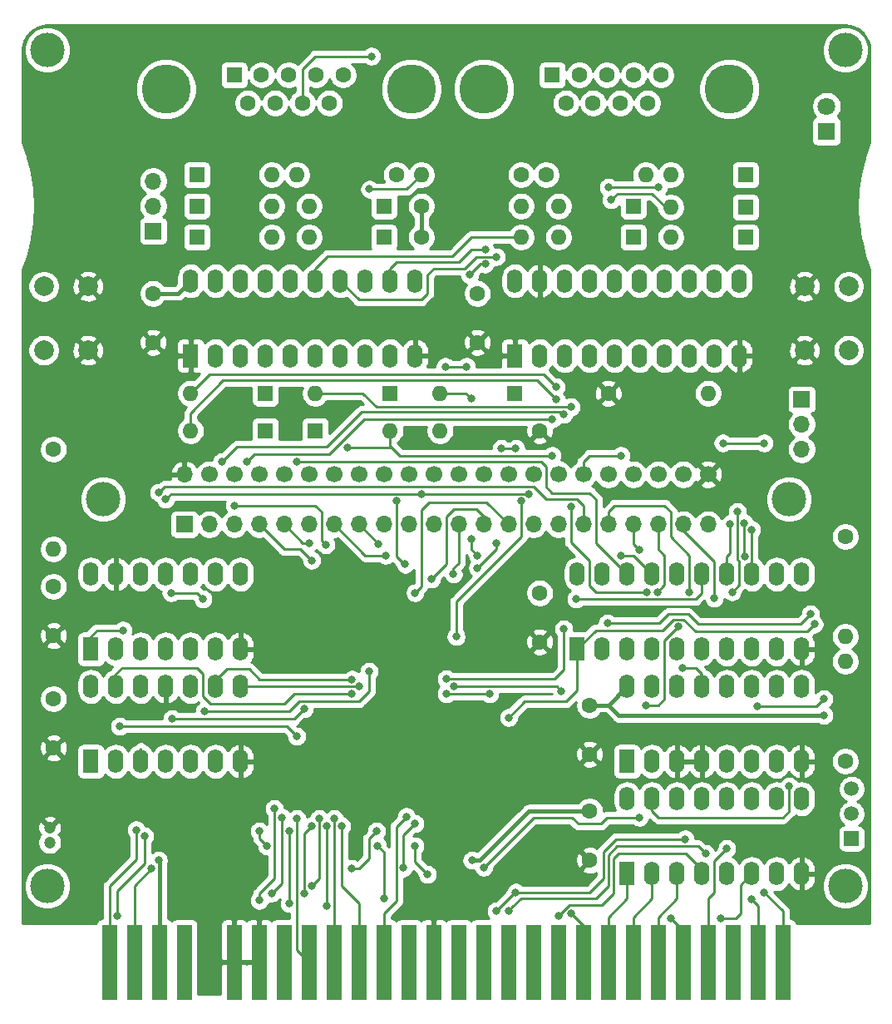
<source format=gbl>
%TF.GenerationSoftware,KiCad,Pcbnew,(5.1.8)-1*%
%TF.CreationDate,2021-03-23T23:17:42+01:00*%
%TF.ProjectId,ZX Interface 2021,5a582049-6e74-4657-9266-616365203230,rev?*%
%TF.SameCoordinates,Original*%
%TF.FileFunction,Copper,L2,Bot*%
%TF.FilePolarity,Positive*%
%FSLAX46Y46*%
G04 Gerber Fmt 4.6, Leading zero omitted, Abs format (unit mm)*
G04 Created by KiCad (PCBNEW (5.1.8)-1) date 2021-03-23 23:17:42*
%MOMM*%
%LPD*%
G01*
G04 APERTURE LIST*
%TA.AperFunction,ComponentPad*%
%ADD10C,1.700000*%
%TD*%
%TA.AperFunction,ComponentPad*%
%ADD11O,1.700000X1.700000*%
%TD*%
%TA.AperFunction,ComponentPad*%
%ADD12R,1.700000X1.700000*%
%TD*%
%TA.AperFunction,ComponentPad*%
%ADD13C,2.000000*%
%TD*%
%TA.AperFunction,ComponentPad*%
%ADD14C,1.600000*%
%TD*%
%TA.AperFunction,ComponentPad*%
%ADD15O,1.600000X1.600000*%
%TD*%
%TA.AperFunction,ComponentPad*%
%ADD16R,1.600000X2.400000*%
%TD*%
%TA.AperFunction,ComponentPad*%
%ADD17O,1.600000X2.400000*%
%TD*%
%TA.AperFunction,WasherPad*%
%ADD18C,5.000000*%
%TD*%
%TA.AperFunction,ComponentPad*%
%ADD19R,1.600000X1.600000*%
%TD*%
%TA.AperFunction,SMDPad,CuDef*%
%ADD20R,1.524000X7.620000*%
%TD*%
%TA.AperFunction,ComponentPad*%
%ADD21C,1.200000*%
%TD*%
%TA.AperFunction,ComponentPad*%
%ADD22C,3.500000*%
%TD*%
%TA.AperFunction,ComponentPad*%
%ADD23R,1.800000X1.800000*%
%TD*%
%TA.AperFunction,ComponentPad*%
%ADD24C,1.800000*%
%TD*%
%TA.AperFunction,ComponentPad*%
%ADD25C,1.500000*%
%TD*%
%TA.AperFunction,ComponentPad*%
%ADD26R,1.500000X1.500000*%
%TD*%
%TA.AperFunction,ViaPad*%
%ADD27C,0.800000*%
%TD*%
%TA.AperFunction,Conductor*%
%ADD28C,0.381000*%
%TD*%
%TA.AperFunction,Conductor*%
%ADD29C,0.250000*%
%TD*%
%TA.AperFunction,Conductor*%
%ADD30C,0.254000*%
%TD*%
%TA.AperFunction,Conductor*%
%ADD31C,0.100000*%
%TD*%
G04 APERTURE END LIST*
D10*
%TO.P,J4,B22*%
%TO.N,GND*%
X172720000Y-92710000D03*
%TO.P,J4,B21*%
%TO.N,/BA18*%
X170180000Y-92710000D03*
%TO.P,J4,B20*%
%TO.N,/BA17*%
X167640000Y-92710000D03*
%TO.P,J4,B19*%
%TO.N,/BA16*%
X165100000Y-92710000D03*
%TO.P,J4,B18*%
%TO.N,/BA15*%
X162560000Y-92710000D03*
%TO.P,J4,B17*%
%TO.N,/BA14*%
X160020000Y-92710000D03*
%TO.P,J4,B16*%
%TO.N,N/C*%
X157480000Y-92710000D03*
%TO.P,J4,B15*%
%TO.N,EXROM*%
X154940000Y-92710000D03*
%TO.P,J4,B14*%
%TO.N,/A12*%
X152400000Y-92710000D03*
%TO.P,J4,B13*%
%TO.N,/A7*%
X149860000Y-92710000D03*
%TO.P,J4,B12*%
%TO.N,/A6*%
X147320000Y-92710000D03*
%TO.P,J4,B11*%
%TO.N,N/C*%
X144780000Y-92710000D03*
%TO.P,J4,B10*%
%TO.N,/A5*%
X142240000Y-92710000D03*
%TO.P,J4,B9*%
%TO.N,/A4*%
X139700000Y-92710000D03*
%TO.P,J4,B8*%
%TO.N,/A3*%
X137160000Y-92710000D03*
%TO.P,J4,B7*%
%TO.N,/A2*%
X134620000Y-92710000D03*
%TO.P,J4,B6*%
%TO.N,/A1*%
X132080000Y-92710000D03*
%TO.P,J4,B5*%
%TO.N,/A0*%
X129540000Y-92710000D03*
%TO.P,J4,B4*%
%TO.N,/D0*%
X127000000Y-92710000D03*
%TO.P,J4,B3*%
%TO.N,/D1*%
X124460000Y-92710000D03*
%TO.P,J4,B2*%
%TO.N,/D2*%
X121920000Y-92710000D03*
D11*
%TO.P,J4,A22*%
%TO.N,OUT_63*%
X172720000Y-97790000D03*
%TO.P,J4,A21*%
%TO.N,/~ROM_3*%
X170180000Y-97790000D03*
%TO.P,J4,A20*%
%TO.N,/~ROM_2*%
X167640000Y-97790000D03*
%TO.P,J4,A19*%
%TO.N,/~ROM_1*%
X165100000Y-97790000D03*
%TO.P,J4,A18*%
%TO.N,/~ROM_0*%
X162560000Y-97790000D03*
%TO.P,J4,A17*%
%TO.N,/~ROM_OE*%
X160020000Y-97790000D03*
%TO.P,J4,A16*%
%TO.N,N/C*%
X157480000Y-97790000D03*
%TO.P,J4,A15*%
%TO.N,VCC*%
X154940000Y-97790000D03*
%TO.P,J4,A14*%
%TO.N,/A15*%
X152400000Y-97790000D03*
%TO.P,J4,A13*%
%TO.N,/A13*%
X149860000Y-97790000D03*
%TO.P,J4,A12*%
%TO.N,/A8*%
X147320000Y-97790000D03*
%TO.P,J4,A11*%
%TO.N,N/C*%
X144780000Y-97790000D03*
%TO.P,J4,A10*%
%TO.N,/A9*%
X142240000Y-97790000D03*
%TO.P,J4,A9*%
%TO.N,/A11*%
X139700000Y-97790000D03*
%TO.P,J4,A8*%
%TO.N,/~MREQ*%
X137160000Y-97790000D03*
%TO.P,J4,A7*%
%TO.N,/A10*%
X134620000Y-97790000D03*
%TO.P,J4,A6*%
%TO.N,/A14*%
X132080000Y-97790000D03*
%TO.P,J4,A5*%
%TO.N,/D7*%
X129540000Y-97790000D03*
%TO.P,J4,A4*%
%TO.N,/D6*%
X127000000Y-97790000D03*
%TO.P,J4,A3*%
%TO.N,/D5*%
X124460000Y-97790000D03*
%TO.P,J4,A2*%
%TO.N,/D4*%
X121920000Y-97790000D03*
D12*
%TO.P,J4,A1*%
%TO.N,/D3*%
X119380000Y-97790000D03*
D11*
%TO.P,J4,B1*%
%TO.N,GND*%
X119380000Y-92710000D03*
%TD*%
D13*
%TO.P,SW1,2*%
%TO.N,Net-(R11-Pad1)*%
X187035000Y-80085000D03*
%TO.P,SW1,1*%
%TO.N,GND*%
X182535000Y-80085000D03*
%TO.P,SW1,2*%
%TO.N,Net-(R11-Pad1)*%
X187035000Y-73585000D03*
%TO.P,SW1,1*%
%TO.N,GND*%
X182535000Y-73585000D03*
%TD*%
D14*
%TO.P,R11,1*%
%TO.N,Net-(R11-Pad1)*%
X186690000Y-99060000D03*
D15*
%TO.P,R11,2*%
%TO.N,/~RESET*%
X186690000Y-109220000D03*
%TD*%
%TO.P,R12,2*%
%TO.N,EXROM*%
X145415000Y-88265000D03*
D14*
%TO.P,R12,1*%
%TO.N,GND*%
X155575000Y-88265000D03*
%TD*%
%TO.P,C8,1*%
%TO.N,VCC*%
X160655000Y-127000000D03*
%TO.P,C8,2*%
%TO.N,GND*%
X160655000Y-132000000D03*
%TD*%
D16*
%TO.P,U8,1*%
%TO.N,/A7*%
X164465000Y-133350000D03*
D17*
%TO.P,U8,9*%
%TO.N,N/C*%
X182245000Y-125730000D03*
%TO.P,U8,2*%
%TO.N,/A6*%
X167005000Y-133350000D03*
%TO.P,U8,10*%
%TO.N,N/C*%
X179705000Y-125730000D03*
%TO.P,U8,3*%
%TO.N,/A5*%
X169545000Y-133350000D03*
%TO.P,U8,11*%
%TO.N,OUT_63*%
X177165000Y-125730000D03*
%TO.P,U8,4*%
%TO.N,/~WR*%
X172085000Y-133350000D03*
%TO.P,U8,12*%
%TO.N,N/C*%
X174625000Y-125730000D03*
%TO.P,U8,5*%
%TO.N,/~IORQ*%
X174625000Y-133350000D03*
%TO.P,U8,13*%
%TO.N,N/C*%
X172085000Y-125730000D03*
%TO.P,U8,6*%
%TO.N,/~M1*%
X177165000Y-133350000D03*
%TO.P,U8,14*%
%TO.N,N/C*%
X169545000Y-125730000D03*
%TO.P,U8,7*%
X179705000Y-133350000D03*
%TO.P,U8,15*%
%TO.N,/OUT_31*%
X167005000Y-125730000D03*
%TO.P,U8,8*%
%TO.N,GND*%
X182245000Y-133350000D03*
%TO.P,U8,16*%
%TO.N,VCC*%
X164465000Y-125730000D03*
%TD*%
D14*
%TO.P,C7,1*%
%TO.N,VCC*%
X160655000Y-116205000D03*
%TO.P,C7,2*%
%TO.N,GND*%
X160655000Y-121205000D03*
%TD*%
D17*
%TO.P,U7,16*%
%TO.N,VCC*%
X164465000Y-114300000D03*
%TO.P,U7,8*%
%TO.N,GND*%
X182245000Y-121920000D03*
%TO.P,U7,15*%
%TO.N,/~ROM_0*%
X167005000Y-114300000D03*
%TO.P,U7,7*%
%TO.N,N/C*%
X179705000Y-121920000D03*
%TO.P,U7,14*%
%TO.N,/~ROM_1*%
X169545000Y-114300000D03*
%TO.P,U7,6*%
%TO.N,Net-(R15-Pad2)*%
X177165000Y-121920000D03*
%TO.P,U7,13*%
%TO.N,/~ROM_2*%
X172085000Y-114300000D03*
%TO.P,U7,5*%
%TO.N,/~MREQ*%
X174625000Y-121920000D03*
%TO.P,U7,12*%
%TO.N,/~ROM_3*%
X174625000Y-114300000D03*
%TO.P,U7,4*%
%TO.N,GND*%
X172085000Y-121920000D03*
%TO.P,U7,11*%
%TO.N,N/C*%
X177165000Y-114300000D03*
%TO.P,U7,3*%
%TO.N,GND*%
X169545000Y-121920000D03*
%TO.P,U7,10*%
%TO.N,N/C*%
X179705000Y-114300000D03*
%TO.P,U7,2*%
%TO.N,/BANK1*%
X167005000Y-121920000D03*
%TO.P,U7,9*%
%TO.N,N/C*%
X182245000Y-114300000D03*
D16*
%TO.P,U7,1*%
%TO.N,/BANK0*%
X164465000Y-121920000D03*
%TD*%
D18*
%TO.P,J2,*%
%TO.N,*%
X149885000Y-53490000D03*
X174885000Y-53490000D03*
D14*
%TO.P,J2,9*%
%TO.N,N/C*%
X166540000Y-54910000D03*
%TO.P,J2,8*%
%TO.N,Net-(J2-Pad8)*%
X163770000Y-54910000D03*
%TO.P,J2,7*%
%TO.N,N/C*%
X161000000Y-54910000D03*
%TO.P,J2,6*%
%TO.N,Net-(D7-Pad1)*%
X158230000Y-54910000D03*
%TO.P,J2,5*%
%TO.N,N/C*%
X167925000Y-52070000D03*
%TO.P,J2,4*%
%TO.N,Net-(D10-Pad1)*%
X165155000Y-52070000D03*
%TO.P,J2,3*%
%TO.N,Net-(D9-Pad1)*%
X162385000Y-52070000D03*
%TO.P,J2,2*%
%TO.N,Net-(D8-Pad1)*%
X159615000Y-52070000D03*
D19*
%TO.P,J2,1*%
%TO.N,Net-(D6-Pad1)*%
X156845000Y-52070000D03*
%TD*%
D14*
%TO.P,R2,1*%
%TO.N,VCC*%
X143510000Y-65405000D03*
D15*
%TO.P,R2,2*%
%TO.N,Net-(D4-Pad2)*%
X153670000Y-65405000D03*
%TD*%
D20*
%TO.P,Z1,B1*%
%TO.N,/A14*%
X111760000Y-142367000D03*
%TO.P,Z1,B2*%
%TO.N,/A12*%
X114300000Y-142367000D03*
%TO.P,Z1,B4*%
%TO.N,N/C*%
X119380000Y-142367000D03*
%TO.P,Z1,B3*%
%TO.N,VCC*%
X116840000Y-142367000D03*
%TO.P,Z1,B10*%
%TO.N,/A1*%
X134620000Y-142367000D03*
%TO.P,Z1,B11*%
%TO.N,/A2*%
X137160000Y-142367000D03*
%TO.P,Z1,B12*%
%TO.N,/A3*%
X139700000Y-142367000D03*
%TO.P,Z1,B13*%
%TO.N,N/C*%
X142240000Y-142367000D03*
%TO.P,Z1,B9*%
%TO.N,/A0*%
X132080000Y-142367000D03*
%TO.P,Z1,B8*%
%TO.N,N/C*%
X129540000Y-142367000D03*
%TO.P,Z1,B7*%
%TO.N,GND*%
X127000000Y-142367000D03*
%TO.P,Z1,B6*%
X124460000Y-142367000D03*
%TO.P,Z1,B22*%
%TO.N,/A6*%
X165100000Y-142367000D03*
%TO.P,Z1,B23*%
%TO.N,/A5*%
X167640000Y-142367000D03*
%TO.P,Z1,B24*%
%TO.N,/A4*%
X170180000Y-142367000D03*
%TO.P,Z1,B25*%
%TO.N,/~ROMCS*%
X172720000Y-142367000D03*
%TO.P,Z1,B28*%
%TO.N,/A11*%
X180340000Y-142367000D03*
%TO.P,Z1,B27*%
%TO.N,/A9*%
X177800000Y-142367000D03*
%TO.P,Z1,B26*%
%TO.N,N/C*%
X175260000Y-142367000D03*
%TO.P,Z1,B18*%
X154940000Y-142367000D03*
%TO.P,Z1,B19*%
X157480000Y-142367000D03*
%TO.P,Z1,B20*%
%TO.N,/~RESET*%
X160020000Y-142367000D03*
%TO.P,Z1,B21*%
%TO.N,/A7*%
X162560000Y-142367000D03*
%TO.P,Z1,B17*%
%TO.N,N/C*%
X152400000Y-142367000D03*
%TO.P,Z1,B16*%
X149860000Y-142367000D03*
%TO.P,Z1,B15*%
X147320000Y-142367000D03*
%TO.P,Z1,B14*%
%TO.N,GND*%
X144780000Y-142367000D03*
%TD*%
D14*
%TO.P,C1,2*%
%TO.N,GND*%
X116205000Y-79295000D03*
%TO.P,C1,1*%
%TO.N,VCC*%
X116205000Y-74295000D03*
%TD*%
%TO.P,C2,1*%
%TO.N,VCC*%
X149225000Y-74295000D03*
%TO.P,C2,2*%
%TO.N,GND*%
X149225000Y-79295000D03*
%TD*%
%TO.P,C3,1*%
%TO.N,VCC*%
X106045000Y-115570000D03*
%TO.P,C3,2*%
%TO.N,GND*%
X106045000Y-120570000D03*
%TD*%
%TO.P,C4,2*%
%TO.N,GND*%
X106045000Y-109140000D03*
%TO.P,C4,1*%
%TO.N,VCC*%
X106045000Y-104140000D03*
%TD*%
D21*
%TO.P,C5,1*%
%TO.N,VCC*%
X105664000Y-130175000D03*
%TO.P,C5,2*%
%TO.N,GND*%
X105664000Y-128675000D03*
%TD*%
D14*
%TO.P,C6,2*%
%TO.N,GND*%
X155575000Y-109775000D03*
%TO.P,C6,1*%
%TO.N,VCC*%
X155575000Y-104775000D03*
%TD*%
D19*
%TO.P,J1,1*%
%TO.N,Net-(D1-Pad1)*%
X124460000Y-52070000D03*
D14*
%TO.P,J1,2*%
%TO.N,Net-(D3-Pad1)*%
X127230000Y-52070000D03*
%TO.P,J1,3*%
%TO.N,Net-(D4-Pad1)*%
X130000000Y-52070000D03*
%TO.P,J1,4*%
%TO.N,Net-(D5-Pad1)*%
X132770000Y-52070000D03*
%TO.P,J1,5*%
%TO.N,N/C*%
X135540000Y-52070000D03*
%TO.P,J1,6*%
%TO.N,Net-(D2-Pad1)*%
X125845000Y-54910000D03*
%TO.P,J1,7*%
%TO.N,N/C*%
X128615000Y-54910000D03*
%TO.P,J1,8*%
%TO.N,Net-(J1-Pad8)*%
X131385000Y-54910000D03*
%TO.P,J1,9*%
%TO.N,N/C*%
X134155000Y-54910000D03*
D18*
%TO.P,J1,*%
%TO.N,*%
X142500000Y-53490000D03*
X117500000Y-53490000D03*
%TD*%
D12*
%TO.P,J5,1*%
%TO.N,Net-(J5-Pad1)*%
X116205000Y-67945000D03*
D11*
%TO.P,J5,2*%
%TO.N,Net-(J5-Pad2)*%
X116205000Y-65405000D03*
%TO.P,J5,3*%
%TO.N,VCC*%
X116205000Y-62865000D03*
%TD*%
D22*
%TO.P,M1,1*%
%TO.N,N/C*%
X105410000Y-134620000D03*
%TD*%
%TO.P,M2,1*%
%TO.N,N/C*%
X186690000Y-134620000D03*
%TD*%
%TO.P,M3,1*%
%TO.N,N/C*%
X186690000Y-49530000D03*
%TD*%
%TO.P,M5,1*%
%TO.N,N/C*%
X180975000Y-95250000D03*
%TD*%
%TO.P,M6,1*%
%TO.N,N/C*%
X111125000Y-95250000D03*
%TD*%
D15*
%TO.P,R1,2*%
%TO.N,Net-(D1-Pad2)*%
X130810000Y-62230000D03*
D14*
%TO.P,R1,1*%
%TO.N,VCC*%
X140970000Y-62230000D03*
%TD*%
%TO.P,R3,1*%
%TO.N,VCC*%
X153670000Y-62230000D03*
D15*
%TO.P,R3,2*%
%TO.N,Net-(D3-Pad2)*%
X143510000Y-62230000D03*
%TD*%
%TO.P,R4,2*%
%TO.N,Net-(D2-Pad2)*%
X153670000Y-68580000D03*
D14*
%TO.P,R4,1*%
%TO.N,VCC*%
X143510000Y-68580000D03*
%TD*%
%TO.P,R5,1*%
%TO.N,VCC*%
X156210000Y-62230000D03*
D15*
%TO.P,R5,2*%
%TO.N,Net-(D5-Pad2)*%
X166370000Y-62230000D03*
%TD*%
D16*
%TO.P,U1,1*%
%TO.N,GND*%
X120015000Y-80645000D03*
D17*
%TO.P,U1,11*%
%TO.N,Net-(D4-Pad2)*%
X142875000Y-73025000D03*
%TO.P,U1,2*%
%TO.N,N/C*%
X122555000Y-80645000D03*
%TO.P,U1,12*%
%TO.N,Net-(D5-Pad2)*%
X140335000Y-73025000D03*
%TO.P,U1,3*%
%TO.N,N/C*%
X125095000Y-80645000D03*
%TO.P,U1,13*%
%TO.N,Net-(D3-Pad2)*%
X137795000Y-73025000D03*
%TO.P,U1,4*%
%TO.N,N/C*%
X127635000Y-80645000D03*
%TO.P,U1,14*%
%TO.N,Net-(D1-Pad2)*%
X135255000Y-73025000D03*
%TO.P,U1,5*%
%TO.N,Net-(D12-Pad1)*%
X130175000Y-80645000D03*
%TO.P,U1,15*%
%TO.N,Net-(D2-Pad2)*%
X132715000Y-73025000D03*
%TO.P,U1,6*%
%TO.N,Net-(D13-Pad1)*%
X132715000Y-80645000D03*
%TO.P,U1,16*%
%TO.N,N/C*%
X130175000Y-73025000D03*
%TO.P,U1,7*%
%TO.N,Net-(D14-Pad1)*%
X135255000Y-80645000D03*
%TO.P,U1,17*%
%TO.N,N/C*%
X127635000Y-73025000D03*
%TO.P,U1,8*%
%TO.N,Net-(D15-Pad1)*%
X137795000Y-80645000D03*
%TO.P,U1,18*%
%TO.N,N/C*%
X125095000Y-73025000D03*
%TO.P,U1,9*%
%TO.N,Net-(D16-Pad1)*%
X140335000Y-80645000D03*
%TO.P,U1,19*%
%TO.N,Net-(J5-Pad2)*%
X122555000Y-73025000D03*
%TO.P,U1,10*%
%TO.N,GND*%
X142875000Y-80645000D03*
%TO.P,U1,20*%
%TO.N,VCC*%
X120015000Y-73025000D03*
%TD*%
%TO.P,U2,20*%
%TO.N,VCC*%
X153035000Y-73025000D03*
%TO.P,U2,10*%
%TO.N,GND*%
X175895000Y-80645000D03*
%TO.P,U2,19*%
X155575000Y-73025000D03*
%TO.P,U2,9*%
%TO.N,Net-(J1-Pad8)*%
X173355000Y-80645000D03*
%TO.P,U2,18*%
%TO.N,N/C*%
X158115000Y-73025000D03*
%TO.P,U2,8*%
%TO.N,Net-(J2-Pad8)*%
X170815000Y-80645000D03*
%TO.P,U2,17*%
%TO.N,N/C*%
X160655000Y-73025000D03*
%TO.P,U2,7*%
X168275000Y-80645000D03*
%TO.P,U2,16*%
X163195000Y-73025000D03*
%TO.P,U2,6*%
X165735000Y-80645000D03*
%TO.P,U2,15*%
X165735000Y-73025000D03*
%TO.P,U2,5*%
X163195000Y-80645000D03*
%TO.P,U2,14*%
X168275000Y-73025000D03*
%TO.P,U2,4*%
X160655000Y-80645000D03*
%TO.P,U2,13*%
X170815000Y-73025000D03*
%TO.P,U2,3*%
X158115000Y-80645000D03*
%TO.P,U2,12*%
%TO.N,/A12*%
X173355000Y-73025000D03*
%TO.P,U2,2*%
%TO.N,N/C*%
X155575000Y-80645000D03*
%TO.P,U2,11*%
%TO.N,/A11*%
X175895000Y-73025000D03*
D16*
%TO.P,U2,1*%
%TO.N,GND*%
X153035000Y-80645000D03*
%TD*%
%TO.P,U3,1*%
%TO.N,/A0*%
X109855000Y-121920000D03*
D17*
%TO.P,U3,8*%
%TO.N,Net-(R15-Pad2)*%
X125095000Y-114300000D03*
%TO.P,U3,2*%
%TO.N,/~IORQ*%
X112395000Y-121920000D03*
%TO.P,U3,9*%
%TO.N,/CARTRIDGE_EN*%
X122555000Y-114300000D03*
%TO.P,U3,3*%
%TO.N,Net-(U3-Pad3)*%
X114935000Y-121920000D03*
%TO.P,U3,10*%
%TO.N,Net-(U3-Pad10)*%
X120015000Y-114300000D03*
%TO.P,U3,4*%
%TO.N,/A14*%
X117475000Y-121920000D03*
%TO.P,U3,11*%
%TO.N,GND*%
X117475000Y-114300000D03*
%TO.P,U3,5*%
%TO.N,/A15*%
X120015000Y-121920000D03*
%TO.P,U3,12*%
%TO.N,Net-(U3-Pad12)*%
X114935000Y-114300000D03*
%TO.P,U3,6*%
%TO.N,Net-(U3-Pad6)*%
X122555000Y-121920000D03*
%TO.P,U3,13*%
%TO.N,/~RD*%
X112395000Y-114300000D03*
%TO.P,U3,7*%
%TO.N,GND*%
X125095000Y-121920000D03*
%TO.P,U3,14*%
%TO.N,VCC*%
X109855000Y-114300000D03*
%TD*%
%TO.P,U4,14*%
%TO.N,VCC*%
X109855000Y-102870000D03*
%TO.P,U4,7*%
%TO.N,GND*%
X125095000Y-110490000D03*
%TO.P,U4,13*%
X112395000Y-102870000D03*
%TO.P,U4,6*%
%TO.N,/~ROM_OE*%
X122555000Y-110490000D03*
%TO.P,U4,12*%
%TO.N,N/C*%
X114935000Y-102870000D03*
%TO.P,U4,5*%
%TO.N,Net-(U3-Pad6)*%
X120015000Y-110490000D03*
%TO.P,U4,11*%
%TO.N,EXROM*%
X117475000Y-102870000D03*
%TO.P,U4,4*%
%TO.N,N/C*%
X117475000Y-110490000D03*
%TO.P,U4,10*%
%TO.N,Net-(U3-Pad10)*%
X120015000Y-102870000D03*
%TO.P,U4,3*%
%TO.N,N/C*%
X114935000Y-110490000D03*
%TO.P,U4,9*%
%TO.N,Net-(R15-Pad2)*%
X122555000Y-102870000D03*
%TO.P,U4,2*%
%TO.N,Net-(J5-Pad1)*%
X112395000Y-110490000D03*
%TO.P,U4,8*%
%TO.N,Net-(U3-Pad3)*%
X125095000Y-102870000D03*
D16*
%TO.P,U4,1*%
%TO.N,Net-(U3-Pad12)*%
X109855000Y-110490000D03*
%TD*%
%TO.P,U6,1*%
%TO.N,/~RESET*%
X159385000Y-110490000D03*
D17*
%TO.P,U6,11*%
%TO.N,/OUT_31*%
X182245000Y-102870000D03*
%TO.P,U6,2*%
%TO.N,Net-(J3-Pad1)*%
X161925000Y-110490000D03*
%TO.P,U6,12*%
%TO.N,/BA18*%
X179705000Y-102870000D03*
%TO.P,U6,3*%
%TO.N,/D0*%
X164465000Y-110490000D03*
%TO.P,U6,13*%
%TO.N,/D4*%
X177165000Y-102870000D03*
%TO.P,U6,4*%
%TO.N,/D1*%
X167005000Y-110490000D03*
%TO.P,U6,14*%
%TO.N,/D5*%
X174625000Y-102870000D03*
%TO.P,U6,5*%
%TO.N,/BA15*%
X169545000Y-110490000D03*
%TO.P,U6,15*%
%TO.N,/CARTRIDGE_EN*%
X172085000Y-102870000D03*
%TO.P,U6,6*%
%TO.N,/BA16*%
X172085000Y-110490000D03*
%TO.P,U6,16*%
%TO.N,/BANK0*%
X169545000Y-102870000D03*
%TO.P,U6,7*%
%TO.N,/D2*%
X174625000Y-110490000D03*
%TO.P,U6,17*%
%TO.N,/D6*%
X167005000Y-102870000D03*
%TO.P,U6,8*%
%TO.N,/D3*%
X177165000Y-110490000D03*
%TO.P,U6,18*%
%TO.N,/D7*%
X164465000Y-102870000D03*
%TO.P,U6,9*%
%TO.N,/BA17*%
X179705000Y-110490000D03*
%TO.P,U6,19*%
%TO.N,/BANK1*%
X161925000Y-102870000D03*
%TO.P,U6,10*%
%TO.N,GND*%
X182245000Y-110490000D03*
%TO.P,U6,20*%
%TO.N,VCC*%
X159385000Y-102870000D03*
%TD*%
D15*
%TO.P,D2,2*%
%TO.N,Net-(D2-Pad2)*%
X128270000Y-68580000D03*
D19*
%TO.P,D2,1*%
%TO.N,Net-(D2-Pad1)*%
X120650000Y-68580000D03*
%TD*%
%TO.P,D3,1*%
%TO.N,Net-(D3-Pad1)*%
X120650000Y-65405000D03*
D15*
%TO.P,D3,2*%
%TO.N,Net-(D3-Pad2)*%
X128270000Y-65405000D03*
%TD*%
%TO.P,D4,2*%
%TO.N,Net-(D4-Pad2)*%
X132080000Y-65405000D03*
D19*
%TO.P,D4,1*%
%TO.N,Net-(D4-Pad1)*%
X139700000Y-65405000D03*
%TD*%
%TO.P,D5,1*%
%TO.N,Net-(D5-Pad1)*%
X139700000Y-68580000D03*
D15*
%TO.P,D5,2*%
%TO.N,Net-(D5-Pad2)*%
X132080000Y-68580000D03*
%TD*%
%TO.P,D6,2*%
%TO.N,Net-(D5-Pad2)*%
X157480000Y-68580000D03*
D19*
%TO.P,D6,1*%
%TO.N,Net-(D6-Pad1)*%
X165100000Y-68580000D03*
%TD*%
%TO.P,D7,1*%
%TO.N,Net-(D7-Pad1)*%
X165100000Y-65405000D03*
D15*
%TO.P,D7,2*%
%TO.N,Net-(D4-Pad2)*%
X157480000Y-65405000D03*
%TD*%
%TO.P,D8,2*%
%TO.N,Net-(D3-Pad2)*%
X168910000Y-68580000D03*
D19*
%TO.P,D8,1*%
%TO.N,Net-(D8-Pad1)*%
X176530000Y-68580000D03*
%TD*%
%TO.P,D9,1*%
%TO.N,Net-(D9-Pad1)*%
X176530000Y-65532000D03*
D15*
%TO.P,D9,2*%
%TO.N,Net-(D2-Pad2)*%
X168910000Y-65532000D03*
%TD*%
%TO.P,D10,2*%
%TO.N,Net-(D1-Pad2)*%
X168910000Y-62230000D03*
D19*
%TO.P,D10,1*%
%TO.N,Net-(D10-Pad1)*%
X176530000Y-62230000D03*
%TD*%
D22*
%TO.P,M4,1*%
%TO.N,N/C*%
X105410000Y-49530000D03*
%TD*%
D14*
%TO.P,R13,1*%
%TO.N,Net-(R13-Pad1)*%
X106045000Y-90170000D03*
D15*
%TO.P,R13,2*%
%TO.N,/~NMI*%
X106045000Y-100330000D03*
%TD*%
D13*
%TO.P,SW2,2*%
%TO.N,Net-(R13-Pad1)*%
X105065000Y-73585000D03*
%TO.P,SW2,1*%
%TO.N,GND*%
X109565000Y-73585000D03*
%TO.P,SW2,2*%
%TO.N,Net-(R13-Pad1)*%
X105065000Y-80085000D03*
%TO.P,SW2,1*%
%TO.N,GND*%
X109565000Y-80085000D03*
%TD*%
D23*
%TO.P,D11,1*%
%TO.N,Net-(D11-Pad1)*%
X184785000Y-57785000D03*
D24*
%TO.P,D11,2*%
%TO.N,VCC*%
X184785000Y-55245000D03*
%TD*%
D14*
%TO.P,R14,1*%
%TO.N,GND*%
X162560000Y-84455000D03*
D15*
%TO.P,R14,2*%
%TO.N,Net-(D11-Pad1)*%
X172720000Y-84455000D03*
%TD*%
D19*
%TO.P,D1,1*%
%TO.N,Net-(D1-Pad1)*%
X120650000Y-62230000D03*
D15*
%TO.P,D1,2*%
%TO.N,Net-(D1-Pad2)*%
X128270000Y-62230000D03*
%TD*%
D25*
%TO.P,Q1,2*%
%TO.N,Net-(Q1-Pad2)*%
X187325000Y-127254000D03*
%TO.P,Q1,3*%
%TO.N,VCC*%
X187325000Y-124714000D03*
D26*
%TO.P,Q1,1*%
%TO.N,/~ROMCS*%
X187325000Y-129794000D03*
%TD*%
D14*
%TO.P,R15,1*%
%TO.N,Net-(Q1-Pad2)*%
X186690000Y-121920000D03*
D15*
%TO.P,R15,2*%
%TO.N,Net-(R15-Pad2)*%
X186690000Y-111760000D03*
%TD*%
%TO.P,D12,2*%
%TO.N,/D4*%
X120015000Y-84455000D03*
D19*
%TO.P,D12,1*%
%TO.N,Net-(D12-Pad1)*%
X127635000Y-84455000D03*
%TD*%
%TO.P,D13,1*%
%TO.N,Net-(D13-Pad1)*%
X127635000Y-88265000D03*
D15*
%TO.P,D13,2*%
%TO.N,/D3*%
X120015000Y-88265000D03*
%TD*%
%TO.P,D14,2*%
%TO.N,/D2*%
X132715000Y-84455000D03*
D19*
%TO.P,D14,1*%
%TO.N,Net-(D14-Pad1)*%
X140335000Y-84455000D03*
%TD*%
%TO.P,D15,1*%
%TO.N,Net-(D15-Pad1)*%
X132715000Y-88265000D03*
D15*
%TO.P,D15,2*%
%TO.N,/D1*%
X140335000Y-88265000D03*
%TD*%
D19*
%TO.P,D16,1*%
%TO.N,Net-(D16-Pad1)*%
X153035000Y-84455000D03*
D15*
%TO.P,D16,2*%
%TO.N,/D0*%
X145415000Y-84455000D03*
%TD*%
D12*
%TO.P,J3,1*%
%TO.N,Net-(J3-Pad1)*%
X182245000Y-85090000D03*
D11*
%TO.P,J3,2*%
%TO.N,/BA14*%
X182245000Y-87630000D03*
%TO.P,J3,3*%
%TO.N,VCC*%
X182245000Y-90170000D03*
%TD*%
D27*
%TO.N,VCC*%
X148662115Y-131989982D03*
X116750004Y-131989982D03*
X184531000Y-117240031D03*
%TO.N,Net-(D1-Pad2)*%
X151130000Y-70575000D03*
%TO.N,Net-(D2-Pad2)*%
X162851000Y-64770000D03*
%TO.N,Net-(D5-Pad2)*%
X150015500Y-69850000D03*
%TO.N,Net-(J1-Pad8)*%
X138430000Y-50165000D03*
%TO.N,/~ROM_0*%
X170815000Y-104685000D03*
%TO.N,/~ROM_1*%
X165735000Y-100420010D03*
%TO.N,/D3*%
X176406164Y-97683716D03*
X176440000Y-101055010D03*
X165735000Y-127635000D03*
X149860000Y-132714992D03*
X157226000Y-85090000D03*
%TO.N,/D4*%
X139065000Y-130539980D03*
X139700000Y-135890000D03*
X177165000Y-98335000D03*
X127762000Y-130539980D03*
X127000000Y-129032000D03*
X157226000Y-83820000D03*
%TO.N,/D5*%
X133858000Y-136652000D03*
X174956164Y-97790000D03*
X133789847Y-99890153D03*
X124460000Y-95885000D03*
X133858000Y-128524000D03*
X157988000Y-86614000D03*
X123190000Y-91440000D03*
%TO.N,/D6*%
X156845000Y-87085000D03*
X131572000Y-135382000D03*
X125730000Y-91440000D03*
X132334000Y-101462752D03*
X132334000Y-128524000D03*
X163830000Y-100965000D03*
%TO.N,/D7*%
X132334000Y-134620000D03*
X132080000Y-99695010D03*
X133096000Y-127762000D03*
X130810000Y-91440000D03*
%TO.N,/A14*%
X118110000Y-117602000D03*
X131572000Y-116586000D03*
X114482490Y-128905000D03*
%TO.N,/A10*%
X139880034Y-100965000D03*
%TO.N,/~MREQ*%
X170375153Y-129831000D03*
X151130000Y-137160000D03*
X153125000Y-135255000D03*
X139155000Y-99785000D03*
%TO.N,/A11*%
X150015500Y-71300000D03*
X178435000Y-135255000D03*
X148434500Y-72390000D03*
%TO.N,/A9*%
X177165000Y-135980000D03*
%TO.N,/A8*%
X146775010Y-102875593D03*
%TO.N,/A13*%
X144526000Y-103378000D03*
X141695000Y-132780482D03*
X142875000Y-128270000D03*
%TO.N,/A15*%
X112522000Y-137668000D03*
X121412000Y-116840000D03*
X138176000Y-112776000D03*
X115315992Y-129540000D03*
X142875000Y-104775000D03*
%TO.N,/~ROM_3*%
X173355000Y-105320000D03*
%TO.N,/~ROM_2*%
X167550000Y-104685000D03*
X170090000Y-112395000D03*
%TO.N,/~ROM_OE*%
X118020000Y-104775000D03*
X121285000Y-105410000D03*
X116763058Y-94547745D03*
%TO.N,/D2*%
X175170000Y-104685000D03*
X175681164Y-96520000D03*
X130048000Y-136397986D03*
X130048000Y-129032000D03*
X158750000Y-85852000D03*
%TO.N,/D1*%
X166460000Y-104685000D03*
X127000000Y-136070000D03*
X128524000Y-126746000D03*
X156845000Y-90805000D03*
X158750000Y-95975000D03*
X135997995Y-89989980D03*
%TO.N,/D0*%
X128270000Y-135345000D03*
X129286000Y-127630340D03*
X148590000Y-85000000D03*
X153125000Y-90080000D03*
X151675000Y-90080000D03*
%TO.N,/A0*%
X130810000Y-119380000D03*
X130810000Y-127762000D03*
X112776000Y-118364000D03*
%TO.N,/A1*%
X134620000Y-127762000D03*
%TO.N,/A2*%
X135382000Y-128524000D03*
%TO.N,/A3*%
X141986000Y-127544990D03*
%TO.N,/A4*%
X168910000Y-137885000D03*
X141875001Y-101870001D03*
X140970000Y-95430010D03*
%TO.N,/A6*%
X149225000Y-100965000D03*
X148590000Y-99314000D03*
%TO.N,/A7*%
X149225000Y-102235000D03*
X151130000Y-99695000D03*
%TO.N,/A12*%
X116049500Y-132842000D03*
X147061347Y-109224653D03*
X153705724Y-95437773D03*
X138938000Y-129032000D03*
X136398000Y-132842000D03*
%TO.N,EXROM*%
X154460510Y-94705010D03*
X143510000Y-94705010D03*
X117475000Y-95250000D03*
%TO.N,/BA14*%
X163830000Y-90805000D03*
X174231164Y-89535000D03*
X178435000Y-89535000D03*
%TO.N,/~RESET*%
X158750000Y-137423306D03*
X152400000Y-117475000D03*
X183535998Y-107970988D03*
%TO.N,/~ROMCS*%
X174625000Y-130810000D03*
%TO.N,/~IORQ*%
X152400000Y-137160000D03*
X172466000Y-131318000D03*
%TO.N,Net-(U3-Pad12)*%
X113120000Y-108585000D03*
%TO.N,/~RD*%
X150495000Y-115062000D03*
X136398000Y-115062000D03*
X146050000Y-115062000D03*
%TO.N,/OUT_31*%
X180975000Y-124460000D03*
%TO.N,/BANK0*%
X169672000Y-108204012D03*
X166370000Y-116205000D03*
%TO.N,/~WR*%
X157480000Y-137668000D03*
%TO.N,/~M1*%
X173990000Y-137922000D03*
%TO.N,/CARTRIDGE_EN*%
X158016500Y-108458000D03*
X159258000Y-105410000D03*
X136452892Y-113575000D03*
X146050000Y-113538000D03*
%TO.N,/~NMI*%
X144145000Y-133439992D03*
X142875000Y-130539980D03*
%TO.N,Net-(R15-Pad2)*%
X157791690Y-114769489D03*
X137160000Y-114300000D03*
X146812000Y-114300000D03*
X184494000Y-115570000D03*
X177709990Y-116332000D03*
%TO.N,Net-(D16-Pad1)*%
X145960000Y-81734990D03*
X148110500Y-81734990D03*
%TO.N,Net-(J3-Pad1)*%
X162470000Y-107860000D03*
X183134000Y-106934000D03*
%TO.N,Net-(D3-Pad2)*%
X167640000Y-63500000D03*
X138234847Y-63695153D03*
X162560000Y-63500000D03*
%TD*%
D28*
%TO.N,VCC*%
X143510000Y-68580000D02*
X143510000Y-65405000D01*
X118745000Y-74295000D02*
X120015000Y-73025000D01*
X116205000Y-74295000D02*
X118745000Y-74295000D01*
X162560000Y-116205000D02*
X164465000Y-114300000D01*
X160655000Y-116205000D02*
X162560000Y-116205000D01*
X116840000Y-142367000D02*
X116840000Y-138430000D01*
X116840000Y-142367000D02*
X116840000Y-134619988D01*
X116840000Y-134619988D02*
X116840000Y-132079978D01*
X116840000Y-132079978D02*
X116750004Y-131989982D01*
X154432000Y-127000000D02*
X149442018Y-131989982D01*
X149442018Y-131989982D02*
X148662115Y-131989982D01*
X160655000Y-127000000D02*
X154432000Y-127000000D01*
X162560000Y-116205000D02*
X163595031Y-117240031D01*
X163595031Y-117240031D02*
X184385001Y-117240031D01*
D29*
%TO.N,Net-(D1-Pad2)*%
X151130000Y-70575000D02*
X149135000Y-70575000D01*
X147955000Y-71755000D02*
X144780000Y-71755000D01*
X149135000Y-70575000D02*
X147955000Y-71755000D01*
X144780000Y-71755000D02*
X144145000Y-72390000D01*
X144145000Y-72390000D02*
X144145000Y-74295000D01*
X144145000Y-74295000D02*
X143510000Y-74930000D01*
X137160000Y-74930000D02*
X135255000Y-73025000D01*
X143510000Y-74930000D02*
X137160000Y-74930000D01*
%TO.N,Net-(D2-Pad2)*%
X168910000Y-65532000D02*
X168402000Y-65532000D01*
X168402000Y-65532000D02*
X167005000Y-64135000D01*
X163486000Y-64135000D02*
X162851000Y-64770000D01*
X167005000Y-64135000D02*
X163486000Y-64135000D01*
X132715000Y-71755000D02*
X132715000Y-73025000D01*
X133985000Y-70485000D02*
X132715000Y-71755000D01*
X146685000Y-70485000D02*
X133985000Y-70485000D01*
X148590000Y-68580000D02*
X146685000Y-70485000D01*
X153670000Y-68580000D02*
X148590000Y-68580000D01*
%TO.N,Net-(D5-Pad2)*%
X148590000Y-69850000D02*
X147320000Y-71120000D01*
X150015500Y-69850000D02*
X148590000Y-69850000D01*
X147320000Y-71120000D02*
X140970000Y-71120000D01*
X140335000Y-71755000D02*
X140335000Y-73025000D01*
X140970000Y-71120000D02*
X140335000Y-71755000D01*
%TO.N,Net-(J1-Pad8)*%
X131385000Y-54910000D02*
X131385000Y-51495000D01*
X132715000Y-50165000D02*
X138430000Y-50165000D01*
X131385000Y-51495000D02*
X132715000Y-50165000D01*
%TO.N,/~ROM_0*%
X170815000Y-104685000D02*
X170815000Y-100965000D01*
X170815000Y-100965000D02*
X168910000Y-99060000D01*
X168910000Y-99060000D02*
X168910000Y-96520000D01*
X168910000Y-96520000D02*
X168275000Y-95885000D01*
X168275000Y-95885000D02*
X163195000Y-95885000D01*
X163195000Y-95885000D02*
X162560000Y-96520000D01*
X162560000Y-96520000D02*
X162560000Y-97790000D01*
%TO.N,/~ROM_1*%
X165100000Y-99785010D02*
X165735000Y-100420010D01*
X165100000Y-97790000D02*
X165100000Y-99785010D01*
%TO.N,/D3*%
X176406164Y-101021174D02*
X176440000Y-101055010D01*
X176406164Y-97683716D02*
X176406164Y-101021174D01*
X154939992Y-127635000D02*
X149860000Y-132714992D01*
X158869999Y-127635000D02*
X154939992Y-127635000D01*
X159504999Y-128270000D02*
X158869999Y-127635000D01*
X161805001Y-128270000D02*
X159504999Y-128270000D01*
X162440001Y-127635000D02*
X161805001Y-128270000D01*
X165735000Y-127635000D02*
X162440001Y-127635000D01*
X155302001Y-83166001D02*
X157226000Y-85090000D01*
X123335999Y-83166001D02*
X155302001Y-83166001D01*
X120015000Y-86487000D02*
X123335999Y-83166001D01*
X120015000Y-88265000D02*
X120015000Y-86487000D01*
%TO.N,/D4*%
X139065000Y-130539980D02*
X139700000Y-131174980D01*
X139700000Y-131174980D02*
X139700000Y-135890000D01*
X177165000Y-98425000D02*
X177165000Y-98335000D01*
X177165000Y-102870000D02*
X177165000Y-98425000D01*
X127762000Y-130539980D02*
X127000000Y-129777980D01*
X127000000Y-129777980D02*
X127000000Y-129032000D01*
X155956000Y-82550000D02*
X157226000Y-83820000D01*
X121920000Y-82550000D02*
X155956000Y-82550000D01*
X120015000Y-84455000D02*
X121920000Y-82550000D01*
%TO.N,/D5*%
X133789847Y-99890153D02*
X133350000Y-99450306D01*
X133350000Y-99450306D02*
X133350000Y-96520000D01*
X132715000Y-95885000D02*
X124460000Y-95885000D01*
X133350000Y-96520000D02*
X132715000Y-95885000D01*
X174956164Y-97790000D02*
X174956164Y-100764760D01*
X174956164Y-100764760D02*
X174625000Y-101095924D01*
X174625000Y-101095924D02*
X174625000Y-102870000D01*
X133858000Y-136652000D02*
X133858000Y-128524000D01*
X157734000Y-86360000D02*
X157988000Y-86614000D01*
X133858000Y-89916000D02*
X137414000Y-86360000D01*
X137414000Y-86360000D02*
X157734000Y-86360000D01*
X124714000Y-89916000D02*
X133858000Y-89916000D01*
X123190000Y-91440000D02*
X124714000Y-89916000D01*
%TO.N,/D6*%
X132334000Y-101462752D02*
X131201248Y-100330000D01*
X131201248Y-100330000D02*
X130810000Y-100330000D01*
X127000000Y-97790000D02*
X129540000Y-100330000D01*
X131201248Y-100330000D02*
X129540000Y-100330000D01*
X131572000Y-129286000D02*
X132334000Y-128524000D01*
X131572000Y-135382000D02*
X131572000Y-129286000D01*
X165100000Y-100965000D02*
X163830000Y-100965000D01*
X167005000Y-102870000D02*
X165100000Y-100965000D01*
X137705000Y-87085000D02*
X156845000Y-87085000D01*
X134112000Y-90678000D02*
X137705000Y-87085000D01*
X126492000Y-90678000D02*
X134112000Y-90678000D01*
X125730000Y-91440000D02*
X126492000Y-90678000D01*
%TO.N,/D7*%
X129540000Y-97790000D02*
X131445010Y-99695010D01*
X131445010Y-99695010D02*
X132080000Y-99695010D01*
X133096000Y-133858000D02*
X133096000Y-127762000D01*
X132334000Y-134620000D02*
X133096000Y-133858000D01*
X161290000Y-99695000D02*
X164465000Y-102870000D01*
X156845000Y-94615000D02*
X160655000Y-94615000D01*
X156210000Y-93980000D02*
X156845000Y-94615000D01*
X161290000Y-95250000D02*
X161290000Y-99695000D01*
X156210000Y-91948000D02*
X156210000Y-93980000D01*
X160655000Y-94615000D02*
X161290000Y-95250000D01*
X155702000Y-91440000D02*
X156210000Y-91948000D01*
X130810000Y-91440000D02*
X155702000Y-91440000D01*
%TO.N,/A14*%
X130556000Y-117602000D02*
X131572000Y-116586000D01*
X118110000Y-117602000D02*
X130556000Y-117602000D01*
X114482490Y-131897510D02*
X114482490Y-128905000D01*
X111760000Y-134620000D02*
X114482490Y-131897510D01*
X111760000Y-142367000D02*
X111760000Y-134620000D01*
%TO.N,/A10*%
X134620000Y-97790000D02*
X137795000Y-100965000D01*
X137795000Y-100965000D02*
X139880034Y-100965000D01*
%TO.N,/~MREQ*%
X153035000Y-135255000D02*
X153125000Y-135255000D01*
X153035000Y-135255000D02*
X151130000Y-137160000D01*
X154305000Y-135255000D02*
X153125000Y-135255000D01*
X160655000Y-135255000D02*
X154305000Y-135255000D01*
X162052000Y-133858000D02*
X160655000Y-135255000D01*
X162052000Y-131127500D02*
X162052000Y-133858000D01*
X163348500Y-129831000D02*
X162052000Y-131127500D01*
X170375153Y-129831000D02*
X163348500Y-129831000D01*
X137160000Y-97790000D02*
X139155000Y-99785000D01*
%TO.N,/A11*%
X180340000Y-137160000D02*
X178435000Y-135255000D01*
X180340000Y-142367000D02*
X180340000Y-137160000D01*
X149524500Y-71300000D02*
X148434500Y-72390000D01*
X150015500Y-71300000D02*
X149524500Y-71300000D01*
%TO.N,/A9*%
X177800000Y-142367000D02*
X177800000Y-136615000D01*
X177800000Y-136615000D02*
X177165000Y-135980000D01*
%TO.N,/A8*%
X146775010Y-102875593D02*
X146775010Y-102299671D01*
X147320000Y-101754682D02*
X147270341Y-101804341D01*
X147320000Y-97790000D02*
X147320000Y-101754682D01*
X146775010Y-102299671D02*
X147270341Y-101804341D01*
%TO.N,/A13*%
X141695000Y-129450000D02*
X141695000Y-132780482D01*
X142875000Y-128270000D02*
X141695000Y-129450000D01*
X149098000Y-96266000D02*
X149860000Y-97028000D01*
X146812000Y-96266000D02*
X149098000Y-96266000D01*
X146050000Y-97028000D02*
X146812000Y-96266000D01*
X146050000Y-101854000D02*
X146050000Y-97028000D01*
X149860000Y-97028000D02*
X149860000Y-97790000D01*
X144526000Y-103378000D02*
X146050000Y-101854000D01*
%TO.N,/A15*%
X137160000Y-115824000D02*
X131064000Y-115824000D01*
X131064000Y-115824000D02*
X130048000Y-116840000D01*
X138176000Y-114808000D02*
X137160000Y-115824000D01*
X130048000Y-116840000D02*
X121412000Y-116840000D01*
X138176000Y-112776000D02*
X138176000Y-114808000D01*
X112522000Y-135128000D02*
X115061992Y-132588008D01*
X112522000Y-137668000D02*
X112522000Y-135128000D01*
X115061992Y-132588008D02*
X115315992Y-132334008D01*
X115315992Y-132334008D02*
X115315992Y-129540000D01*
X143510011Y-104139989D02*
X142875000Y-104775000D01*
X144309000Y-95557010D02*
X143510011Y-96355999D01*
X143510011Y-96355999D02*
X143510011Y-104139989D01*
X150167010Y-95557010D02*
X144309000Y-95557010D01*
X152400000Y-97790000D02*
X150167010Y-95557010D01*
%TO.N,/~ROM_3*%
X173355000Y-101600000D02*
X173355000Y-105320000D01*
X170180000Y-98425000D02*
X173355000Y-101600000D01*
X170180000Y-97790000D02*
X170180000Y-98425000D01*
%TO.N,/~ROM_2*%
X168275000Y-103960000D02*
X168095000Y-104140000D01*
X168275000Y-100965000D02*
X168275000Y-103960000D01*
X168095000Y-104140000D02*
X167550000Y-104685000D01*
X170090000Y-112395000D02*
X171450000Y-112395000D01*
X172085000Y-113030000D02*
X172085000Y-114300000D01*
X171450000Y-112395000D02*
X172085000Y-113030000D01*
X167640000Y-97790000D02*
X167640000Y-100330000D01*
X167640000Y-100330000D02*
X168275000Y-100965000D01*
%TO.N,/~ROM_OE*%
X120650000Y-104775000D02*
X121285000Y-105410000D01*
X118020000Y-104775000D02*
X120650000Y-104775000D01*
X117330803Y-93980000D02*
X116763058Y-94547745D01*
X156210000Y-95250000D02*
X154940000Y-93980000D01*
X154940000Y-93980000D02*
X117330803Y-93980000D01*
X159385000Y-95250000D02*
X156210000Y-95250000D01*
X160020000Y-95885000D02*
X159385000Y-95250000D01*
X160020000Y-97790000D02*
X160020000Y-95885000D01*
%TO.N,/D2*%
X175681164Y-101369178D02*
X175681164Y-96520000D01*
X175895000Y-103960000D02*
X175895000Y-101583014D01*
X175170000Y-104685000D02*
X175895000Y-103960000D01*
X175895000Y-101583014D02*
X175681164Y-101369178D01*
X130048000Y-136397986D02*
X130048000Y-129032000D01*
X137541000Y-84455000D02*
X138938000Y-85852000D01*
X132715000Y-84455000D02*
X137541000Y-84455000D01*
X138938000Y-85852000D02*
X158750000Y-85852000D01*
%TO.N,/D1*%
X127000000Y-136070000D02*
X127000000Y-135382000D01*
X128524000Y-133858000D02*
X128524000Y-126746000D01*
X127000000Y-135382000D02*
X128524000Y-133858000D01*
X156845000Y-90805000D02*
X145415000Y-90805000D01*
X158750000Y-99604946D02*
X158750000Y-95975000D01*
X160655000Y-101509946D02*
X158750000Y-99604946D01*
X160655000Y-104013000D02*
X160655000Y-101509946D01*
X161327000Y-104685000D02*
X160655000Y-104013000D01*
X166460000Y-104685000D02*
X161327000Y-104685000D01*
X140335000Y-88265000D02*
X140335000Y-89789000D01*
X141351000Y-90805000D02*
X145415000Y-90805000D01*
X140589000Y-90043000D02*
X141351000Y-90805000D01*
X140335000Y-89789000D02*
X140589000Y-90043000D01*
X140535980Y-89989980D02*
X136563680Y-89989980D01*
X140589000Y-90043000D02*
X140535980Y-89989980D01*
X136563680Y-89989980D02*
X135997995Y-89989980D01*
%TO.N,/D0*%
X129286000Y-134329000D02*
X129286000Y-127630340D01*
X128270000Y-135345000D02*
X129286000Y-134329000D01*
X145415000Y-84455000D02*
X148045000Y-84455000D01*
X148045000Y-84455000D02*
X148590000Y-85000000D01*
X153125000Y-90080000D02*
X151675000Y-90080000D01*
%TO.N,/A0*%
X132080000Y-142367000D02*
X130810000Y-141097000D01*
X130810000Y-141097000D02*
X130810000Y-127762000D01*
X129794000Y-118364000D02*
X112776000Y-118364000D01*
X130810000Y-119380000D02*
X129794000Y-118364000D01*
%TO.N,/A1*%
X134620000Y-142367000D02*
X134620000Y-127762000D01*
%TO.N,/A2*%
X137160000Y-142367000D02*
X137160000Y-136398000D01*
X137160000Y-136398000D02*
X135382000Y-134620000D01*
X135382000Y-134620000D02*
X135382000Y-128524000D01*
%TO.N,/A3*%
X140970000Y-128560990D02*
X141986000Y-127544990D01*
X139700000Y-137414000D02*
X140970000Y-136144000D01*
X139700000Y-142367000D02*
X139700000Y-137414000D01*
X140970000Y-136144000D02*
X140970000Y-128560990D01*
%TO.N,/A4*%
X170180000Y-139155000D02*
X168910000Y-137885000D01*
X170180000Y-142367000D02*
X170180000Y-139155000D01*
X141776502Y-101870001D02*
X141875001Y-101870001D01*
X140970000Y-101063499D02*
X141776502Y-101870001D01*
X140970000Y-95430010D02*
X140970000Y-101063499D01*
%TO.N,/A5*%
X169545000Y-135890000D02*
X169545000Y-133350000D01*
X167640000Y-137795000D02*
X169545000Y-135890000D01*
X167640000Y-142367000D02*
X167640000Y-137795000D01*
%TO.N,/A6*%
X167005000Y-135890000D02*
X167005000Y-133350000D01*
X165100000Y-137795000D02*
X167005000Y-135890000D01*
X165100000Y-142367000D02*
X165100000Y-137795000D01*
X149225000Y-100965000D02*
X148590000Y-100330000D01*
X148590000Y-100330000D02*
X148590000Y-99314000D01*
%TO.N,/A7*%
X164465000Y-135890000D02*
X162560000Y-137795000D01*
X164465000Y-133350000D02*
X164465000Y-135890000D01*
X162560000Y-142367000D02*
X162560000Y-137795000D01*
X149225000Y-102235000D02*
X151130000Y-100330000D01*
X151130000Y-100330000D02*
X151130000Y-99695000D01*
%TO.N,/A12*%
X114300000Y-142367000D02*
X114300000Y-136398000D01*
X116049500Y-132842000D02*
X114300000Y-134591500D01*
X114300000Y-134591500D02*
X114300000Y-136398000D01*
X136398000Y-132842000D02*
X137160000Y-132842000D01*
X137160000Y-132842000D02*
X138176000Y-131826000D01*
X138176000Y-131826000D02*
X138176000Y-129794000D01*
X138938000Y-129032000D02*
X138176000Y-129794000D01*
X153670000Y-95473497D02*
X153705724Y-95437773D01*
X153670000Y-99060000D02*
X153670000Y-95473497D01*
X147061347Y-105668653D02*
X153670000Y-99060000D01*
X147061347Y-109224653D02*
X147061347Y-105668653D01*
%TO.N,EXROM*%
X154333520Y-94705010D02*
X143510000Y-94705010D01*
X154460510Y-94832000D02*
X154333520Y-94705010D01*
X143510000Y-94705010D02*
X118019990Y-94705010D01*
X118019990Y-94705010D02*
X117475000Y-95250000D01*
%TO.N,/BA14*%
X160020000Y-92710000D02*
X160020000Y-91440000D01*
X160655000Y-90805000D02*
X163830000Y-90805000D01*
X160020000Y-91440000D02*
X160655000Y-90805000D01*
X174231164Y-89535000D02*
X174796849Y-89535000D01*
X174796849Y-89535000D02*
X178435000Y-89535000D01*
%TO.N,/~RESET*%
X160020000Y-138693306D02*
X158750000Y-137423306D01*
X160020000Y-142367000D02*
X160020000Y-138693306D01*
X159385000Y-110490000D02*
X159385000Y-114681000D01*
X154051000Y-115824000D02*
X152400000Y-117475000D01*
X158242000Y-115824000D02*
X154051000Y-115824000D01*
X159385000Y-114681000D02*
X158242000Y-115824000D01*
X182794986Y-108712000D02*
X183535998Y-107970988D01*
X171450000Y-108712000D02*
X182794986Y-108712000D01*
X170217011Y-107479011D02*
X171450000Y-108712000D01*
X168084500Y-108585000D02*
X169190489Y-107479011D01*
X169190489Y-107479011D02*
X170217011Y-107479011D01*
X161290000Y-108585000D02*
X168084500Y-108585000D01*
X159385000Y-110490000D02*
X161290000Y-108585000D01*
%TO.N,/~ROMCS*%
X172720000Y-142367000D02*
X172720000Y-135890000D01*
X172720000Y-135890000D02*
X173355000Y-135255000D01*
X173355000Y-135255000D02*
X173355000Y-132628996D01*
X173355000Y-132080000D02*
X174625000Y-130810000D01*
X173355000Y-132628996D02*
X173355000Y-132080000D01*
%TO.N,/~IORQ*%
X152799999Y-136760001D02*
X152400000Y-137160000D01*
X153670000Y-135890000D02*
X152799999Y-136760001D01*
X161290000Y-135890000D02*
X153670000Y-135890000D01*
X162560000Y-134620000D02*
X161290000Y-135890000D01*
X162560000Y-131445000D02*
X162560000Y-134620000D01*
X163449000Y-130556000D02*
X162560000Y-131445000D01*
X171704000Y-130556000D02*
X163449000Y-130556000D01*
X172466000Y-131318000D02*
X171704000Y-130556000D01*
%TO.N,Net-(U3-Pad3)*%
X114935000Y-121920000D02*
X114935000Y-120650000D01*
%TO.N,Net-(U3-Pad12)*%
X113120000Y-108585000D02*
X110490000Y-108585000D01*
X110490000Y-108585000D02*
X109855000Y-109220000D01*
X109855000Y-109220000D02*
X109855000Y-110490000D01*
%TO.N,/~RD*%
X150458000Y-115025000D02*
X150495000Y-115062000D01*
X150426847Y-115025000D02*
X150458000Y-115025000D01*
X146050000Y-115062000D02*
X150495000Y-115062000D01*
X130556000Y-115062000D02*
X129540000Y-116078000D01*
X136398000Y-115062000D02*
X130556000Y-115062000D01*
X112395000Y-114300000D02*
X112395000Y-113030000D01*
X112395000Y-113030000D02*
X113030000Y-112395000D01*
X113030000Y-112395000D02*
X120650000Y-112395000D01*
X120650000Y-112395000D02*
X121285000Y-113030000D01*
X121285000Y-115316000D02*
X122047000Y-116078000D01*
X121285000Y-113030000D02*
X121285000Y-115316000D01*
X129540000Y-116078000D02*
X122047000Y-116078000D01*
%TO.N,/OUT_31*%
X180975000Y-124460000D02*
X180975000Y-127000000D01*
X180975000Y-127000000D02*
X180340000Y-127635000D01*
X180340000Y-127635000D02*
X167640000Y-127635000D01*
X167005000Y-127000000D02*
X167005000Y-125730000D01*
X167640000Y-127635000D02*
X167005000Y-127000000D01*
%TO.N,/BANK0*%
X168275000Y-115570000D02*
X168275000Y-109601012D01*
X168275000Y-109601012D02*
X169672000Y-108204012D01*
X167640000Y-116205000D02*
X168275000Y-115570000D01*
X166370000Y-116205000D02*
X167640000Y-116205000D01*
%TO.N,/~WR*%
X158623000Y-136525000D02*
X157480000Y-137668000D01*
X163068000Y-135382000D02*
X161925000Y-136525000D01*
X163068000Y-131828820D02*
X163068000Y-135382000D01*
X163578820Y-131318000D02*
X163068000Y-131828820D01*
X161925000Y-136525000D02*
X158623000Y-136525000D01*
X170453000Y-131318000D02*
X163578820Y-131318000D01*
X172085000Y-132950000D02*
X170453000Y-131318000D01*
X172085000Y-133350000D02*
X172085000Y-132950000D01*
%TO.N,/~M1*%
X173990000Y-137922000D02*
X175514000Y-137922000D01*
X175514000Y-137922000D02*
X176022000Y-137414000D01*
X176022000Y-134493000D02*
X177165000Y-133350000D01*
X176022000Y-137414000D02*
X176022000Y-134493000D01*
%TO.N,/CARTRIDGE_EN*%
X171450000Y-105410000D02*
X159258000Y-105410000D01*
X172085000Y-102870000D02*
X172085000Y-104775000D01*
X172085000Y-104775000D02*
X171450000Y-105410000D01*
X158016500Y-112620500D02*
X158016500Y-108458000D01*
X157099000Y-113538000D02*
X158016500Y-112620500D01*
X148463000Y-113538000D02*
X157099000Y-113538000D01*
X122555000Y-113665000D02*
X122555000Y-114300000D01*
X123698000Y-112522000D02*
X122555000Y-113665000D01*
X125984000Y-112522000D02*
X123698000Y-112522000D01*
X127037000Y-113575000D02*
X125984000Y-112522000D01*
X136452892Y-113575000D02*
X127037000Y-113575000D01*
X148463000Y-113538000D02*
X146050000Y-113538000D01*
%TO.N,/~NMI*%
X142875000Y-132169992D02*
X142875000Y-130539980D01*
X144145000Y-133439992D02*
X142875000Y-132169992D01*
%TO.N,Net-(R15-Pad2)*%
X157322201Y-114300000D02*
X157791690Y-114769489D01*
X147828000Y-114300000D02*
X147815422Y-114300000D01*
X147828000Y-114300000D02*
X157322201Y-114300000D01*
X137160000Y-114300000D02*
X125095000Y-114300000D01*
X147828000Y-114300000D02*
X146812000Y-114300000D01*
X183732000Y-116332000D02*
X177709990Y-116332000D01*
X184494000Y-115570000D02*
X183732000Y-116332000D01*
%TO.N,Net-(D16-Pad1)*%
X145960000Y-81734990D02*
X148110500Y-81734990D01*
%TO.N,Net-(J3-Pad1)*%
X171704000Y-107950000D02*
X182118000Y-107950000D01*
X182118000Y-107950000D02*
X183134000Y-106934000D01*
X170688000Y-106934000D02*
X171704000Y-107950000D01*
X168656000Y-106934000D02*
X170688000Y-106934000D01*
X167730000Y-107860000D02*
X168656000Y-106934000D01*
X162470000Y-107860000D02*
X167730000Y-107860000D01*
%TO.N,Net-(D3-Pad2)*%
X142044847Y-63695153D02*
X143510000Y-62230000D01*
X138234847Y-63695153D02*
X142044847Y-63695153D01*
X167640000Y-63500000D02*
X162560000Y-63500000D01*
%TD*%
D30*
%TO.N,GND*%
X187177884Y-47066002D02*
X187647188Y-47207694D01*
X188080025Y-47437837D01*
X188459927Y-47747678D01*
X188772403Y-48125397D01*
X189005569Y-48556627D01*
X189150532Y-49024928D01*
X189205001Y-49543163D01*
X189205000Y-58924897D01*
X189202227Y-58932686D01*
X189197230Y-58944468D01*
X189194112Y-58953140D01*
X188658857Y-60474761D01*
X188650980Y-60501219D01*
X188642714Y-60527627D01*
X188640457Y-60536562D01*
X188256241Y-62103154D01*
X188250976Y-62130288D01*
X188245334Y-62157344D01*
X188243959Y-62166456D01*
X188014450Y-63763064D01*
X188011859Y-63790577D01*
X188008883Y-63818058D01*
X188008404Y-63827261D01*
X187935791Y-65438645D01*
X187935897Y-65466255D01*
X187935617Y-65493921D01*
X187936039Y-65503127D01*
X188021017Y-67113906D01*
X188023815Y-67141357D01*
X188026237Y-67168934D01*
X188027555Y-67178054D01*
X188269311Y-68772855D01*
X188274782Y-68799941D01*
X188279877Y-68827111D01*
X188282078Y-68836060D01*
X188678306Y-70399657D01*
X188686375Y-70426014D01*
X188694116Y-70452624D01*
X188697180Y-70461314D01*
X189205001Y-71870308D01*
X189205000Y-138397725D01*
X189204335Y-138404513D01*
X189199699Y-138405000D01*
X181769419Y-138405000D01*
X181737000Y-138401807D01*
X181719033Y-138403577D01*
X181691502Y-138312820D01*
X181632537Y-138202506D01*
X181553185Y-138105815D01*
X181456494Y-138026463D01*
X181346180Y-137967498D01*
X181226482Y-137931188D01*
X181102000Y-137918928D01*
X181100000Y-137918928D01*
X181100000Y-137197323D01*
X181103676Y-137160000D01*
X181100000Y-137122677D01*
X181100000Y-137122667D01*
X181089003Y-137011014D01*
X181045546Y-136867753D01*
X180974974Y-136735724D01*
X180880001Y-136619999D01*
X180851003Y-136596201D01*
X179470000Y-135215199D01*
X179470000Y-135168797D01*
X179705000Y-135191943D01*
X179986309Y-135164236D01*
X180256808Y-135082182D01*
X180506101Y-134948932D01*
X180724608Y-134769608D01*
X180903932Y-134551101D01*
X180972265Y-134423259D01*
X181122399Y-134652839D01*
X181320105Y-134854500D01*
X181553354Y-135013715D01*
X181813182Y-135124367D01*
X181895961Y-135141904D01*
X182118000Y-135019915D01*
X182118000Y-133477000D01*
X182372000Y-133477000D01*
X182372000Y-135019915D01*
X182594039Y-135141904D01*
X182676818Y-135124367D01*
X182936646Y-135013715D01*
X183169895Y-134854500D01*
X183367601Y-134652839D01*
X183522166Y-134416483D01*
X183534803Y-134385098D01*
X184305000Y-134385098D01*
X184305000Y-134854902D01*
X184396654Y-135315679D01*
X184576440Y-135749721D01*
X184837450Y-136140349D01*
X185169651Y-136472550D01*
X185560279Y-136733560D01*
X185994321Y-136913346D01*
X186455098Y-137005000D01*
X186924902Y-137005000D01*
X187385679Y-136913346D01*
X187819721Y-136733560D01*
X188210349Y-136472550D01*
X188542550Y-136140349D01*
X188803560Y-135749721D01*
X188983346Y-135315679D01*
X189075000Y-134854902D01*
X189075000Y-134385098D01*
X188983346Y-133924321D01*
X188803560Y-133490279D01*
X188542550Y-133099651D01*
X188210349Y-132767450D01*
X187819721Y-132506440D01*
X187385679Y-132326654D01*
X186924902Y-132235000D01*
X186455098Y-132235000D01*
X185994321Y-132326654D01*
X185560279Y-132506440D01*
X185169651Y-132767450D01*
X184837450Y-133099651D01*
X184576440Y-133490279D01*
X184396654Y-133924321D01*
X184305000Y-134385098D01*
X183534803Y-134385098D01*
X183627650Y-134154514D01*
X183680000Y-133877000D01*
X183680000Y-133477000D01*
X182372000Y-133477000D01*
X182118000Y-133477000D01*
X182098000Y-133477000D01*
X182098000Y-133223000D01*
X182118000Y-133223000D01*
X182118000Y-131680085D01*
X182372000Y-131680085D01*
X182372000Y-133223000D01*
X183680000Y-133223000D01*
X183680000Y-132823000D01*
X183627650Y-132545486D01*
X183522166Y-132283517D01*
X183367601Y-132047161D01*
X183169895Y-131845500D01*
X182936646Y-131686285D01*
X182676818Y-131575633D01*
X182594039Y-131558096D01*
X182372000Y-131680085D01*
X182118000Y-131680085D01*
X181895961Y-131558096D01*
X181813182Y-131575633D01*
X181553354Y-131686285D01*
X181320105Y-131845500D01*
X181122399Y-132047161D01*
X180972265Y-132276741D01*
X180903932Y-132148899D01*
X180724607Y-131930392D01*
X180506100Y-131751068D01*
X180256807Y-131617818D01*
X179986308Y-131535764D01*
X179705000Y-131508057D01*
X179423691Y-131535764D01*
X179153192Y-131617818D01*
X178903899Y-131751068D01*
X178685392Y-131930393D01*
X178506068Y-132148900D01*
X178435000Y-132281858D01*
X178363932Y-132148899D01*
X178184607Y-131930392D01*
X177966100Y-131751068D01*
X177716807Y-131617818D01*
X177446308Y-131535764D01*
X177165000Y-131508057D01*
X176883691Y-131535764D01*
X176613192Y-131617818D01*
X176363899Y-131751068D01*
X176145392Y-131930393D01*
X175966068Y-132148900D01*
X175895000Y-132281858D01*
X175823932Y-132148899D01*
X175644607Y-131930392D01*
X175426100Y-131751068D01*
X175233563Y-131648155D01*
X175284774Y-131613937D01*
X175428937Y-131469774D01*
X175542205Y-131300256D01*
X175620226Y-131111898D01*
X175660000Y-130911939D01*
X175660000Y-130708061D01*
X175620226Y-130508102D01*
X175542205Y-130319744D01*
X175428937Y-130150226D01*
X175284774Y-130006063D01*
X175115256Y-129892795D01*
X174926898Y-129814774D01*
X174726939Y-129775000D01*
X174523061Y-129775000D01*
X174323102Y-129814774D01*
X174134744Y-129892795D01*
X173965226Y-130006063D01*
X173821063Y-130150226D01*
X173707795Y-130319744D01*
X173629774Y-130508102D01*
X173590000Y-130708061D01*
X173590000Y-130770198D01*
X173426919Y-130933279D01*
X173383205Y-130827744D01*
X173269937Y-130658226D01*
X173125774Y-130514063D01*
X172956256Y-130400795D01*
X172767898Y-130322774D01*
X172567939Y-130283000D01*
X172505801Y-130283000D01*
X172267803Y-130045002D01*
X172244001Y-130015999D01*
X172128276Y-129921026D01*
X171996247Y-129850454D01*
X171852986Y-129806997D01*
X171741333Y-129796000D01*
X171741322Y-129796000D01*
X171704000Y-129792324D01*
X171666678Y-129796000D01*
X171410153Y-129796000D01*
X171410153Y-129729061D01*
X171370379Y-129529102D01*
X171292358Y-129340744D01*
X171179090Y-129171226D01*
X171051864Y-129044000D01*
X185936928Y-129044000D01*
X185936928Y-130544000D01*
X185949188Y-130668482D01*
X185985498Y-130788180D01*
X186044463Y-130898494D01*
X186123815Y-130995185D01*
X186220506Y-131074537D01*
X186330820Y-131133502D01*
X186450518Y-131169812D01*
X186575000Y-131182072D01*
X188075000Y-131182072D01*
X188199482Y-131169812D01*
X188319180Y-131133502D01*
X188429494Y-131074537D01*
X188526185Y-130995185D01*
X188605537Y-130898494D01*
X188664502Y-130788180D01*
X188700812Y-130668482D01*
X188713072Y-130544000D01*
X188713072Y-129044000D01*
X188700812Y-128919518D01*
X188664502Y-128799820D01*
X188605537Y-128689506D01*
X188526185Y-128592815D01*
X188429494Y-128513463D01*
X188319180Y-128454498D01*
X188199482Y-128418188D01*
X188091517Y-128407555D01*
X188207886Y-128329799D01*
X188400799Y-128136886D01*
X188552371Y-127910043D01*
X188656775Y-127657989D01*
X188710000Y-127390411D01*
X188710000Y-127117589D01*
X188656775Y-126850011D01*
X188552371Y-126597957D01*
X188400799Y-126371114D01*
X188207886Y-126178201D01*
X187981043Y-126026629D01*
X187878127Y-125984000D01*
X187981043Y-125941371D01*
X188207886Y-125789799D01*
X188400799Y-125596886D01*
X188552371Y-125370043D01*
X188656775Y-125117989D01*
X188710000Y-124850411D01*
X188710000Y-124577589D01*
X188656775Y-124310011D01*
X188552371Y-124057957D01*
X188400799Y-123831114D01*
X188207886Y-123638201D01*
X187981043Y-123486629D01*
X187728989Y-123382225D01*
X187461411Y-123329000D01*
X187188589Y-123329000D01*
X186921011Y-123382225D01*
X186668957Y-123486629D01*
X186442114Y-123638201D01*
X186249201Y-123831114D01*
X186097629Y-124057957D01*
X185993225Y-124310011D01*
X185940000Y-124577589D01*
X185940000Y-124850411D01*
X185993225Y-125117989D01*
X186097629Y-125370043D01*
X186249201Y-125596886D01*
X186442114Y-125789799D01*
X186668957Y-125941371D01*
X186771873Y-125984000D01*
X186668957Y-126026629D01*
X186442114Y-126178201D01*
X186249201Y-126371114D01*
X186097629Y-126597957D01*
X185993225Y-126850011D01*
X185940000Y-127117589D01*
X185940000Y-127390411D01*
X185993225Y-127657989D01*
X186097629Y-127910043D01*
X186249201Y-128136886D01*
X186442114Y-128329799D01*
X186558483Y-128407555D01*
X186450518Y-128418188D01*
X186330820Y-128454498D01*
X186220506Y-128513463D01*
X186123815Y-128592815D01*
X186044463Y-128689506D01*
X185985498Y-128799820D01*
X185949188Y-128919518D01*
X185936928Y-129044000D01*
X171051864Y-129044000D01*
X171034927Y-129027063D01*
X170865409Y-128913795D01*
X170677051Y-128835774D01*
X170477092Y-128796000D01*
X170273214Y-128796000D01*
X170073255Y-128835774D01*
X169884897Y-128913795D01*
X169715379Y-129027063D01*
X169671442Y-129071000D01*
X163385823Y-129071000D01*
X163348500Y-129067324D01*
X163311177Y-129071000D01*
X163311167Y-129071000D01*
X163199514Y-129081997D01*
X163058445Y-129124789D01*
X163056253Y-129125454D01*
X162924223Y-129196026D01*
X162853584Y-129253999D01*
X162808499Y-129290999D01*
X162784701Y-129319997D01*
X161541003Y-130563696D01*
X161511999Y-130587499D01*
X161473068Y-130634937D01*
X161417026Y-130703224D01*
X161391647Y-130750705D01*
X161387244Y-130758943D01*
X161141004Y-130642429D01*
X160866816Y-130573700D01*
X160584488Y-130559783D01*
X160304870Y-130601213D01*
X160038708Y-130696397D01*
X159913486Y-130763329D01*
X159841903Y-131007298D01*
X160655000Y-131820395D01*
X160669143Y-131806253D01*
X160848748Y-131985858D01*
X160834605Y-132000000D01*
X160848748Y-132014143D01*
X160669143Y-132193748D01*
X160655000Y-132179605D01*
X159841903Y-132992702D01*
X159913486Y-133236671D01*
X160168996Y-133357571D01*
X160443184Y-133426300D01*
X160725512Y-133440217D01*
X161005130Y-133398787D01*
X161271292Y-133303603D01*
X161292001Y-133292534D01*
X161292001Y-133543197D01*
X160340199Y-134495000D01*
X153828711Y-134495000D01*
X153784774Y-134451063D01*
X153615256Y-134337795D01*
X153426898Y-134259774D01*
X153226939Y-134220000D01*
X153023061Y-134220000D01*
X152823102Y-134259774D01*
X152634744Y-134337795D01*
X152465226Y-134451063D01*
X152321063Y-134595226D01*
X152207795Y-134764744D01*
X152129774Y-134953102D01*
X152096918Y-135118280D01*
X151090199Y-136125000D01*
X151028061Y-136125000D01*
X150828102Y-136164774D01*
X150639744Y-136242795D01*
X150470226Y-136356063D01*
X150326063Y-136500226D01*
X150212795Y-136669744D01*
X150134774Y-136858102D01*
X150095000Y-137058061D01*
X150095000Y-137261939D01*
X150134774Y-137461898D01*
X150212795Y-137650256D01*
X150326063Y-137819774D01*
X150425217Y-137918928D01*
X149098000Y-137918928D01*
X148973518Y-137931188D01*
X148853820Y-137967498D01*
X148743506Y-138026463D01*
X148646815Y-138105815D01*
X148590000Y-138175044D01*
X148533185Y-138105815D01*
X148436494Y-138026463D01*
X148326180Y-137967498D01*
X148206482Y-137931188D01*
X148082000Y-137918928D01*
X146558000Y-137918928D01*
X146433518Y-137931188D01*
X146313820Y-137967498D01*
X146203506Y-138026463D01*
X146106815Y-138105815D01*
X146050000Y-138175044D01*
X145993185Y-138105815D01*
X145896494Y-138026463D01*
X145786180Y-137967498D01*
X145666482Y-137931188D01*
X145542000Y-137918928D01*
X145065750Y-137922000D01*
X144907000Y-138080750D01*
X144907000Y-142240000D01*
X144927000Y-142240000D01*
X144927000Y-142494000D01*
X144907000Y-142494000D01*
X144907000Y-142514000D01*
X144653000Y-142514000D01*
X144653000Y-142494000D01*
X144633000Y-142494000D01*
X144633000Y-142240000D01*
X144653000Y-142240000D01*
X144653000Y-138080750D01*
X144494250Y-137922000D01*
X144018000Y-137918928D01*
X143893518Y-137931188D01*
X143773820Y-137967498D01*
X143663506Y-138026463D01*
X143566815Y-138105815D01*
X143510000Y-138175044D01*
X143453185Y-138105815D01*
X143356494Y-138026463D01*
X143246180Y-137967498D01*
X143126482Y-137931188D01*
X143002000Y-137918928D01*
X141478000Y-137918928D01*
X141353518Y-137931188D01*
X141233820Y-137967498D01*
X141123506Y-138026463D01*
X141026815Y-138105815D01*
X140970000Y-138175044D01*
X140913185Y-138105815D01*
X140816494Y-138026463D01*
X140706180Y-137967498D01*
X140586482Y-137931188D01*
X140462000Y-137918928D01*
X140460000Y-137918928D01*
X140460000Y-137728801D01*
X141481004Y-136707798D01*
X141510001Y-136684001D01*
X141604974Y-136568276D01*
X141675546Y-136436247D01*
X141719003Y-136292986D01*
X141730000Y-136181333D01*
X141730000Y-136181324D01*
X141733676Y-136144001D01*
X141730000Y-136106678D01*
X141730000Y-133815482D01*
X141796939Y-133815482D01*
X141996898Y-133775708D01*
X142185256Y-133697687D01*
X142354774Y-133584419D01*
X142498937Y-133440256D01*
X142612205Y-133270738D01*
X142690226Y-133082380D01*
X142693936Y-133063729D01*
X143110000Y-133479794D01*
X143110000Y-133541931D01*
X143149774Y-133741890D01*
X143227795Y-133930248D01*
X143341063Y-134099766D01*
X143485226Y-134243929D01*
X143654744Y-134357197D01*
X143843102Y-134435218D01*
X144043061Y-134474992D01*
X144246939Y-134474992D01*
X144446898Y-134435218D01*
X144635256Y-134357197D01*
X144804774Y-134243929D01*
X144948937Y-134099766D01*
X145062205Y-133930248D01*
X145140226Y-133741890D01*
X145180000Y-133541931D01*
X145180000Y-133338053D01*
X145140226Y-133138094D01*
X145062205Y-132949736D01*
X144948937Y-132780218D01*
X144804774Y-132636055D01*
X144635256Y-132522787D01*
X144446898Y-132444766D01*
X144246939Y-132404992D01*
X144184802Y-132404992D01*
X143667853Y-131888043D01*
X147627115Y-131888043D01*
X147627115Y-132091921D01*
X147666889Y-132291880D01*
X147744910Y-132480238D01*
X147858178Y-132649756D01*
X148002341Y-132793919D01*
X148171859Y-132907187D01*
X148360217Y-132985208D01*
X148560176Y-133024982D01*
X148764054Y-133024982D01*
X148862489Y-133005402D01*
X148864774Y-133016890D01*
X148942795Y-133205248D01*
X149056063Y-133374766D01*
X149200226Y-133518929D01*
X149369744Y-133632197D01*
X149558102Y-133710218D01*
X149758061Y-133749992D01*
X149961939Y-133749992D01*
X150161898Y-133710218D01*
X150350256Y-133632197D01*
X150519774Y-133518929D01*
X150663937Y-133374766D01*
X150777205Y-133205248D01*
X150855226Y-133016890D01*
X150895000Y-132816931D01*
X150895000Y-132754793D01*
X151579281Y-132070512D01*
X159214783Y-132070512D01*
X159256213Y-132350130D01*
X159351397Y-132616292D01*
X159418329Y-132741514D01*
X159662298Y-132813097D01*
X160475395Y-132000000D01*
X159662298Y-131186903D01*
X159418329Y-131258486D01*
X159297429Y-131513996D01*
X159228700Y-131788184D01*
X159214783Y-132070512D01*
X151579281Y-132070512D01*
X155254794Y-128395000D01*
X158555198Y-128395000D01*
X158941199Y-128781002D01*
X158964998Y-128810001D01*
X158993996Y-128833799D01*
X159080723Y-128904974D01*
X159212752Y-128975546D01*
X159356013Y-129019003D01*
X159504999Y-129033677D01*
X159542332Y-129030000D01*
X161767679Y-129030000D01*
X161805001Y-129033676D01*
X161842323Y-129030000D01*
X161842334Y-129030000D01*
X161953987Y-129019003D01*
X162097248Y-128975546D01*
X162229277Y-128904974D01*
X162345002Y-128810001D01*
X162368804Y-128780998D01*
X162754803Y-128395000D01*
X165031289Y-128395000D01*
X165075226Y-128438937D01*
X165244744Y-128552205D01*
X165433102Y-128630226D01*
X165633061Y-128670000D01*
X165836939Y-128670000D01*
X166036898Y-128630226D01*
X166225256Y-128552205D01*
X166394774Y-128438937D01*
X166538937Y-128294774D01*
X166652205Y-128125256D01*
X166730226Y-127936898D01*
X166752934Y-127822736D01*
X167076200Y-128146002D01*
X167099999Y-128175001D01*
X167128997Y-128198799D01*
X167215724Y-128269974D01*
X167347753Y-128340546D01*
X167491014Y-128384003D01*
X167640000Y-128398677D01*
X167677333Y-128395000D01*
X180302678Y-128395000D01*
X180340000Y-128398676D01*
X180377322Y-128395000D01*
X180377333Y-128395000D01*
X180488986Y-128384003D01*
X180632247Y-128340546D01*
X180764276Y-128269974D01*
X180880001Y-128175001D01*
X180903803Y-128145998D01*
X181486002Y-127563800D01*
X181515001Y-127540001D01*
X181609974Y-127424276D01*
X181612708Y-127419162D01*
X181693193Y-127462182D01*
X181963692Y-127544236D01*
X182245000Y-127571943D01*
X182526309Y-127544236D01*
X182796808Y-127462182D01*
X183046101Y-127328932D01*
X183264608Y-127149608D01*
X183443932Y-126931101D01*
X183577182Y-126681808D01*
X183659236Y-126411309D01*
X183680000Y-126200491D01*
X183680000Y-125259508D01*
X183659236Y-125048691D01*
X183577182Y-124778192D01*
X183443932Y-124528899D01*
X183264607Y-124310392D01*
X183046100Y-124131068D01*
X182796807Y-123997818D01*
X182526308Y-123915764D01*
X182245000Y-123888057D01*
X181963691Y-123915764D01*
X181874263Y-123942891D01*
X181778937Y-123800226D01*
X181634774Y-123656063D01*
X181465256Y-123542795D01*
X181276898Y-123464774D01*
X181076939Y-123425000D01*
X180873061Y-123425000D01*
X180673102Y-123464774D01*
X180484744Y-123542795D01*
X180315226Y-123656063D01*
X180171063Y-123800226D01*
X180075737Y-123942892D01*
X179986308Y-123915764D01*
X179705000Y-123888057D01*
X179423691Y-123915764D01*
X179153192Y-123997818D01*
X178903899Y-124131068D01*
X178685392Y-124310393D01*
X178506068Y-124528900D01*
X178435000Y-124661858D01*
X178363932Y-124528899D01*
X178184607Y-124310392D01*
X177966100Y-124131068D01*
X177716807Y-123997818D01*
X177446308Y-123915764D01*
X177165000Y-123888057D01*
X176883691Y-123915764D01*
X176613192Y-123997818D01*
X176363899Y-124131068D01*
X176145392Y-124310393D01*
X175966068Y-124528900D01*
X175895000Y-124661858D01*
X175823932Y-124528899D01*
X175644607Y-124310392D01*
X175426100Y-124131068D01*
X175176807Y-123997818D01*
X174906308Y-123915764D01*
X174625000Y-123888057D01*
X174343691Y-123915764D01*
X174073192Y-123997818D01*
X173823899Y-124131068D01*
X173605392Y-124310393D01*
X173426068Y-124528900D01*
X173355000Y-124661858D01*
X173283932Y-124528899D01*
X173104607Y-124310392D01*
X172886100Y-124131068D01*
X172636807Y-123997818D01*
X172366308Y-123915764D01*
X172085000Y-123888057D01*
X171803691Y-123915764D01*
X171533192Y-123997818D01*
X171283899Y-124131068D01*
X171065392Y-124310393D01*
X170886068Y-124528900D01*
X170815000Y-124661858D01*
X170743932Y-124528899D01*
X170564607Y-124310392D01*
X170346100Y-124131068D01*
X170096807Y-123997818D01*
X169826308Y-123915764D01*
X169545000Y-123888057D01*
X169263691Y-123915764D01*
X168993192Y-123997818D01*
X168743899Y-124131068D01*
X168525392Y-124310393D01*
X168346068Y-124528900D01*
X168275000Y-124661858D01*
X168203932Y-124528899D01*
X168024607Y-124310392D01*
X167806100Y-124131068D01*
X167556807Y-123997818D01*
X167286308Y-123915764D01*
X167005000Y-123888057D01*
X166723691Y-123915764D01*
X166453192Y-123997818D01*
X166203899Y-124131068D01*
X165985392Y-124310393D01*
X165806068Y-124528900D01*
X165735000Y-124661858D01*
X165663932Y-124528899D01*
X165484607Y-124310392D01*
X165266100Y-124131068D01*
X165016807Y-123997818D01*
X164746308Y-123915764D01*
X164465000Y-123888057D01*
X164183691Y-123915764D01*
X163913192Y-123997818D01*
X163663899Y-124131068D01*
X163445392Y-124310393D01*
X163266068Y-124528900D01*
X163132818Y-124778193D01*
X163050764Y-125048692D01*
X163030000Y-125259509D01*
X163030000Y-126200492D01*
X163050764Y-126411309D01*
X163132818Y-126681808D01*
X163236081Y-126875000D01*
X162477334Y-126875000D01*
X162440001Y-126871323D01*
X162402668Y-126875000D01*
X162291015Y-126885997D01*
X162147754Y-126929454D01*
X162090000Y-126960325D01*
X162090000Y-126858665D01*
X162034853Y-126581426D01*
X161926680Y-126320273D01*
X161769637Y-126085241D01*
X161569759Y-125885363D01*
X161334727Y-125728320D01*
X161073574Y-125620147D01*
X160796335Y-125565000D01*
X160513665Y-125565000D01*
X160236426Y-125620147D01*
X159975273Y-125728320D01*
X159740241Y-125885363D01*
X159540363Y-126085241D01*
X159480722Y-126174500D01*
X154472550Y-126174500D01*
X154431999Y-126170506D01*
X154391449Y-126174500D01*
X154391447Y-126174500D01*
X154270174Y-126186444D01*
X154114566Y-126233647D01*
X154021111Y-126283601D01*
X153971157Y-126310301D01*
X153909596Y-126360823D01*
X153845459Y-126413459D01*
X153819607Y-126444960D01*
X149176002Y-131088566D01*
X149152371Y-131072777D01*
X148964013Y-130994756D01*
X148764054Y-130954982D01*
X148560176Y-130954982D01*
X148360217Y-130994756D01*
X148171859Y-131072777D01*
X148002341Y-131186045D01*
X147858178Y-131330208D01*
X147744910Y-131499726D01*
X147666889Y-131688084D01*
X147627115Y-131888043D01*
X143667853Y-131888043D01*
X143635000Y-131855191D01*
X143635000Y-131243691D01*
X143678937Y-131199754D01*
X143792205Y-131030236D01*
X143870226Y-130841878D01*
X143910000Y-130641919D01*
X143910000Y-130438041D01*
X143870226Y-130238082D01*
X143792205Y-130049724D01*
X143678937Y-129880206D01*
X143534774Y-129736043D01*
X143365256Y-129622775D01*
X143176898Y-129544754D01*
X142976939Y-129504980D01*
X142773061Y-129504980D01*
X142700360Y-129519441D01*
X142914802Y-129305000D01*
X142976939Y-129305000D01*
X143176898Y-129265226D01*
X143365256Y-129187205D01*
X143534774Y-129073937D01*
X143678937Y-128929774D01*
X143792205Y-128760256D01*
X143870226Y-128571898D01*
X143910000Y-128371939D01*
X143910000Y-128168061D01*
X143870226Y-127968102D01*
X143792205Y-127779744D01*
X143678937Y-127610226D01*
X143534774Y-127466063D01*
X143365256Y-127352795D01*
X143176898Y-127274774D01*
X142977958Y-127235203D01*
X142903205Y-127054734D01*
X142789937Y-126885216D01*
X142645774Y-126741053D01*
X142476256Y-126627785D01*
X142287898Y-126549764D01*
X142087939Y-126509990D01*
X141884061Y-126509990D01*
X141684102Y-126549764D01*
X141495744Y-126627785D01*
X141326226Y-126741053D01*
X141182063Y-126885216D01*
X141068795Y-127054734D01*
X140990774Y-127243092D01*
X140951000Y-127443051D01*
X140951000Y-127505188D01*
X140458998Y-127997191D01*
X140430000Y-128020989D01*
X140406202Y-128049987D01*
X140406201Y-128049988D01*
X140335026Y-128136714D01*
X140264454Y-128268744D01*
X140235257Y-128364999D01*
X140220998Y-128412004D01*
X140218804Y-128434277D01*
X140206324Y-128560990D01*
X140210001Y-128598322D01*
X140210001Y-130610179D01*
X140100000Y-130500178D01*
X140100000Y-130438041D01*
X140060226Y-130238082D01*
X139982205Y-130049724D01*
X139868937Y-129880206D01*
X139724774Y-129736043D01*
X139708525Y-129725186D01*
X139741937Y-129691774D01*
X139855205Y-129522256D01*
X139933226Y-129333898D01*
X139973000Y-129133939D01*
X139973000Y-128930061D01*
X139933226Y-128730102D01*
X139855205Y-128541744D01*
X139741937Y-128372226D01*
X139597774Y-128228063D01*
X139428256Y-128114795D01*
X139239898Y-128036774D01*
X139039939Y-127997000D01*
X138836061Y-127997000D01*
X138636102Y-128036774D01*
X138447744Y-128114795D01*
X138278226Y-128228063D01*
X138134063Y-128372226D01*
X138020795Y-128541744D01*
X137942774Y-128730102D01*
X137903000Y-128930061D01*
X137903000Y-128992199D01*
X137664998Y-129230201D01*
X137636000Y-129253999D01*
X137612202Y-129282997D01*
X137612201Y-129282998D01*
X137541026Y-129369724D01*
X137470454Y-129501754D01*
X137440180Y-129601558D01*
X137426998Y-129645014D01*
X137420702Y-129708937D01*
X137412324Y-129794000D01*
X137416001Y-129831332D01*
X137416000Y-131511198D01*
X136956683Y-131970516D01*
X136888256Y-131924795D01*
X136699898Y-131846774D01*
X136499939Y-131807000D01*
X136296061Y-131807000D01*
X136142000Y-131837644D01*
X136142000Y-129227711D01*
X136185937Y-129183774D01*
X136299205Y-129014256D01*
X136377226Y-128825898D01*
X136417000Y-128625939D01*
X136417000Y-128422061D01*
X136377226Y-128222102D01*
X136299205Y-128033744D01*
X136185937Y-127864226D01*
X136041774Y-127720063D01*
X135872256Y-127606795D01*
X135683898Y-127528774D01*
X135626619Y-127517381D01*
X135615226Y-127460102D01*
X135537205Y-127271744D01*
X135423937Y-127102226D01*
X135279774Y-126958063D01*
X135110256Y-126844795D01*
X134921898Y-126766774D01*
X134721939Y-126727000D01*
X134518061Y-126727000D01*
X134318102Y-126766774D01*
X134129744Y-126844795D01*
X133960226Y-126958063D01*
X133858000Y-127060289D01*
X133755774Y-126958063D01*
X133586256Y-126844795D01*
X133397898Y-126766774D01*
X133197939Y-126727000D01*
X132994061Y-126727000D01*
X132794102Y-126766774D01*
X132605744Y-126844795D01*
X132436226Y-126958063D01*
X132292063Y-127102226D01*
X132178795Y-127271744D01*
X132100774Y-127460102D01*
X132089381Y-127517381D01*
X132032102Y-127528774D01*
X131843744Y-127606795D01*
X131835500Y-127612303D01*
X131805226Y-127460102D01*
X131727205Y-127271744D01*
X131613937Y-127102226D01*
X131469774Y-126958063D01*
X131300256Y-126844795D01*
X131111898Y-126766774D01*
X130911939Y-126727000D01*
X130708061Y-126727000D01*
X130508102Y-126766774D01*
X130319744Y-126844795D01*
X130150226Y-126958063D01*
X130109077Y-126999212D01*
X130089937Y-126970566D01*
X129945774Y-126826403D01*
X129776256Y-126713135D01*
X129587898Y-126635114D01*
X129555957Y-126628761D01*
X129519226Y-126444102D01*
X129441205Y-126255744D01*
X129327937Y-126086226D01*
X129183774Y-125942063D01*
X129014256Y-125828795D01*
X128825898Y-125750774D01*
X128625939Y-125711000D01*
X128422061Y-125711000D01*
X128222102Y-125750774D01*
X128033744Y-125828795D01*
X127864226Y-125942063D01*
X127720063Y-126086226D01*
X127606795Y-126255744D01*
X127528774Y-126444102D01*
X127489000Y-126644061D01*
X127489000Y-126847939D01*
X127528774Y-127047898D01*
X127606795Y-127236256D01*
X127720063Y-127405774D01*
X127764001Y-127449712D01*
X127764001Y-128332290D01*
X127659774Y-128228063D01*
X127490256Y-128114795D01*
X127301898Y-128036774D01*
X127101939Y-127997000D01*
X126898061Y-127997000D01*
X126698102Y-128036774D01*
X126509744Y-128114795D01*
X126340226Y-128228063D01*
X126196063Y-128372226D01*
X126082795Y-128541744D01*
X126004774Y-128730102D01*
X125965000Y-128930061D01*
X125965000Y-129133939D01*
X126004774Y-129333898D01*
X126082795Y-129522256D01*
X126196063Y-129691774D01*
X126240000Y-129735711D01*
X126240000Y-129740658D01*
X126236324Y-129777980D01*
X126240000Y-129815302D01*
X126240000Y-129815312D01*
X126250997Y-129926965D01*
X126283769Y-130035002D01*
X126294454Y-130070226D01*
X126365026Y-130202256D01*
X126394428Y-130238082D01*
X126459999Y-130317981D01*
X126489002Y-130341783D01*
X126727000Y-130579781D01*
X126727000Y-130641919D01*
X126766774Y-130841878D01*
X126844795Y-131030236D01*
X126958063Y-131199754D01*
X127102226Y-131343917D01*
X127271744Y-131457185D01*
X127460102Y-131535206D01*
X127660061Y-131574980D01*
X127764000Y-131574980D01*
X127764000Y-133543197D01*
X126488998Y-134818201D01*
X126460000Y-134841999D01*
X126436202Y-134870997D01*
X126436201Y-134870998D01*
X126365026Y-134957724D01*
X126294454Y-135089754D01*
X126283361Y-135126324D01*
X126250997Y-135233014D01*
X126240000Y-135344667D01*
X126240000Y-135344678D01*
X126237639Y-135368650D01*
X126196063Y-135410226D01*
X126082795Y-135579744D01*
X126004774Y-135768102D01*
X125965000Y-135968061D01*
X125965000Y-136171939D01*
X126004774Y-136371898D01*
X126082795Y-136560256D01*
X126196063Y-136729774D01*
X126340226Y-136873937D01*
X126509744Y-136987205D01*
X126698102Y-137065226D01*
X126898061Y-137105000D01*
X127101939Y-137105000D01*
X127301898Y-137065226D01*
X127490256Y-136987205D01*
X127659774Y-136873937D01*
X127803937Y-136729774D01*
X127917205Y-136560256D01*
X127995226Y-136371898D01*
X128000254Y-136346621D01*
X128168061Y-136380000D01*
X128371939Y-136380000D01*
X128571898Y-136340226D01*
X128760256Y-136262205D01*
X128929774Y-136148937D01*
X129073937Y-136004774D01*
X129117772Y-135939170D01*
X129052774Y-136096088D01*
X129013000Y-136296047D01*
X129013000Y-136499925D01*
X129052774Y-136699884D01*
X129130795Y-136888242D01*
X129244063Y-137057760D01*
X129388226Y-137201923D01*
X129557744Y-137315191D01*
X129746102Y-137393212D01*
X129946061Y-137432986D01*
X130050000Y-137432986D01*
X130050000Y-137918928D01*
X128778000Y-137918928D01*
X128653518Y-137931188D01*
X128533820Y-137967498D01*
X128423506Y-138026463D01*
X128326815Y-138105815D01*
X128270000Y-138175044D01*
X128213185Y-138105815D01*
X128116494Y-138026463D01*
X128006180Y-137967498D01*
X127886482Y-137931188D01*
X127762000Y-137918928D01*
X127285750Y-137922000D01*
X127127000Y-138080750D01*
X127127000Y-142240000D01*
X127147000Y-142240000D01*
X127147000Y-142494000D01*
X127127000Y-142494000D01*
X127127000Y-142514000D01*
X126873000Y-142514000D01*
X126873000Y-142494000D01*
X125761750Y-142494000D01*
X125730000Y-142525750D01*
X125698250Y-142494000D01*
X124587000Y-142494000D01*
X124587000Y-142514000D01*
X124333000Y-142514000D01*
X124333000Y-142494000D01*
X123221750Y-142494000D01*
X123063000Y-142652750D01*
X123060393Y-145644000D01*
X120780072Y-145644000D01*
X120780072Y-138557000D01*
X123059928Y-138557000D01*
X123063000Y-142081250D01*
X123221750Y-142240000D01*
X124333000Y-142240000D01*
X124333000Y-138080750D01*
X124587000Y-138080750D01*
X124587000Y-142240000D01*
X125698250Y-142240000D01*
X125730000Y-142208250D01*
X125761750Y-142240000D01*
X126873000Y-142240000D01*
X126873000Y-138080750D01*
X126714250Y-137922000D01*
X126238000Y-137918928D01*
X126113518Y-137931188D01*
X125993820Y-137967498D01*
X125883506Y-138026463D01*
X125786815Y-138105815D01*
X125730000Y-138175044D01*
X125673185Y-138105815D01*
X125576494Y-138026463D01*
X125466180Y-137967498D01*
X125346482Y-137931188D01*
X125222000Y-137918928D01*
X124745750Y-137922000D01*
X124587000Y-138080750D01*
X124333000Y-138080750D01*
X124174250Y-137922000D01*
X123698000Y-137918928D01*
X123573518Y-137931188D01*
X123453820Y-137967498D01*
X123343506Y-138026463D01*
X123246815Y-138105815D01*
X123167463Y-138202506D01*
X123108498Y-138312820D01*
X123072188Y-138432518D01*
X123059928Y-138557000D01*
X120780072Y-138557000D01*
X120767812Y-138432518D01*
X120731502Y-138312820D01*
X120672537Y-138202506D01*
X120593185Y-138105815D01*
X120496494Y-138026463D01*
X120386180Y-137967498D01*
X120266482Y-137931188D01*
X120142000Y-137918928D01*
X118618000Y-137918928D01*
X118493518Y-137931188D01*
X118373820Y-137967498D01*
X118263506Y-138026463D01*
X118166815Y-138105815D01*
X118110000Y-138175044D01*
X118053185Y-138105815D01*
X117956494Y-138026463D01*
X117846180Y-137967498D01*
X117726482Y-137931188D01*
X117665500Y-137925182D01*
X117665500Y-132482796D01*
X117667209Y-132480238D01*
X117745230Y-132291880D01*
X117785004Y-132091921D01*
X117785004Y-131888043D01*
X117745230Y-131688084D01*
X117667209Y-131499726D01*
X117553941Y-131330208D01*
X117409778Y-131186045D01*
X117240260Y-131072777D01*
X117051902Y-130994756D01*
X116851943Y-130954982D01*
X116648065Y-130954982D01*
X116448106Y-130994756D01*
X116259748Y-131072777D01*
X116090230Y-131186045D01*
X116075992Y-131200283D01*
X116075992Y-130243711D01*
X116119929Y-130199774D01*
X116233197Y-130030256D01*
X116311218Y-129841898D01*
X116350992Y-129641939D01*
X116350992Y-129438061D01*
X116311218Y-129238102D01*
X116233197Y-129049744D01*
X116119929Y-128880226D01*
X115975766Y-128736063D01*
X115806248Y-128622795D01*
X115617890Y-128544774D01*
X115438800Y-128509151D01*
X115399695Y-128414744D01*
X115286427Y-128245226D01*
X115142264Y-128101063D01*
X114972746Y-127987795D01*
X114784388Y-127909774D01*
X114584429Y-127870000D01*
X114380551Y-127870000D01*
X114180592Y-127909774D01*
X113992234Y-127987795D01*
X113822716Y-128101063D01*
X113678553Y-128245226D01*
X113565285Y-128414744D01*
X113487264Y-128603102D01*
X113447490Y-128803061D01*
X113447490Y-129006939D01*
X113487264Y-129206898D01*
X113565285Y-129395256D01*
X113678553Y-129564774D01*
X113722491Y-129608712D01*
X113722490Y-131582708D01*
X111248998Y-134056201D01*
X111220000Y-134079999D01*
X111196202Y-134108997D01*
X111196201Y-134108998D01*
X111125026Y-134195724D01*
X111054454Y-134327754D01*
X111025728Y-134422454D01*
X111010998Y-134471014D01*
X111000319Y-134579435D01*
X110996324Y-134620000D01*
X111000001Y-134657332D01*
X111000001Y-137918928D01*
X110998000Y-137918928D01*
X110873518Y-137931188D01*
X110753820Y-137967498D01*
X110643506Y-138026463D01*
X110546815Y-138105815D01*
X110467463Y-138202506D01*
X110408498Y-138312820D01*
X110380967Y-138403577D01*
X110363000Y-138401807D01*
X110330581Y-138405000D01*
X102902275Y-138405000D01*
X102895487Y-138404335D01*
X102895000Y-138399699D01*
X102895000Y-134385098D01*
X103025000Y-134385098D01*
X103025000Y-134854902D01*
X103116654Y-135315679D01*
X103296440Y-135749721D01*
X103557450Y-136140349D01*
X103889651Y-136472550D01*
X104280279Y-136733560D01*
X104714321Y-136913346D01*
X105175098Y-137005000D01*
X105644902Y-137005000D01*
X106105679Y-136913346D01*
X106539721Y-136733560D01*
X106930349Y-136472550D01*
X107262550Y-136140349D01*
X107523560Y-135749721D01*
X107703346Y-135315679D01*
X107795000Y-134854902D01*
X107795000Y-134385098D01*
X107703346Y-133924321D01*
X107523560Y-133490279D01*
X107262550Y-133099651D01*
X106930349Y-132767450D01*
X106539721Y-132506440D01*
X106105679Y-132326654D01*
X105644902Y-132235000D01*
X105175098Y-132235000D01*
X104714321Y-132326654D01*
X104280279Y-132506440D01*
X103889651Y-132767450D01*
X103557450Y-133099651D01*
X103296440Y-133490279D01*
X103116654Y-133924321D01*
X103025000Y-134385098D01*
X102895000Y-134385098D01*
X102895000Y-128753438D01*
X104425505Y-128753438D01*
X104464605Y-128993549D01*
X104549798Y-129221418D01*
X104590652Y-129297852D01*
X104758979Y-129333467D01*
X104704713Y-129387733D01*
X104569557Y-129590008D01*
X104476460Y-129814764D01*
X104429000Y-130053363D01*
X104429000Y-130296637D01*
X104476460Y-130535236D01*
X104569557Y-130759992D01*
X104704713Y-130962267D01*
X104876733Y-131134287D01*
X105079008Y-131269443D01*
X105303764Y-131362540D01*
X105542363Y-131410000D01*
X105785637Y-131410000D01*
X106024236Y-131362540D01*
X106248992Y-131269443D01*
X106451267Y-131134287D01*
X106623287Y-130962267D01*
X106758443Y-130759992D01*
X106851540Y-130535236D01*
X106899000Y-130296637D01*
X106899000Y-130053363D01*
X106851540Y-129814764D01*
X106758443Y-129590008D01*
X106623287Y-129387733D01*
X106569021Y-129333467D01*
X106737348Y-129297852D01*
X106838237Y-129076484D01*
X106894000Y-128839687D01*
X106902495Y-128596562D01*
X106863395Y-128356451D01*
X106778202Y-128128582D01*
X106737348Y-128052148D01*
X106513764Y-128004841D01*
X105843605Y-128675000D01*
X105857748Y-128689143D01*
X105678143Y-128868748D01*
X105664000Y-128854605D01*
X105649858Y-128868748D01*
X105470253Y-128689143D01*
X105484395Y-128675000D01*
X104814236Y-128004841D01*
X104590652Y-128052148D01*
X104489763Y-128273516D01*
X104434000Y-128510313D01*
X104425505Y-128753438D01*
X102895000Y-128753438D01*
X102895000Y-127825236D01*
X104993841Y-127825236D01*
X105664000Y-128495395D01*
X106334159Y-127825236D01*
X106286852Y-127601652D01*
X106065484Y-127500763D01*
X105828687Y-127445000D01*
X105585562Y-127436505D01*
X105345451Y-127475605D01*
X105117582Y-127560798D01*
X105041148Y-127601652D01*
X104993841Y-127825236D01*
X102895000Y-127825236D01*
X102895000Y-121562702D01*
X105231903Y-121562702D01*
X105303486Y-121806671D01*
X105558996Y-121927571D01*
X105833184Y-121996300D01*
X106115512Y-122010217D01*
X106395130Y-121968787D01*
X106661292Y-121873603D01*
X106786514Y-121806671D01*
X106858097Y-121562702D01*
X106045000Y-120749605D01*
X105231903Y-121562702D01*
X102895000Y-121562702D01*
X102895000Y-120640512D01*
X104604783Y-120640512D01*
X104646213Y-120920130D01*
X104741397Y-121186292D01*
X104808329Y-121311514D01*
X105052298Y-121383097D01*
X105865395Y-120570000D01*
X106224605Y-120570000D01*
X107037702Y-121383097D01*
X107281671Y-121311514D01*
X107402571Y-121056004D01*
X107471300Y-120781816D01*
X107474347Y-120720000D01*
X108416928Y-120720000D01*
X108416928Y-123120000D01*
X108429188Y-123244482D01*
X108465498Y-123364180D01*
X108524463Y-123474494D01*
X108603815Y-123571185D01*
X108700506Y-123650537D01*
X108810820Y-123709502D01*
X108930518Y-123745812D01*
X109055000Y-123758072D01*
X110655000Y-123758072D01*
X110779482Y-123745812D01*
X110899180Y-123709502D01*
X111009494Y-123650537D01*
X111106185Y-123571185D01*
X111185537Y-123474494D01*
X111244502Y-123364180D01*
X111280812Y-123244482D01*
X111282581Y-123226517D01*
X111375393Y-123339608D01*
X111593900Y-123518932D01*
X111843193Y-123652182D01*
X112113692Y-123734236D01*
X112395000Y-123761943D01*
X112676309Y-123734236D01*
X112946808Y-123652182D01*
X113196101Y-123518932D01*
X113414608Y-123339608D01*
X113593932Y-123121101D01*
X113665000Y-122988142D01*
X113736068Y-123121101D01*
X113915393Y-123339608D01*
X114133900Y-123518932D01*
X114383193Y-123652182D01*
X114653692Y-123734236D01*
X114935000Y-123761943D01*
X115216309Y-123734236D01*
X115486808Y-123652182D01*
X115736101Y-123518932D01*
X115954608Y-123339608D01*
X116133932Y-123121101D01*
X116205000Y-122988142D01*
X116276068Y-123121101D01*
X116455393Y-123339608D01*
X116673900Y-123518932D01*
X116923193Y-123652182D01*
X117193692Y-123734236D01*
X117475000Y-123761943D01*
X117756309Y-123734236D01*
X118026808Y-123652182D01*
X118276101Y-123518932D01*
X118494608Y-123339608D01*
X118673932Y-123121101D01*
X118745000Y-122988142D01*
X118816068Y-123121101D01*
X118995393Y-123339608D01*
X119213900Y-123518932D01*
X119463193Y-123652182D01*
X119733692Y-123734236D01*
X120015000Y-123761943D01*
X120296309Y-123734236D01*
X120566808Y-123652182D01*
X120816101Y-123518932D01*
X121034608Y-123339608D01*
X121213932Y-123121101D01*
X121285000Y-122988142D01*
X121356068Y-123121101D01*
X121535393Y-123339608D01*
X121753900Y-123518932D01*
X122003193Y-123652182D01*
X122273692Y-123734236D01*
X122555000Y-123761943D01*
X122836309Y-123734236D01*
X123106808Y-123652182D01*
X123356101Y-123518932D01*
X123574608Y-123339608D01*
X123753932Y-123121101D01*
X123822265Y-122993259D01*
X123972399Y-123222839D01*
X124170105Y-123424500D01*
X124403354Y-123583715D01*
X124663182Y-123694367D01*
X124745961Y-123711904D01*
X124968000Y-123589915D01*
X124968000Y-122047000D01*
X125222000Y-122047000D01*
X125222000Y-123589915D01*
X125444039Y-123711904D01*
X125526818Y-123694367D01*
X125786646Y-123583715D01*
X126019895Y-123424500D01*
X126217601Y-123222839D01*
X126372166Y-122986483D01*
X126477650Y-122724514D01*
X126530000Y-122447000D01*
X126530000Y-122197702D01*
X159841903Y-122197702D01*
X159913486Y-122441671D01*
X160168996Y-122562571D01*
X160443184Y-122631300D01*
X160725512Y-122645217D01*
X161005130Y-122603787D01*
X161271292Y-122508603D01*
X161396514Y-122441671D01*
X161468097Y-122197702D01*
X160655000Y-121384605D01*
X159841903Y-122197702D01*
X126530000Y-122197702D01*
X126530000Y-122047000D01*
X125222000Y-122047000D01*
X124968000Y-122047000D01*
X124948000Y-122047000D01*
X124948000Y-121793000D01*
X124968000Y-121793000D01*
X124968000Y-120250085D01*
X125222000Y-120250085D01*
X125222000Y-121793000D01*
X126530000Y-121793000D01*
X126530000Y-121393000D01*
X126507838Y-121275512D01*
X159214783Y-121275512D01*
X159256213Y-121555130D01*
X159351397Y-121821292D01*
X159418329Y-121946514D01*
X159662298Y-122018097D01*
X160475395Y-121205000D01*
X160834605Y-121205000D01*
X161647702Y-122018097D01*
X161891671Y-121946514D01*
X162012571Y-121691004D01*
X162081300Y-121416816D01*
X162095217Y-121134488D01*
X162053787Y-120854870D01*
X162005556Y-120720000D01*
X163026928Y-120720000D01*
X163026928Y-123120000D01*
X163039188Y-123244482D01*
X163075498Y-123364180D01*
X163134463Y-123474494D01*
X163213815Y-123571185D01*
X163310506Y-123650537D01*
X163420820Y-123709502D01*
X163540518Y-123745812D01*
X163665000Y-123758072D01*
X165265000Y-123758072D01*
X165389482Y-123745812D01*
X165509180Y-123709502D01*
X165619494Y-123650537D01*
X165716185Y-123571185D01*
X165795537Y-123474494D01*
X165854502Y-123364180D01*
X165890812Y-123244482D01*
X165892581Y-123226517D01*
X165985393Y-123339608D01*
X166203900Y-123518932D01*
X166453193Y-123652182D01*
X166723692Y-123734236D01*
X167005000Y-123761943D01*
X167286309Y-123734236D01*
X167556808Y-123652182D01*
X167806101Y-123518932D01*
X168024608Y-123339608D01*
X168203932Y-123121101D01*
X168272265Y-122993259D01*
X168422399Y-123222839D01*
X168620105Y-123424500D01*
X168853354Y-123583715D01*
X169113182Y-123694367D01*
X169195961Y-123711904D01*
X169418000Y-123589915D01*
X169418000Y-122047000D01*
X169672000Y-122047000D01*
X169672000Y-123589915D01*
X169894039Y-123711904D01*
X169976818Y-123694367D01*
X170236646Y-123583715D01*
X170469895Y-123424500D01*
X170667601Y-123222839D01*
X170815000Y-122997441D01*
X170962399Y-123222839D01*
X171160105Y-123424500D01*
X171393354Y-123583715D01*
X171653182Y-123694367D01*
X171735961Y-123711904D01*
X171958000Y-123589915D01*
X171958000Y-122047000D01*
X169672000Y-122047000D01*
X169418000Y-122047000D01*
X169398000Y-122047000D01*
X169398000Y-121793000D01*
X169418000Y-121793000D01*
X169418000Y-120250085D01*
X169672000Y-120250085D01*
X169672000Y-121793000D01*
X171958000Y-121793000D01*
X171958000Y-120250085D01*
X172212000Y-120250085D01*
X172212000Y-121793000D01*
X172232000Y-121793000D01*
X172232000Y-122047000D01*
X172212000Y-122047000D01*
X172212000Y-123589915D01*
X172434039Y-123711904D01*
X172516818Y-123694367D01*
X172776646Y-123583715D01*
X173009895Y-123424500D01*
X173207601Y-123222839D01*
X173357735Y-122993259D01*
X173426068Y-123121101D01*
X173605393Y-123339608D01*
X173823900Y-123518932D01*
X174073193Y-123652182D01*
X174343692Y-123734236D01*
X174625000Y-123761943D01*
X174906309Y-123734236D01*
X175176808Y-123652182D01*
X175426101Y-123518932D01*
X175644608Y-123339608D01*
X175823932Y-123121101D01*
X175895000Y-122988142D01*
X175966068Y-123121101D01*
X176145393Y-123339608D01*
X176363900Y-123518932D01*
X176613193Y-123652182D01*
X176883692Y-123734236D01*
X177165000Y-123761943D01*
X177446309Y-123734236D01*
X177716808Y-123652182D01*
X177966101Y-123518932D01*
X178184608Y-123339608D01*
X178363932Y-123121101D01*
X178435000Y-122988142D01*
X178506068Y-123121101D01*
X178685393Y-123339608D01*
X178903900Y-123518932D01*
X179153193Y-123652182D01*
X179423692Y-123734236D01*
X179705000Y-123761943D01*
X179986309Y-123734236D01*
X180256808Y-123652182D01*
X180506101Y-123518932D01*
X180724608Y-123339608D01*
X180903932Y-123121101D01*
X180972265Y-122993259D01*
X181122399Y-123222839D01*
X181320105Y-123424500D01*
X181553354Y-123583715D01*
X181813182Y-123694367D01*
X181895961Y-123711904D01*
X182118000Y-123589915D01*
X182118000Y-122047000D01*
X182372000Y-122047000D01*
X182372000Y-123589915D01*
X182594039Y-123711904D01*
X182676818Y-123694367D01*
X182936646Y-123583715D01*
X183169895Y-123424500D01*
X183367601Y-123222839D01*
X183522166Y-122986483D01*
X183627650Y-122724514D01*
X183680000Y-122447000D01*
X183680000Y-122047000D01*
X182372000Y-122047000D01*
X182118000Y-122047000D01*
X182098000Y-122047000D01*
X182098000Y-121793000D01*
X182118000Y-121793000D01*
X182118000Y-120250085D01*
X182372000Y-120250085D01*
X182372000Y-121793000D01*
X183680000Y-121793000D01*
X183680000Y-121778665D01*
X185255000Y-121778665D01*
X185255000Y-122061335D01*
X185310147Y-122338574D01*
X185418320Y-122599727D01*
X185575363Y-122834759D01*
X185775241Y-123034637D01*
X186010273Y-123191680D01*
X186271426Y-123299853D01*
X186548665Y-123355000D01*
X186831335Y-123355000D01*
X187108574Y-123299853D01*
X187369727Y-123191680D01*
X187604759Y-123034637D01*
X187804637Y-122834759D01*
X187961680Y-122599727D01*
X188069853Y-122338574D01*
X188125000Y-122061335D01*
X188125000Y-121778665D01*
X188069853Y-121501426D01*
X187961680Y-121240273D01*
X187804637Y-121005241D01*
X187604759Y-120805363D01*
X187369727Y-120648320D01*
X187108574Y-120540147D01*
X186831335Y-120485000D01*
X186548665Y-120485000D01*
X186271426Y-120540147D01*
X186010273Y-120648320D01*
X185775241Y-120805363D01*
X185575363Y-121005241D01*
X185418320Y-121240273D01*
X185310147Y-121501426D01*
X185255000Y-121778665D01*
X183680000Y-121778665D01*
X183680000Y-121393000D01*
X183627650Y-121115486D01*
X183522166Y-120853517D01*
X183367601Y-120617161D01*
X183169895Y-120415500D01*
X182936646Y-120256285D01*
X182676818Y-120145633D01*
X182594039Y-120128096D01*
X182372000Y-120250085D01*
X182118000Y-120250085D01*
X181895961Y-120128096D01*
X181813182Y-120145633D01*
X181553354Y-120256285D01*
X181320105Y-120415500D01*
X181122399Y-120617161D01*
X180972265Y-120846741D01*
X180903932Y-120718899D01*
X180724607Y-120500392D01*
X180506100Y-120321068D01*
X180256807Y-120187818D01*
X179986308Y-120105764D01*
X179705000Y-120078057D01*
X179423691Y-120105764D01*
X179153192Y-120187818D01*
X178903899Y-120321068D01*
X178685392Y-120500393D01*
X178506068Y-120718900D01*
X178435000Y-120851858D01*
X178363932Y-120718899D01*
X178184607Y-120500392D01*
X177966100Y-120321068D01*
X177716807Y-120187818D01*
X177446308Y-120105764D01*
X177165000Y-120078057D01*
X176883691Y-120105764D01*
X176613192Y-120187818D01*
X176363899Y-120321068D01*
X176145392Y-120500393D01*
X175966068Y-120718900D01*
X175895000Y-120851858D01*
X175823932Y-120718899D01*
X175644607Y-120500392D01*
X175426100Y-120321068D01*
X175176807Y-120187818D01*
X174906308Y-120105764D01*
X174625000Y-120078057D01*
X174343691Y-120105764D01*
X174073192Y-120187818D01*
X173823899Y-120321068D01*
X173605392Y-120500393D01*
X173426068Y-120718900D01*
X173357735Y-120846742D01*
X173207601Y-120617161D01*
X173009895Y-120415500D01*
X172776646Y-120256285D01*
X172516818Y-120145633D01*
X172434039Y-120128096D01*
X172212000Y-120250085D01*
X171958000Y-120250085D01*
X171735961Y-120128096D01*
X171653182Y-120145633D01*
X171393354Y-120256285D01*
X171160105Y-120415500D01*
X170962399Y-120617161D01*
X170815000Y-120842559D01*
X170667601Y-120617161D01*
X170469895Y-120415500D01*
X170236646Y-120256285D01*
X169976818Y-120145633D01*
X169894039Y-120128096D01*
X169672000Y-120250085D01*
X169418000Y-120250085D01*
X169195961Y-120128096D01*
X169113182Y-120145633D01*
X168853354Y-120256285D01*
X168620105Y-120415500D01*
X168422399Y-120617161D01*
X168272265Y-120846741D01*
X168203932Y-120718899D01*
X168024607Y-120500392D01*
X167806100Y-120321068D01*
X167556807Y-120187818D01*
X167286308Y-120105764D01*
X167005000Y-120078057D01*
X166723691Y-120105764D01*
X166453192Y-120187818D01*
X166203899Y-120321068D01*
X165985392Y-120500393D01*
X165892581Y-120613483D01*
X165890812Y-120595518D01*
X165854502Y-120475820D01*
X165795537Y-120365506D01*
X165716185Y-120268815D01*
X165619494Y-120189463D01*
X165509180Y-120130498D01*
X165389482Y-120094188D01*
X165265000Y-120081928D01*
X163665000Y-120081928D01*
X163540518Y-120094188D01*
X163420820Y-120130498D01*
X163310506Y-120189463D01*
X163213815Y-120268815D01*
X163134463Y-120365506D01*
X163075498Y-120475820D01*
X163039188Y-120595518D01*
X163026928Y-120720000D01*
X162005556Y-120720000D01*
X161958603Y-120588708D01*
X161891671Y-120463486D01*
X161647702Y-120391903D01*
X160834605Y-121205000D01*
X160475395Y-121205000D01*
X159662298Y-120391903D01*
X159418329Y-120463486D01*
X159297429Y-120718996D01*
X159228700Y-120993184D01*
X159214783Y-121275512D01*
X126507838Y-121275512D01*
X126477650Y-121115486D01*
X126372166Y-120853517D01*
X126217601Y-120617161D01*
X126019895Y-120415500D01*
X125786646Y-120256285D01*
X125526818Y-120145633D01*
X125444039Y-120128096D01*
X125222000Y-120250085D01*
X124968000Y-120250085D01*
X124745961Y-120128096D01*
X124663182Y-120145633D01*
X124403354Y-120256285D01*
X124170105Y-120415500D01*
X123972399Y-120617161D01*
X123822265Y-120846741D01*
X123753932Y-120718899D01*
X123574607Y-120500392D01*
X123356100Y-120321068D01*
X123106807Y-120187818D01*
X122836308Y-120105764D01*
X122555000Y-120078057D01*
X122273691Y-120105764D01*
X122003192Y-120187818D01*
X121753899Y-120321068D01*
X121535392Y-120500393D01*
X121356068Y-120718900D01*
X121285000Y-120851858D01*
X121213932Y-120718899D01*
X121034607Y-120500392D01*
X120816100Y-120321068D01*
X120566807Y-120187818D01*
X120296308Y-120105764D01*
X120015000Y-120078057D01*
X119733691Y-120105764D01*
X119463192Y-120187818D01*
X119213899Y-120321068D01*
X118995392Y-120500393D01*
X118816068Y-120718900D01*
X118745000Y-120851858D01*
X118673932Y-120718899D01*
X118494607Y-120500392D01*
X118276100Y-120321068D01*
X118026807Y-120187818D01*
X117756308Y-120105764D01*
X117475000Y-120078057D01*
X117193691Y-120105764D01*
X116923192Y-120187818D01*
X116673899Y-120321068D01*
X116455392Y-120500393D01*
X116276068Y-120718900D01*
X116205000Y-120851858D01*
X116133932Y-120718899D01*
X115954607Y-120500392D01*
X115736100Y-120321068D01*
X115574874Y-120234891D01*
X115569974Y-120225724D01*
X115475001Y-120109999D01*
X115359276Y-120015026D01*
X115227247Y-119944454D01*
X115083986Y-119900997D01*
X114935000Y-119886323D01*
X114786015Y-119900997D01*
X114642754Y-119944454D01*
X114510725Y-120015026D01*
X114395000Y-120109999D01*
X114300027Y-120225724D01*
X114295128Y-120234889D01*
X114133899Y-120321068D01*
X113915392Y-120500393D01*
X113736068Y-120718900D01*
X113665000Y-120851858D01*
X113593932Y-120718899D01*
X113414607Y-120500392D01*
X113196100Y-120321068D01*
X112946807Y-120187818D01*
X112676308Y-120105764D01*
X112395000Y-120078057D01*
X112113691Y-120105764D01*
X111843192Y-120187818D01*
X111593899Y-120321068D01*
X111375392Y-120500393D01*
X111282581Y-120613483D01*
X111280812Y-120595518D01*
X111244502Y-120475820D01*
X111185537Y-120365506D01*
X111106185Y-120268815D01*
X111009494Y-120189463D01*
X110899180Y-120130498D01*
X110779482Y-120094188D01*
X110655000Y-120081928D01*
X109055000Y-120081928D01*
X108930518Y-120094188D01*
X108810820Y-120130498D01*
X108700506Y-120189463D01*
X108603815Y-120268815D01*
X108524463Y-120365506D01*
X108465498Y-120475820D01*
X108429188Y-120595518D01*
X108416928Y-120720000D01*
X107474347Y-120720000D01*
X107485217Y-120499488D01*
X107443787Y-120219870D01*
X107348603Y-119953708D01*
X107281671Y-119828486D01*
X107037702Y-119756903D01*
X106224605Y-120570000D01*
X105865395Y-120570000D01*
X105052298Y-119756903D01*
X104808329Y-119828486D01*
X104687429Y-120083996D01*
X104618700Y-120358184D01*
X104604783Y-120640512D01*
X102895000Y-120640512D01*
X102895000Y-119577298D01*
X105231903Y-119577298D01*
X106045000Y-120390395D01*
X106858097Y-119577298D01*
X106786514Y-119333329D01*
X106531004Y-119212429D01*
X106256816Y-119143700D01*
X105974488Y-119129783D01*
X105694870Y-119171213D01*
X105428708Y-119266397D01*
X105303486Y-119333329D01*
X105231903Y-119577298D01*
X102895000Y-119577298D01*
X102895000Y-115428665D01*
X104610000Y-115428665D01*
X104610000Y-115711335D01*
X104665147Y-115988574D01*
X104773320Y-116249727D01*
X104930363Y-116484759D01*
X105130241Y-116684637D01*
X105365273Y-116841680D01*
X105626426Y-116949853D01*
X105903665Y-117005000D01*
X106186335Y-117005000D01*
X106463574Y-116949853D01*
X106724727Y-116841680D01*
X106959759Y-116684637D01*
X107159637Y-116484759D01*
X107316680Y-116249727D01*
X107424853Y-115988574D01*
X107480000Y-115711335D01*
X107480000Y-115428665D01*
X107424853Y-115151426D01*
X107316680Y-114890273D01*
X107159637Y-114655241D01*
X106959759Y-114455363D01*
X106724727Y-114298320D01*
X106463574Y-114190147D01*
X106186335Y-114135000D01*
X105903665Y-114135000D01*
X105626426Y-114190147D01*
X105365273Y-114298320D01*
X105130241Y-114455363D01*
X104930363Y-114655241D01*
X104773320Y-114890273D01*
X104665147Y-115151426D01*
X104610000Y-115428665D01*
X102895000Y-115428665D01*
X102895000Y-110132702D01*
X105231903Y-110132702D01*
X105303486Y-110376671D01*
X105558996Y-110497571D01*
X105833184Y-110566300D01*
X106115512Y-110580217D01*
X106395130Y-110538787D01*
X106661292Y-110443603D01*
X106786514Y-110376671D01*
X106858097Y-110132702D01*
X106045000Y-109319605D01*
X105231903Y-110132702D01*
X102895000Y-110132702D01*
X102895000Y-109210512D01*
X104604783Y-109210512D01*
X104646213Y-109490130D01*
X104741397Y-109756292D01*
X104808329Y-109881514D01*
X105052298Y-109953097D01*
X105865395Y-109140000D01*
X106224605Y-109140000D01*
X107037702Y-109953097D01*
X107281671Y-109881514D01*
X107402571Y-109626004D01*
X107471300Y-109351816D01*
X107474347Y-109290000D01*
X108416928Y-109290000D01*
X108416928Y-111690000D01*
X108429188Y-111814482D01*
X108465498Y-111934180D01*
X108524463Y-112044494D01*
X108603815Y-112141185D01*
X108700506Y-112220537D01*
X108810820Y-112279502D01*
X108930518Y-112315812D01*
X109055000Y-112328072D01*
X110655000Y-112328072D01*
X110779482Y-112315812D01*
X110899180Y-112279502D01*
X111009494Y-112220537D01*
X111106185Y-112141185D01*
X111185537Y-112044494D01*
X111244502Y-111934180D01*
X111280812Y-111814482D01*
X111282581Y-111796517D01*
X111375393Y-111909608D01*
X111593900Y-112088932D01*
X111843193Y-112222182D01*
X112061726Y-112288473D01*
X111883998Y-112466201D01*
X111855000Y-112489999D01*
X111831202Y-112518997D01*
X111831201Y-112518998D01*
X111760026Y-112605724D01*
X111755127Y-112614890D01*
X111593899Y-112701068D01*
X111375392Y-112880393D01*
X111196068Y-113098900D01*
X111125000Y-113231858D01*
X111053932Y-113098899D01*
X110874607Y-112880392D01*
X110656100Y-112701068D01*
X110406807Y-112567818D01*
X110136308Y-112485764D01*
X109855000Y-112458057D01*
X109573691Y-112485764D01*
X109303192Y-112567818D01*
X109053899Y-112701068D01*
X108835392Y-112880393D01*
X108656068Y-113098900D01*
X108522818Y-113348193D01*
X108440764Y-113618692D01*
X108420000Y-113829509D01*
X108420000Y-114770492D01*
X108440764Y-114981309D01*
X108522818Y-115251808D01*
X108656068Y-115501101D01*
X108835393Y-115719608D01*
X109053900Y-115898932D01*
X109303193Y-116032182D01*
X109573692Y-116114236D01*
X109855000Y-116141943D01*
X110136309Y-116114236D01*
X110406808Y-116032182D01*
X110656101Y-115898932D01*
X110874608Y-115719608D01*
X111053932Y-115501101D01*
X111125000Y-115368142D01*
X111196068Y-115501101D01*
X111375393Y-115719608D01*
X111593900Y-115898932D01*
X111843193Y-116032182D01*
X112113692Y-116114236D01*
X112395000Y-116141943D01*
X112676309Y-116114236D01*
X112946808Y-116032182D01*
X113196101Y-115898932D01*
X113414608Y-115719608D01*
X113593932Y-115501101D01*
X113665000Y-115368142D01*
X113736068Y-115501101D01*
X113915393Y-115719608D01*
X114133900Y-115898932D01*
X114383193Y-116032182D01*
X114653692Y-116114236D01*
X114935000Y-116141943D01*
X115216309Y-116114236D01*
X115486808Y-116032182D01*
X115736101Y-115898932D01*
X115954608Y-115719608D01*
X116133932Y-115501101D01*
X116202265Y-115373259D01*
X116352399Y-115602839D01*
X116550105Y-115804500D01*
X116783354Y-115963715D01*
X117043182Y-116074367D01*
X117125961Y-116091904D01*
X117348000Y-115969915D01*
X117348000Y-114427000D01*
X117328000Y-114427000D01*
X117328000Y-114173000D01*
X117348000Y-114173000D01*
X117348000Y-114153000D01*
X117602000Y-114153000D01*
X117602000Y-114173000D01*
X117622000Y-114173000D01*
X117622000Y-114427000D01*
X117602000Y-114427000D01*
X117602000Y-115969915D01*
X117824039Y-116091904D01*
X117906818Y-116074367D01*
X118166646Y-115963715D01*
X118399895Y-115804500D01*
X118597601Y-115602839D01*
X118747735Y-115373259D01*
X118816068Y-115501101D01*
X118995393Y-115719608D01*
X119213900Y-115898932D01*
X119463193Y-116032182D01*
X119733692Y-116114236D01*
X120015000Y-116141943D01*
X120296309Y-116114236D01*
X120566808Y-116032182D01*
X120801132Y-115906933D01*
X120858951Y-115964752D01*
X120752226Y-116036063D01*
X120608063Y-116180226D01*
X120494795Y-116349744D01*
X120416774Y-116538102D01*
X120377000Y-116738061D01*
X120377000Y-116842000D01*
X118813711Y-116842000D01*
X118769774Y-116798063D01*
X118600256Y-116684795D01*
X118411898Y-116606774D01*
X118211939Y-116567000D01*
X118008061Y-116567000D01*
X117808102Y-116606774D01*
X117619744Y-116684795D01*
X117450226Y-116798063D01*
X117306063Y-116942226D01*
X117192795Y-117111744D01*
X117114774Y-117300102D01*
X117075000Y-117500061D01*
X117075000Y-117604000D01*
X113479711Y-117604000D01*
X113435774Y-117560063D01*
X113266256Y-117446795D01*
X113077898Y-117368774D01*
X112877939Y-117329000D01*
X112674061Y-117329000D01*
X112474102Y-117368774D01*
X112285744Y-117446795D01*
X112116226Y-117560063D01*
X111972063Y-117704226D01*
X111858795Y-117873744D01*
X111780774Y-118062102D01*
X111741000Y-118262061D01*
X111741000Y-118465939D01*
X111780774Y-118665898D01*
X111858795Y-118854256D01*
X111972063Y-119023774D01*
X112116226Y-119167937D01*
X112285744Y-119281205D01*
X112474102Y-119359226D01*
X112674061Y-119399000D01*
X112877939Y-119399000D01*
X113077898Y-119359226D01*
X113266256Y-119281205D01*
X113435774Y-119167937D01*
X113479711Y-119124000D01*
X129479199Y-119124000D01*
X129775000Y-119419802D01*
X129775000Y-119481939D01*
X129814774Y-119681898D01*
X129892795Y-119870256D01*
X130006063Y-120039774D01*
X130150226Y-120183937D01*
X130319744Y-120297205D01*
X130508102Y-120375226D01*
X130708061Y-120415000D01*
X130911939Y-120415000D01*
X131111898Y-120375226D01*
X131300256Y-120297205D01*
X131427328Y-120212298D01*
X159841903Y-120212298D01*
X160655000Y-121025395D01*
X161468097Y-120212298D01*
X161396514Y-119968329D01*
X161141004Y-119847429D01*
X160866816Y-119778700D01*
X160584488Y-119764783D01*
X160304870Y-119806213D01*
X160038708Y-119901397D01*
X159913486Y-119968329D01*
X159841903Y-120212298D01*
X131427328Y-120212298D01*
X131469774Y-120183937D01*
X131613937Y-120039774D01*
X131727205Y-119870256D01*
X131805226Y-119681898D01*
X131845000Y-119481939D01*
X131845000Y-119278061D01*
X131805226Y-119078102D01*
X131727205Y-118889744D01*
X131613937Y-118720226D01*
X131469774Y-118576063D01*
X131300256Y-118462795D01*
X131111898Y-118384774D01*
X130911939Y-118345000D01*
X130849802Y-118345000D01*
X130820703Y-118315901D01*
X130848247Y-118307546D01*
X130980276Y-118236974D01*
X131096001Y-118142001D01*
X131119804Y-118112998D01*
X131611802Y-117621000D01*
X131673939Y-117621000D01*
X131873898Y-117581226D01*
X132062256Y-117503205D01*
X132231774Y-117389937D01*
X132375937Y-117245774D01*
X132489205Y-117076256D01*
X132567226Y-116887898D01*
X132607000Y-116687939D01*
X132607000Y-116584000D01*
X137122678Y-116584000D01*
X137160000Y-116587676D01*
X137197322Y-116584000D01*
X137197333Y-116584000D01*
X137308986Y-116573003D01*
X137452247Y-116529546D01*
X137584276Y-116458974D01*
X137700001Y-116364001D01*
X137723804Y-116334998D01*
X138687003Y-115371799D01*
X138716001Y-115348001D01*
X138747606Y-115309490D01*
X138810974Y-115232277D01*
X138881546Y-115100247D01*
X138893656Y-115060324D01*
X138925003Y-114956986D01*
X138936000Y-114845333D01*
X138936000Y-114845323D01*
X138939676Y-114808000D01*
X138936000Y-114770678D01*
X138936000Y-113479711D01*
X138979650Y-113436061D01*
X145015000Y-113436061D01*
X145015000Y-113639939D01*
X145054774Y-113839898D01*
X145132795Y-114028256D01*
X145246063Y-114197774D01*
X145348289Y-114300000D01*
X145246063Y-114402226D01*
X145132795Y-114571744D01*
X145054774Y-114760102D01*
X145015000Y-114960061D01*
X145015000Y-115163939D01*
X145054774Y-115363898D01*
X145132795Y-115552256D01*
X145246063Y-115721774D01*
X145390226Y-115865937D01*
X145559744Y-115979205D01*
X145748102Y-116057226D01*
X145948061Y-116097000D01*
X146151939Y-116097000D01*
X146351898Y-116057226D01*
X146540256Y-115979205D01*
X146709774Y-115865937D01*
X146753711Y-115822000D01*
X149791289Y-115822000D01*
X149835226Y-115865937D01*
X150004744Y-115979205D01*
X150193102Y-116057226D01*
X150393061Y-116097000D01*
X150596939Y-116097000D01*
X150796898Y-116057226D01*
X150985256Y-115979205D01*
X151154774Y-115865937D01*
X151298937Y-115721774D01*
X151412205Y-115552256D01*
X151490226Y-115363898D01*
X151530000Y-115163939D01*
X151530000Y-115060000D01*
X156794199Y-115060000D01*
X156794995Y-115064000D01*
X154088333Y-115064000D01*
X154051000Y-115060323D01*
X154013667Y-115064000D01*
X153902014Y-115074997D01*
X153758753Y-115118454D01*
X153626724Y-115189026D01*
X153510999Y-115283999D01*
X153487201Y-115312997D01*
X152360199Y-116440000D01*
X152298061Y-116440000D01*
X152098102Y-116479774D01*
X151909744Y-116557795D01*
X151740226Y-116671063D01*
X151596063Y-116815226D01*
X151482795Y-116984744D01*
X151404774Y-117173102D01*
X151365000Y-117373061D01*
X151365000Y-117576939D01*
X151404774Y-117776898D01*
X151482795Y-117965256D01*
X151596063Y-118134774D01*
X151740226Y-118278937D01*
X151909744Y-118392205D01*
X152098102Y-118470226D01*
X152298061Y-118510000D01*
X152501939Y-118510000D01*
X152701898Y-118470226D01*
X152890256Y-118392205D01*
X153059774Y-118278937D01*
X153203937Y-118134774D01*
X153317205Y-117965256D01*
X153395226Y-117776898D01*
X153435000Y-117576939D01*
X153435000Y-117514801D01*
X154365802Y-116584000D01*
X158204678Y-116584000D01*
X158242000Y-116587676D01*
X158279322Y-116584000D01*
X158279333Y-116584000D01*
X158390986Y-116573003D01*
X158534247Y-116529546D01*
X158666276Y-116458974D01*
X158782001Y-116364001D01*
X158805804Y-116334998D01*
X159255474Y-115885327D01*
X159220000Y-116063665D01*
X159220000Y-116346335D01*
X159275147Y-116623574D01*
X159383320Y-116884727D01*
X159540363Y-117119759D01*
X159740241Y-117319637D01*
X159975273Y-117476680D01*
X160236426Y-117584853D01*
X160513665Y-117640000D01*
X160796335Y-117640000D01*
X161073574Y-117584853D01*
X161334727Y-117476680D01*
X161569759Y-117319637D01*
X161769637Y-117119759D01*
X161829278Y-117030500D01*
X162218068Y-117030500D01*
X162982642Y-117795076D01*
X163008490Y-117826572D01*
X163039986Y-117852420D01*
X163039989Y-117852423D01*
X163134188Y-117929730D01*
X163277597Y-118006384D01*
X163433205Y-118053587D01*
X163554478Y-118065531D01*
X163554480Y-118065531D01*
X163595031Y-118069525D01*
X163635581Y-118065531D01*
X183903497Y-118065531D01*
X184040744Y-118157236D01*
X184229102Y-118235257D01*
X184429061Y-118275031D01*
X184632939Y-118275031D01*
X184832898Y-118235257D01*
X185021256Y-118157236D01*
X185190774Y-118043968D01*
X185334937Y-117899805D01*
X185448205Y-117730287D01*
X185526226Y-117541929D01*
X185566000Y-117341970D01*
X185566000Y-117138092D01*
X185526226Y-116938133D01*
X185448205Y-116749775D01*
X185334937Y-116580257D01*
X185190774Y-116436094D01*
X185125762Y-116392654D01*
X185153774Y-116373937D01*
X185297937Y-116229774D01*
X185411205Y-116060256D01*
X185489226Y-115871898D01*
X185529000Y-115671939D01*
X185529000Y-115468061D01*
X185489226Y-115268102D01*
X185411205Y-115079744D01*
X185297937Y-114910226D01*
X185153774Y-114766063D01*
X184984256Y-114652795D01*
X184795898Y-114574774D01*
X184595939Y-114535000D01*
X184392061Y-114535000D01*
X184192102Y-114574774D01*
X184003744Y-114652795D01*
X183834226Y-114766063D01*
X183690063Y-114910226D01*
X183662118Y-114952049D01*
X183680000Y-114770491D01*
X183680000Y-113829508D01*
X183659236Y-113618691D01*
X183577182Y-113348192D01*
X183443932Y-113098899D01*
X183264607Y-112880392D01*
X183046100Y-112701068D01*
X182796807Y-112567818D01*
X182526308Y-112485764D01*
X182245000Y-112458057D01*
X181963691Y-112485764D01*
X181693192Y-112567818D01*
X181443899Y-112701068D01*
X181225392Y-112880393D01*
X181046068Y-113098900D01*
X180975000Y-113231858D01*
X180903932Y-113098899D01*
X180724607Y-112880392D01*
X180506100Y-112701068D01*
X180256807Y-112567818D01*
X179986308Y-112485764D01*
X179705000Y-112458057D01*
X179423691Y-112485764D01*
X179153192Y-112567818D01*
X178903899Y-112701068D01*
X178685392Y-112880393D01*
X178506068Y-113098900D01*
X178435000Y-113231858D01*
X178363932Y-113098899D01*
X178184607Y-112880392D01*
X177966100Y-112701068D01*
X177716807Y-112567818D01*
X177446308Y-112485764D01*
X177165000Y-112458057D01*
X176883691Y-112485764D01*
X176613192Y-112567818D01*
X176363899Y-112701068D01*
X176145392Y-112880393D01*
X175966068Y-113098900D01*
X175895000Y-113231858D01*
X175823932Y-113098899D01*
X175644607Y-112880392D01*
X175426100Y-112701068D01*
X175176807Y-112567818D01*
X174906308Y-112485764D01*
X174625000Y-112458057D01*
X174343691Y-112485764D01*
X174073192Y-112567818D01*
X173823899Y-112701068D01*
X173605392Y-112880393D01*
X173426068Y-113098900D01*
X173355000Y-113231858D01*
X173283932Y-113098899D01*
X173104607Y-112880392D01*
X172886100Y-112701068D01*
X172724874Y-112614891D01*
X172719974Y-112605724D01*
X172651264Y-112522001D01*
X172625001Y-112489999D01*
X172596004Y-112466202D01*
X172418274Y-112288473D01*
X172636808Y-112222182D01*
X172886101Y-112088932D01*
X173104608Y-111909608D01*
X173283932Y-111691101D01*
X173355000Y-111558142D01*
X173426068Y-111691101D01*
X173605393Y-111909608D01*
X173823900Y-112088932D01*
X174073193Y-112222182D01*
X174343692Y-112304236D01*
X174625000Y-112331943D01*
X174906309Y-112304236D01*
X175176808Y-112222182D01*
X175426101Y-112088932D01*
X175644608Y-111909608D01*
X175823932Y-111691101D01*
X175895000Y-111558142D01*
X175966068Y-111691101D01*
X176145393Y-111909608D01*
X176363900Y-112088932D01*
X176613193Y-112222182D01*
X176883692Y-112304236D01*
X177165000Y-112331943D01*
X177446309Y-112304236D01*
X177716808Y-112222182D01*
X177966101Y-112088932D01*
X178184608Y-111909608D01*
X178363932Y-111691101D01*
X178435000Y-111558142D01*
X178506068Y-111691101D01*
X178685393Y-111909608D01*
X178903900Y-112088932D01*
X179153193Y-112222182D01*
X179423692Y-112304236D01*
X179705000Y-112331943D01*
X179986309Y-112304236D01*
X180256808Y-112222182D01*
X180506101Y-112088932D01*
X180724608Y-111909608D01*
X180903932Y-111691101D01*
X180972265Y-111563259D01*
X181122399Y-111792839D01*
X181320105Y-111994500D01*
X181553354Y-112153715D01*
X181813182Y-112264367D01*
X181895961Y-112281904D01*
X182118000Y-112159915D01*
X182118000Y-110617000D01*
X182372000Y-110617000D01*
X182372000Y-112159915D01*
X182594039Y-112281904D01*
X182676818Y-112264367D01*
X182936646Y-112153715D01*
X183169895Y-111994500D01*
X183367601Y-111792839D01*
X183522166Y-111556483D01*
X183627650Y-111294514D01*
X183680000Y-111017000D01*
X183680000Y-110617000D01*
X182372000Y-110617000D01*
X182118000Y-110617000D01*
X182098000Y-110617000D01*
X182098000Y-110363000D01*
X182118000Y-110363000D01*
X182118000Y-110343000D01*
X182372000Y-110343000D01*
X182372000Y-110363000D01*
X183680000Y-110363000D01*
X183680000Y-109963000D01*
X183627650Y-109685486D01*
X183522166Y-109423517D01*
X183378286Y-109203501D01*
X183503122Y-109078665D01*
X185255000Y-109078665D01*
X185255000Y-109361335D01*
X185310147Y-109638574D01*
X185418320Y-109899727D01*
X185575363Y-110134759D01*
X185775241Y-110334637D01*
X186007759Y-110490000D01*
X185775241Y-110645363D01*
X185575363Y-110845241D01*
X185418320Y-111080273D01*
X185310147Y-111341426D01*
X185255000Y-111618665D01*
X185255000Y-111901335D01*
X185310147Y-112178574D01*
X185418320Y-112439727D01*
X185575363Y-112674759D01*
X185775241Y-112874637D01*
X186010273Y-113031680D01*
X186271426Y-113139853D01*
X186548665Y-113195000D01*
X186831335Y-113195000D01*
X187108574Y-113139853D01*
X187369727Y-113031680D01*
X187604759Y-112874637D01*
X187804637Y-112674759D01*
X187961680Y-112439727D01*
X188069853Y-112178574D01*
X188125000Y-111901335D01*
X188125000Y-111618665D01*
X188069853Y-111341426D01*
X187961680Y-111080273D01*
X187804637Y-110845241D01*
X187604759Y-110645363D01*
X187372241Y-110490000D01*
X187604759Y-110334637D01*
X187804637Y-110134759D01*
X187961680Y-109899727D01*
X188069853Y-109638574D01*
X188125000Y-109361335D01*
X188125000Y-109078665D01*
X188069853Y-108801426D01*
X187961680Y-108540273D01*
X187804637Y-108305241D01*
X187604759Y-108105363D01*
X187369727Y-107948320D01*
X187108574Y-107840147D01*
X186831335Y-107785000D01*
X186548665Y-107785000D01*
X186271426Y-107840147D01*
X186010273Y-107948320D01*
X185775241Y-108105363D01*
X185575363Y-108305241D01*
X185418320Y-108540273D01*
X185310147Y-108801426D01*
X185255000Y-109078665D01*
X183503122Y-109078665D01*
X183575799Y-109005988D01*
X183637937Y-109005988D01*
X183837896Y-108966214D01*
X184026254Y-108888193D01*
X184195772Y-108774925D01*
X184339935Y-108630762D01*
X184453203Y-108461244D01*
X184531224Y-108272886D01*
X184570998Y-108072927D01*
X184570998Y-107869049D01*
X184531224Y-107669090D01*
X184453203Y-107480732D01*
X184339935Y-107311214D01*
X184195772Y-107167051D01*
X184149121Y-107135880D01*
X184169000Y-107035939D01*
X184169000Y-106832061D01*
X184129226Y-106632102D01*
X184051205Y-106443744D01*
X183937937Y-106274226D01*
X183793774Y-106130063D01*
X183624256Y-106016795D01*
X183435898Y-105938774D01*
X183235939Y-105899000D01*
X183032061Y-105899000D01*
X182832102Y-105938774D01*
X182643744Y-106016795D01*
X182474226Y-106130063D01*
X182330063Y-106274226D01*
X182216795Y-106443744D01*
X182138774Y-106632102D01*
X182099000Y-106832061D01*
X182099000Y-106894198D01*
X181803199Y-107190000D01*
X172018802Y-107190000D01*
X171251804Y-106423002D01*
X171228001Y-106393999D01*
X171112276Y-106299026D01*
X170980247Y-106228454D01*
X170836986Y-106184997D01*
X170725333Y-106174000D01*
X170725322Y-106174000D01*
X170688000Y-106170324D01*
X170650678Y-106174000D01*
X168693325Y-106174000D01*
X168656000Y-106170324D01*
X168618675Y-106174000D01*
X168618667Y-106174000D01*
X168507014Y-106184997D01*
X168363753Y-106228454D01*
X168231724Y-106299026D01*
X168115999Y-106393999D01*
X168092201Y-106422997D01*
X167415199Y-107100000D01*
X163173711Y-107100000D01*
X163129774Y-107056063D01*
X162960256Y-106942795D01*
X162771898Y-106864774D01*
X162571939Y-106825000D01*
X162368061Y-106825000D01*
X162168102Y-106864774D01*
X161979744Y-106942795D01*
X161810226Y-107056063D01*
X161666063Y-107200226D01*
X161552795Y-107369744D01*
X161474774Y-107558102D01*
X161435000Y-107758061D01*
X161435000Y-107825000D01*
X161327323Y-107825000D01*
X161290000Y-107821324D01*
X161252677Y-107825000D01*
X161252667Y-107825000D01*
X161141014Y-107835997D01*
X160997753Y-107879454D01*
X160865724Y-107950026D01*
X160749999Y-108044999D01*
X160726201Y-108073997D01*
X160148270Y-108651928D01*
X159033202Y-108651928D01*
X159051500Y-108559939D01*
X159051500Y-108356061D01*
X159011726Y-108156102D01*
X158933705Y-107967744D01*
X158820437Y-107798226D01*
X158676274Y-107654063D01*
X158506756Y-107540795D01*
X158318398Y-107462774D01*
X158118439Y-107423000D01*
X157914561Y-107423000D01*
X157714602Y-107462774D01*
X157526244Y-107540795D01*
X157356726Y-107654063D01*
X157212563Y-107798226D01*
X157099295Y-107967744D01*
X157021274Y-108156102D01*
X156981500Y-108356061D01*
X156981500Y-108559939D01*
X157021274Y-108759898D01*
X157099295Y-108948256D01*
X157212563Y-109117774D01*
X157256501Y-109161712D01*
X157256500Y-112305698D01*
X156784199Y-112778000D01*
X146753711Y-112778000D01*
X146709774Y-112734063D01*
X146540256Y-112620795D01*
X146351898Y-112542774D01*
X146151939Y-112503000D01*
X145948061Y-112503000D01*
X145748102Y-112542774D01*
X145559744Y-112620795D01*
X145390226Y-112734063D01*
X145246063Y-112878226D01*
X145132795Y-113047744D01*
X145054774Y-113236102D01*
X145015000Y-113436061D01*
X138979650Y-113436061D01*
X138979937Y-113435774D01*
X139093205Y-113266256D01*
X139171226Y-113077898D01*
X139211000Y-112877939D01*
X139211000Y-112674061D01*
X139171226Y-112474102D01*
X139093205Y-112285744D01*
X138979937Y-112116226D01*
X138835774Y-111972063D01*
X138666256Y-111858795D01*
X138477898Y-111780774D01*
X138277939Y-111741000D01*
X138074061Y-111741000D01*
X137874102Y-111780774D01*
X137685744Y-111858795D01*
X137516226Y-111972063D01*
X137372063Y-112116226D01*
X137258795Y-112285744D01*
X137180774Y-112474102D01*
X137141000Y-112674061D01*
X137141000Y-112799397D01*
X137112666Y-112771063D01*
X136943148Y-112657795D01*
X136754790Y-112579774D01*
X136554831Y-112540000D01*
X136350953Y-112540000D01*
X136150994Y-112579774D01*
X135962636Y-112657795D01*
X135793118Y-112771063D01*
X135749181Y-112815000D01*
X127351802Y-112815000D01*
X126547804Y-112011002D01*
X126524001Y-111981999D01*
X126408276Y-111887026D01*
X126276247Y-111816454D01*
X126213199Y-111797329D01*
X126217601Y-111792839D01*
X126372166Y-111556483D01*
X126477650Y-111294514D01*
X126530000Y-111017000D01*
X126530000Y-110767702D01*
X154761903Y-110767702D01*
X154833486Y-111011671D01*
X155088996Y-111132571D01*
X155363184Y-111201300D01*
X155645512Y-111215217D01*
X155925130Y-111173787D01*
X156191292Y-111078603D01*
X156316514Y-111011671D01*
X156388097Y-110767702D01*
X155575000Y-109954605D01*
X154761903Y-110767702D01*
X126530000Y-110767702D01*
X126530000Y-110617000D01*
X125222000Y-110617000D01*
X125222000Y-110637000D01*
X124968000Y-110637000D01*
X124968000Y-110617000D01*
X124948000Y-110617000D01*
X124948000Y-110363000D01*
X124968000Y-110363000D01*
X124968000Y-108820085D01*
X125222000Y-108820085D01*
X125222000Y-110363000D01*
X126530000Y-110363000D01*
X126530000Y-109963000D01*
X126477650Y-109685486D01*
X126372166Y-109423517D01*
X126217601Y-109187161D01*
X126019895Y-108985500D01*
X125786646Y-108826285D01*
X125526818Y-108715633D01*
X125444039Y-108698096D01*
X125222000Y-108820085D01*
X124968000Y-108820085D01*
X124745961Y-108698096D01*
X124663182Y-108715633D01*
X124403354Y-108826285D01*
X124170105Y-108985500D01*
X123972399Y-109187161D01*
X123822265Y-109416741D01*
X123753932Y-109288899D01*
X123574607Y-109070392D01*
X123356100Y-108891068D01*
X123106807Y-108757818D01*
X122836308Y-108675764D01*
X122555000Y-108648057D01*
X122273691Y-108675764D01*
X122003192Y-108757818D01*
X121753899Y-108891068D01*
X121535392Y-109070393D01*
X121356068Y-109288900D01*
X121285000Y-109421858D01*
X121213932Y-109288899D01*
X121034607Y-109070392D01*
X120816100Y-108891068D01*
X120566807Y-108757818D01*
X120296308Y-108675764D01*
X120015000Y-108648057D01*
X119733691Y-108675764D01*
X119463192Y-108757818D01*
X119213899Y-108891068D01*
X118995392Y-109070393D01*
X118816068Y-109288900D01*
X118745000Y-109421858D01*
X118673932Y-109288899D01*
X118494607Y-109070392D01*
X118276100Y-108891068D01*
X118026807Y-108757818D01*
X117756308Y-108675764D01*
X117475000Y-108648057D01*
X117193691Y-108675764D01*
X116923192Y-108757818D01*
X116673899Y-108891068D01*
X116455392Y-109070393D01*
X116276068Y-109288900D01*
X116205000Y-109421858D01*
X116133932Y-109288899D01*
X115954607Y-109070392D01*
X115736100Y-108891068D01*
X115486807Y-108757818D01*
X115216308Y-108675764D01*
X114935000Y-108648057D01*
X114653691Y-108675764D01*
X114383192Y-108757818D01*
X114133899Y-108891068D01*
X114102992Y-108916433D01*
X114115226Y-108886898D01*
X114155000Y-108686939D01*
X114155000Y-108483061D01*
X114115226Y-108283102D01*
X114037205Y-108094744D01*
X113923937Y-107925226D01*
X113779774Y-107781063D01*
X113610256Y-107667795D01*
X113421898Y-107589774D01*
X113221939Y-107550000D01*
X113018061Y-107550000D01*
X112818102Y-107589774D01*
X112629744Y-107667795D01*
X112460226Y-107781063D01*
X112416289Y-107825000D01*
X110527333Y-107825000D01*
X110490000Y-107821323D01*
X110452667Y-107825000D01*
X110341014Y-107835997D01*
X110197753Y-107879454D01*
X110065724Y-107950026D01*
X109949999Y-108044999D01*
X109926200Y-108073998D01*
X109348271Y-108651928D01*
X109055000Y-108651928D01*
X108930518Y-108664188D01*
X108810820Y-108700498D01*
X108700506Y-108759463D01*
X108603815Y-108838815D01*
X108524463Y-108935506D01*
X108465498Y-109045820D01*
X108429188Y-109165518D01*
X108416928Y-109290000D01*
X107474347Y-109290000D01*
X107485217Y-109069488D01*
X107443787Y-108789870D01*
X107348603Y-108523708D01*
X107281671Y-108398486D01*
X107037702Y-108326903D01*
X106224605Y-109140000D01*
X105865395Y-109140000D01*
X105052298Y-108326903D01*
X104808329Y-108398486D01*
X104687429Y-108653996D01*
X104618700Y-108928184D01*
X104604783Y-109210512D01*
X102895000Y-109210512D01*
X102895000Y-108147298D01*
X105231903Y-108147298D01*
X106045000Y-108960395D01*
X106858097Y-108147298D01*
X106786514Y-107903329D01*
X106531004Y-107782429D01*
X106256816Y-107713700D01*
X105974488Y-107699783D01*
X105694870Y-107741213D01*
X105428708Y-107836397D01*
X105303486Y-107903329D01*
X105231903Y-108147298D01*
X102895000Y-108147298D01*
X102895000Y-103998665D01*
X104610000Y-103998665D01*
X104610000Y-104281335D01*
X104665147Y-104558574D01*
X104773320Y-104819727D01*
X104930363Y-105054759D01*
X105130241Y-105254637D01*
X105365273Y-105411680D01*
X105626426Y-105519853D01*
X105903665Y-105575000D01*
X106186335Y-105575000D01*
X106463574Y-105519853D01*
X106724727Y-105411680D01*
X106959759Y-105254637D01*
X107159637Y-105054759D01*
X107316680Y-104819727D01*
X107424853Y-104558574D01*
X107480000Y-104281335D01*
X107480000Y-103998665D01*
X107424853Y-103721426D01*
X107316680Y-103460273D01*
X107159637Y-103225241D01*
X106959759Y-103025363D01*
X106724727Y-102868320D01*
X106463574Y-102760147D01*
X106186335Y-102705000D01*
X105903665Y-102705000D01*
X105626426Y-102760147D01*
X105365273Y-102868320D01*
X105130241Y-103025363D01*
X104930363Y-103225241D01*
X104773320Y-103460273D01*
X104665147Y-103721426D01*
X104610000Y-103998665D01*
X102895000Y-103998665D01*
X102895000Y-102399509D01*
X108420000Y-102399509D01*
X108420000Y-103340492D01*
X108440764Y-103551309D01*
X108522818Y-103821808D01*
X108656068Y-104071101D01*
X108835393Y-104289608D01*
X109053900Y-104468932D01*
X109303193Y-104602182D01*
X109573692Y-104684236D01*
X109855000Y-104711943D01*
X110136309Y-104684236D01*
X110406808Y-104602182D01*
X110656101Y-104468932D01*
X110874608Y-104289608D01*
X111053932Y-104071101D01*
X111122265Y-103943259D01*
X111272399Y-104172839D01*
X111470105Y-104374500D01*
X111703354Y-104533715D01*
X111963182Y-104644367D01*
X112045961Y-104661904D01*
X112268000Y-104539915D01*
X112268000Y-102997000D01*
X112248000Y-102997000D01*
X112248000Y-102743000D01*
X112268000Y-102743000D01*
X112268000Y-101200085D01*
X112522000Y-101200085D01*
X112522000Y-102743000D01*
X112542000Y-102743000D01*
X112542000Y-102997000D01*
X112522000Y-102997000D01*
X112522000Y-104539915D01*
X112744039Y-104661904D01*
X112826818Y-104644367D01*
X113086646Y-104533715D01*
X113319895Y-104374500D01*
X113517601Y-104172839D01*
X113667735Y-103943259D01*
X113736068Y-104071101D01*
X113915393Y-104289608D01*
X114133900Y-104468932D01*
X114383193Y-104602182D01*
X114653692Y-104684236D01*
X114935000Y-104711943D01*
X115216309Y-104684236D01*
X115486808Y-104602182D01*
X115736101Y-104468932D01*
X115954608Y-104289608D01*
X116133932Y-104071101D01*
X116205000Y-103938142D01*
X116276068Y-104071101D01*
X116455393Y-104289608D01*
X116673900Y-104468932D01*
X116923193Y-104602182D01*
X116994779Y-104623897D01*
X116985000Y-104673061D01*
X116985000Y-104876939D01*
X117024774Y-105076898D01*
X117102795Y-105265256D01*
X117216063Y-105434774D01*
X117360226Y-105578937D01*
X117529744Y-105692205D01*
X117718102Y-105770226D01*
X117918061Y-105810000D01*
X118121939Y-105810000D01*
X118321898Y-105770226D01*
X118510256Y-105692205D01*
X118679774Y-105578937D01*
X118723711Y-105535000D01*
X120254587Y-105535000D01*
X120289774Y-105711898D01*
X120367795Y-105900256D01*
X120481063Y-106069774D01*
X120625226Y-106213937D01*
X120794744Y-106327205D01*
X120983102Y-106405226D01*
X121183061Y-106445000D01*
X121386939Y-106445000D01*
X121586898Y-106405226D01*
X121775256Y-106327205D01*
X121944774Y-106213937D01*
X122088937Y-106069774D01*
X122202205Y-105900256D01*
X122280226Y-105711898D01*
X122320000Y-105511939D01*
X122320000Y-105308061D01*
X122280226Y-105108102D01*
X122202205Y-104919744D01*
X122088937Y-104750226D01*
X121944774Y-104606063D01*
X121775256Y-104492795D01*
X121586898Y-104414774D01*
X121386939Y-104375000D01*
X121324801Y-104375000D01*
X121213803Y-104264002D01*
X121190001Y-104234999D01*
X121123926Y-104180773D01*
X121213932Y-104071101D01*
X121285000Y-103938142D01*
X121356068Y-104071101D01*
X121535393Y-104289608D01*
X121753900Y-104468932D01*
X122003193Y-104602182D01*
X122273692Y-104684236D01*
X122555000Y-104711943D01*
X122836309Y-104684236D01*
X123106808Y-104602182D01*
X123356101Y-104468932D01*
X123574608Y-104289608D01*
X123753932Y-104071101D01*
X123825000Y-103938142D01*
X123896068Y-104071101D01*
X124075393Y-104289608D01*
X124293900Y-104468932D01*
X124543193Y-104602182D01*
X124813692Y-104684236D01*
X125095000Y-104711943D01*
X125376309Y-104684236D01*
X125646808Y-104602182D01*
X125896101Y-104468932D01*
X126114608Y-104289608D01*
X126293932Y-104071101D01*
X126427182Y-103821808D01*
X126509236Y-103551309D01*
X126530000Y-103340491D01*
X126530000Y-102399508D01*
X126509236Y-102188691D01*
X126427182Y-101918192D01*
X126293932Y-101668899D01*
X126114607Y-101450392D01*
X125896100Y-101271068D01*
X125646807Y-101137818D01*
X125376308Y-101055764D01*
X125095000Y-101028057D01*
X124813691Y-101055764D01*
X124543192Y-101137818D01*
X124293899Y-101271068D01*
X124075392Y-101450393D01*
X123896068Y-101668900D01*
X123825000Y-101801858D01*
X123753932Y-101668899D01*
X123574607Y-101450392D01*
X123356100Y-101271068D01*
X123106807Y-101137818D01*
X122836308Y-101055764D01*
X122555000Y-101028057D01*
X122273691Y-101055764D01*
X122003192Y-101137818D01*
X121753899Y-101271068D01*
X121535392Y-101450393D01*
X121356068Y-101668900D01*
X121285000Y-101801858D01*
X121213932Y-101668899D01*
X121034607Y-101450392D01*
X120816100Y-101271068D01*
X120566807Y-101137818D01*
X120296308Y-101055764D01*
X120015000Y-101028057D01*
X119733691Y-101055764D01*
X119463192Y-101137818D01*
X119213899Y-101271068D01*
X118995392Y-101450393D01*
X118816068Y-101668900D01*
X118745000Y-101801858D01*
X118673932Y-101668899D01*
X118494607Y-101450392D01*
X118276100Y-101271068D01*
X118026807Y-101137818D01*
X117756308Y-101055764D01*
X117475000Y-101028057D01*
X117193691Y-101055764D01*
X116923192Y-101137818D01*
X116673899Y-101271068D01*
X116455392Y-101450393D01*
X116276068Y-101668900D01*
X116205000Y-101801858D01*
X116133932Y-101668899D01*
X115954607Y-101450392D01*
X115736100Y-101271068D01*
X115486807Y-101137818D01*
X115216308Y-101055764D01*
X114935000Y-101028057D01*
X114653691Y-101055764D01*
X114383192Y-101137818D01*
X114133899Y-101271068D01*
X113915392Y-101450393D01*
X113736068Y-101668900D01*
X113667735Y-101796742D01*
X113517601Y-101567161D01*
X113319895Y-101365500D01*
X113086646Y-101206285D01*
X112826818Y-101095633D01*
X112744039Y-101078096D01*
X112522000Y-101200085D01*
X112268000Y-101200085D01*
X112045961Y-101078096D01*
X111963182Y-101095633D01*
X111703354Y-101206285D01*
X111470105Y-101365500D01*
X111272399Y-101567161D01*
X111122265Y-101796741D01*
X111053932Y-101668899D01*
X110874607Y-101450392D01*
X110656100Y-101271068D01*
X110406807Y-101137818D01*
X110136308Y-101055764D01*
X109855000Y-101028057D01*
X109573691Y-101055764D01*
X109303192Y-101137818D01*
X109053899Y-101271068D01*
X108835392Y-101450393D01*
X108656068Y-101668900D01*
X108522818Y-101918193D01*
X108440764Y-102188692D01*
X108420000Y-102399509D01*
X102895000Y-102399509D01*
X102895000Y-100188665D01*
X104610000Y-100188665D01*
X104610000Y-100471335D01*
X104665147Y-100748574D01*
X104773320Y-101009727D01*
X104930363Y-101244759D01*
X105130241Y-101444637D01*
X105365273Y-101601680D01*
X105626426Y-101709853D01*
X105903665Y-101765000D01*
X106186335Y-101765000D01*
X106463574Y-101709853D01*
X106724727Y-101601680D01*
X106959759Y-101444637D01*
X107159637Y-101244759D01*
X107316680Y-101009727D01*
X107424853Y-100748574D01*
X107480000Y-100471335D01*
X107480000Y-100188665D01*
X107424853Y-99911426D01*
X107316680Y-99650273D01*
X107159637Y-99415241D01*
X106959759Y-99215363D01*
X106724727Y-99058320D01*
X106463574Y-98950147D01*
X106186335Y-98895000D01*
X105903665Y-98895000D01*
X105626426Y-98950147D01*
X105365273Y-99058320D01*
X105130241Y-99215363D01*
X104930363Y-99415241D01*
X104773320Y-99650273D01*
X104665147Y-99911426D01*
X104610000Y-100188665D01*
X102895000Y-100188665D01*
X102895000Y-95015098D01*
X108740000Y-95015098D01*
X108740000Y-95484902D01*
X108831654Y-95945679D01*
X109011440Y-96379721D01*
X109272450Y-96770349D01*
X109604651Y-97102550D01*
X109995279Y-97363560D01*
X110429321Y-97543346D01*
X110890098Y-97635000D01*
X111359902Y-97635000D01*
X111820679Y-97543346D01*
X112254721Y-97363560D01*
X112645349Y-97102550D01*
X112977550Y-96770349D01*
X113238560Y-96379721D01*
X113418346Y-95945679D01*
X113510000Y-95484902D01*
X113510000Y-95015098D01*
X113418346Y-94554321D01*
X113373398Y-94445806D01*
X115728058Y-94445806D01*
X115728058Y-94649684D01*
X115767832Y-94849643D01*
X115845853Y-95038001D01*
X115959121Y-95207519D01*
X116103284Y-95351682D01*
X116272802Y-95464950D01*
X116461160Y-95542971D01*
X116478692Y-95546458D01*
X116479774Y-95551898D01*
X116557795Y-95740256D01*
X116671063Y-95909774D01*
X116815226Y-96053937D01*
X116984744Y-96167205D01*
X117173102Y-96245226D01*
X117373061Y-96285000D01*
X117576939Y-96285000D01*
X117776898Y-96245226D01*
X117965256Y-96167205D01*
X118134774Y-96053937D01*
X118278937Y-95909774D01*
X118392205Y-95740256D01*
X118470226Y-95551898D01*
X118487509Y-95465010D01*
X123513690Y-95465010D01*
X123464774Y-95583102D01*
X123425000Y-95783061D01*
X123425000Y-95986939D01*
X123464774Y-96186898D01*
X123542795Y-96375256D01*
X123654402Y-96542289D01*
X123513368Y-96636525D01*
X123306525Y-96843368D01*
X123190000Y-97017760D01*
X123073475Y-96843368D01*
X122866632Y-96636525D01*
X122623411Y-96474010D01*
X122353158Y-96362068D01*
X122066260Y-96305000D01*
X121773740Y-96305000D01*
X121486842Y-96362068D01*
X121216589Y-96474010D01*
X120973368Y-96636525D01*
X120841513Y-96768380D01*
X120819502Y-96695820D01*
X120760537Y-96585506D01*
X120681185Y-96488815D01*
X120584494Y-96409463D01*
X120474180Y-96350498D01*
X120354482Y-96314188D01*
X120230000Y-96301928D01*
X118530000Y-96301928D01*
X118405518Y-96314188D01*
X118285820Y-96350498D01*
X118175506Y-96409463D01*
X118078815Y-96488815D01*
X117999463Y-96585506D01*
X117940498Y-96695820D01*
X117904188Y-96815518D01*
X117891928Y-96940000D01*
X117891928Y-98640000D01*
X117904188Y-98764482D01*
X117940498Y-98884180D01*
X117999463Y-98994494D01*
X118078815Y-99091185D01*
X118175506Y-99170537D01*
X118285820Y-99229502D01*
X118405518Y-99265812D01*
X118530000Y-99278072D01*
X120230000Y-99278072D01*
X120354482Y-99265812D01*
X120474180Y-99229502D01*
X120584494Y-99170537D01*
X120681185Y-99091185D01*
X120760537Y-98994494D01*
X120819502Y-98884180D01*
X120841513Y-98811620D01*
X120973368Y-98943475D01*
X121216589Y-99105990D01*
X121486842Y-99217932D01*
X121773740Y-99275000D01*
X122066260Y-99275000D01*
X122353158Y-99217932D01*
X122623411Y-99105990D01*
X122866632Y-98943475D01*
X123073475Y-98736632D01*
X123190000Y-98562240D01*
X123306525Y-98736632D01*
X123513368Y-98943475D01*
X123756589Y-99105990D01*
X124026842Y-99217932D01*
X124313740Y-99275000D01*
X124606260Y-99275000D01*
X124893158Y-99217932D01*
X125163411Y-99105990D01*
X125406632Y-98943475D01*
X125613475Y-98736632D01*
X125730000Y-98562240D01*
X125846525Y-98736632D01*
X126053368Y-98943475D01*
X126296589Y-99105990D01*
X126566842Y-99217932D01*
X126853740Y-99275000D01*
X127146260Y-99275000D01*
X127366408Y-99231210D01*
X128976205Y-100841008D01*
X128999999Y-100870001D01*
X129028992Y-100893795D01*
X129028996Y-100893799D01*
X129053302Y-100913746D01*
X129115724Y-100964974D01*
X129247753Y-101035546D01*
X129391014Y-101079003D01*
X129502667Y-101090000D01*
X129502676Y-101090000D01*
X129539999Y-101093676D01*
X129577322Y-101090000D01*
X130886447Y-101090000D01*
X131299000Y-101502554D01*
X131299000Y-101564691D01*
X131338774Y-101764650D01*
X131416795Y-101953008D01*
X131530063Y-102122526D01*
X131674226Y-102266689D01*
X131843744Y-102379957D01*
X132032102Y-102457978D01*
X132232061Y-102497752D01*
X132435939Y-102497752D01*
X132635898Y-102457978D01*
X132824256Y-102379957D01*
X132993774Y-102266689D01*
X133137937Y-102122526D01*
X133251205Y-101953008D01*
X133329226Y-101764650D01*
X133369000Y-101564691D01*
X133369000Y-101360813D01*
X133329226Y-101160854D01*
X133251205Y-100972496D01*
X133137937Y-100802978D01*
X132993774Y-100658815D01*
X132824256Y-100545547D01*
X132729051Y-100506112D01*
X132739774Y-100498947D01*
X132868445Y-100370276D01*
X132872642Y-100380409D01*
X132985910Y-100549927D01*
X133130073Y-100694090D01*
X133299591Y-100807358D01*
X133487949Y-100885379D01*
X133687908Y-100925153D01*
X133891786Y-100925153D01*
X134091745Y-100885379D01*
X134280103Y-100807358D01*
X134449621Y-100694090D01*
X134593784Y-100549927D01*
X134707052Y-100380409D01*
X134785073Y-100192051D01*
X134824847Y-99992092D01*
X134824847Y-99788214D01*
X134785073Y-99588255D01*
X134707052Y-99399897D01*
X134623599Y-99275000D01*
X134766260Y-99275000D01*
X134986408Y-99231209D01*
X137231200Y-101476002D01*
X137254999Y-101505001D01*
X137283997Y-101528799D01*
X137370723Y-101599974D01*
X137481025Y-101658932D01*
X137502753Y-101670546D01*
X137646014Y-101714003D01*
X137757667Y-101725000D01*
X137757676Y-101725000D01*
X137794999Y-101728676D01*
X137832322Y-101725000D01*
X139176323Y-101725000D01*
X139220260Y-101768937D01*
X139389778Y-101882205D01*
X139578136Y-101960226D01*
X139778095Y-102000000D01*
X139981973Y-102000000D01*
X140181932Y-101960226D01*
X140370290Y-101882205D01*
X140539808Y-101768937D01*
X140570222Y-101738523D01*
X140849030Y-102017330D01*
X140879775Y-102171899D01*
X140957796Y-102360257D01*
X141071064Y-102529775D01*
X141215227Y-102673938D01*
X141384745Y-102787206D01*
X141573103Y-102865227D01*
X141773062Y-102905001D01*
X141976940Y-102905001D01*
X142176899Y-102865227D01*
X142365257Y-102787206D01*
X142534775Y-102673938D01*
X142678938Y-102529775D01*
X142750012Y-102423405D01*
X142750012Y-103744585D01*
X142573102Y-103779774D01*
X142384744Y-103857795D01*
X142215226Y-103971063D01*
X142071063Y-104115226D01*
X141957795Y-104284744D01*
X141879774Y-104473102D01*
X141840000Y-104673061D01*
X141840000Y-104876939D01*
X141879774Y-105076898D01*
X141957795Y-105265256D01*
X142071063Y-105434774D01*
X142215226Y-105578937D01*
X142384744Y-105692205D01*
X142573102Y-105770226D01*
X142773061Y-105810000D01*
X142976939Y-105810000D01*
X143176898Y-105770226D01*
X143365256Y-105692205D01*
X143534774Y-105578937D01*
X143678937Y-105434774D01*
X143792205Y-105265256D01*
X143870226Y-105076898D01*
X143910000Y-104876939D01*
X143910000Y-104814802D01*
X144021013Y-104703789D01*
X144050012Y-104679990D01*
X144144985Y-104564265D01*
X144215557Y-104432236D01*
X144232925Y-104374981D01*
X144424061Y-104413000D01*
X144627939Y-104413000D01*
X144827898Y-104373226D01*
X145016256Y-104295205D01*
X145185774Y-104181937D01*
X145329937Y-104037774D01*
X145443205Y-103868256D01*
X145521226Y-103679898D01*
X145561000Y-103479939D01*
X145561000Y-103417802D01*
X145786089Y-103192713D01*
X145857805Y-103365849D01*
X145971073Y-103535367D01*
X146115236Y-103679530D01*
X146284754Y-103792798D01*
X146473112Y-103870819D01*
X146673071Y-103910593D01*
X146876949Y-103910593D01*
X147076908Y-103870819D01*
X147265266Y-103792798D01*
X147434784Y-103679530D01*
X147578947Y-103535367D01*
X147692215Y-103365849D01*
X147770236Y-103177491D01*
X147810010Y-102977532D01*
X147810010Y-102773654D01*
X147770236Y-102573695D01*
X147713283Y-102436200D01*
X147819484Y-102329999D01*
X147831000Y-102318484D01*
X147860001Y-102294683D01*
X147954974Y-102178958D01*
X148025546Y-102046929D01*
X148069003Y-101903668D01*
X148080000Y-101792015D01*
X148080000Y-101792005D01*
X148083676Y-101754683D01*
X148080000Y-101717360D01*
X148080000Y-100894801D01*
X148190000Y-101004801D01*
X148190000Y-101066939D01*
X148229774Y-101266898D01*
X148307795Y-101455256D01*
X148404510Y-101600000D01*
X148307795Y-101744744D01*
X148229774Y-101933102D01*
X148190000Y-102133061D01*
X148190000Y-102336939D01*
X148229774Y-102536898D01*
X148307795Y-102725256D01*
X148421063Y-102894774D01*
X148565226Y-103038937D01*
X148595820Y-103059379D01*
X146550345Y-105104854D01*
X146521347Y-105128652D01*
X146497549Y-105157650D01*
X146497548Y-105157651D01*
X146426373Y-105244377D01*
X146355801Y-105376407D01*
X146333879Y-105448677D01*
X146312345Y-105519667D01*
X146308472Y-105558986D01*
X146297671Y-105668653D01*
X146301348Y-105705985D01*
X146301347Y-108520942D01*
X146257410Y-108564879D01*
X146144142Y-108734397D01*
X146066121Y-108922755D01*
X146026347Y-109122714D01*
X146026347Y-109326592D01*
X146066121Y-109526551D01*
X146144142Y-109714909D01*
X146257410Y-109884427D01*
X146401573Y-110028590D01*
X146571091Y-110141858D01*
X146759449Y-110219879D01*
X146959408Y-110259653D01*
X147163286Y-110259653D01*
X147363245Y-110219879D01*
X147551603Y-110141858D01*
X147721121Y-110028590D01*
X147865284Y-109884427D01*
X147891286Y-109845512D01*
X154134783Y-109845512D01*
X154176213Y-110125130D01*
X154271397Y-110391292D01*
X154338329Y-110516514D01*
X154582298Y-110588097D01*
X155395395Y-109775000D01*
X155754605Y-109775000D01*
X156567702Y-110588097D01*
X156811671Y-110516514D01*
X156932571Y-110261004D01*
X157001300Y-109986816D01*
X157015217Y-109704488D01*
X156973787Y-109424870D01*
X156878603Y-109158708D01*
X156811671Y-109033486D01*
X156567702Y-108961903D01*
X155754605Y-109775000D01*
X155395395Y-109775000D01*
X154582298Y-108961903D01*
X154338329Y-109033486D01*
X154217429Y-109288996D01*
X154148700Y-109563184D01*
X154134783Y-109845512D01*
X147891286Y-109845512D01*
X147978552Y-109714909D01*
X148056573Y-109526551D01*
X148096347Y-109326592D01*
X148096347Y-109122714D01*
X148056573Y-108922755D01*
X147998394Y-108782298D01*
X154761903Y-108782298D01*
X155575000Y-109595395D01*
X156388097Y-108782298D01*
X156316514Y-108538329D01*
X156061004Y-108417429D01*
X155786816Y-108348700D01*
X155504488Y-108334783D01*
X155224870Y-108376213D01*
X154958708Y-108471397D01*
X154833486Y-108538329D01*
X154761903Y-108782298D01*
X147998394Y-108782298D01*
X147978552Y-108734397D01*
X147865284Y-108564879D01*
X147821347Y-108520942D01*
X147821347Y-105983454D01*
X149171136Y-104633665D01*
X154140000Y-104633665D01*
X154140000Y-104916335D01*
X154195147Y-105193574D01*
X154303320Y-105454727D01*
X154460363Y-105689759D01*
X154660241Y-105889637D01*
X154895273Y-106046680D01*
X155156426Y-106154853D01*
X155433665Y-106210000D01*
X155716335Y-106210000D01*
X155993574Y-106154853D01*
X156254727Y-106046680D01*
X156489759Y-105889637D01*
X156689637Y-105689759D01*
X156846680Y-105454727D01*
X156954853Y-105193574D01*
X157010000Y-104916335D01*
X157010000Y-104633665D01*
X156954853Y-104356426D01*
X156846680Y-104095273D01*
X156689637Y-103860241D01*
X156489759Y-103660363D01*
X156254727Y-103503320D01*
X155993574Y-103395147D01*
X155716335Y-103340000D01*
X155433665Y-103340000D01*
X155156426Y-103395147D01*
X154895273Y-103503320D01*
X154660241Y-103660363D01*
X154460363Y-103860241D01*
X154303320Y-104095273D01*
X154195147Y-104356426D01*
X154140000Y-104633665D01*
X149171136Y-104633665D01*
X154181004Y-99623798D01*
X154210001Y-99600001D01*
X154304974Y-99484276D01*
X154375546Y-99352247D01*
X154419003Y-99208986D01*
X154421600Y-99182624D01*
X154506842Y-99217932D01*
X154793740Y-99275000D01*
X155086260Y-99275000D01*
X155373158Y-99217932D01*
X155643411Y-99105990D01*
X155886632Y-98943475D01*
X156093475Y-98736632D01*
X156210000Y-98562240D01*
X156326525Y-98736632D01*
X156533368Y-98943475D01*
X156776589Y-99105990D01*
X157046842Y-99217932D01*
X157333740Y-99275000D01*
X157626260Y-99275000D01*
X157913158Y-99217932D01*
X157990000Y-99186103D01*
X157990000Y-99567623D01*
X157986324Y-99604946D01*
X157990000Y-99642268D01*
X157990000Y-99642278D01*
X158000997Y-99753931D01*
X158041344Y-99886939D01*
X158044454Y-99897192D01*
X158115026Y-100029222D01*
X158123165Y-100039139D01*
X158209999Y-100144947D01*
X158239003Y-100168750D01*
X159124015Y-101053762D01*
X159103691Y-101055764D01*
X158833192Y-101137818D01*
X158583899Y-101271068D01*
X158365392Y-101450393D01*
X158186068Y-101668900D01*
X158052818Y-101918193D01*
X157970764Y-102188692D01*
X157950000Y-102399509D01*
X157950000Y-103340492D01*
X157970764Y-103551309D01*
X158052818Y-103821808D01*
X158186068Y-104071101D01*
X158365393Y-104289608D01*
X158583900Y-104468932D01*
X158705879Y-104534131D01*
X158598226Y-104606063D01*
X158454063Y-104750226D01*
X158340795Y-104919744D01*
X158262774Y-105108102D01*
X158223000Y-105308061D01*
X158223000Y-105511939D01*
X158262774Y-105711898D01*
X158340795Y-105900256D01*
X158454063Y-106069774D01*
X158598226Y-106213937D01*
X158767744Y-106327205D01*
X158956102Y-106405226D01*
X159156061Y-106445000D01*
X159359939Y-106445000D01*
X159559898Y-106405226D01*
X159748256Y-106327205D01*
X159917774Y-106213937D01*
X159961711Y-106170000D01*
X171412678Y-106170000D01*
X171450000Y-106173676D01*
X171487322Y-106170000D01*
X171487333Y-106170000D01*
X171598986Y-106159003D01*
X171742247Y-106115546D01*
X171874276Y-106044974D01*
X171990001Y-105950001D01*
X172013803Y-105920998D01*
X172351998Y-105582804D01*
X172359774Y-105621898D01*
X172437795Y-105810256D01*
X172551063Y-105979774D01*
X172695226Y-106123937D01*
X172864744Y-106237205D01*
X173053102Y-106315226D01*
X173253061Y-106355000D01*
X173456939Y-106355000D01*
X173656898Y-106315226D01*
X173845256Y-106237205D01*
X174014774Y-106123937D01*
X174158937Y-105979774D01*
X174272205Y-105810256D01*
X174350226Y-105621898D01*
X174390000Y-105421939D01*
X174390000Y-105368711D01*
X174510226Y-105488937D01*
X174679744Y-105602205D01*
X174868102Y-105680226D01*
X175068061Y-105720000D01*
X175271939Y-105720000D01*
X175471898Y-105680226D01*
X175660256Y-105602205D01*
X175829774Y-105488937D01*
X175973937Y-105344774D01*
X176087205Y-105175256D01*
X176165226Y-104986898D01*
X176205000Y-104786939D01*
X176205000Y-104724802D01*
X176406004Y-104523798D01*
X176429883Y-104504201D01*
X176613193Y-104602182D01*
X176883692Y-104684236D01*
X177165000Y-104711943D01*
X177446309Y-104684236D01*
X177716808Y-104602182D01*
X177966101Y-104468932D01*
X178184608Y-104289608D01*
X178363932Y-104071101D01*
X178435000Y-103938142D01*
X178506068Y-104071101D01*
X178685393Y-104289608D01*
X178903900Y-104468932D01*
X179153193Y-104602182D01*
X179423692Y-104684236D01*
X179705000Y-104711943D01*
X179986309Y-104684236D01*
X180256808Y-104602182D01*
X180506101Y-104468932D01*
X180724608Y-104289608D01*
X180903932Y-104071101D01*
X180975000Y-103938142D01*
X181046068Y-104071101D01*
X181225393Y-104289608D01*
X181443900Y-104468932D01*
X181693193Y-104602182D01*
X181963692Y-104684236D01*
X182245000Y-104711943D01*
X182526309Y-104684236D01*
X182796808Y-104602182D01*
X183046101Y-104468932D01*
X183264608Y-104289608D01*
X183443932Y-104071101D01*
X183577182Y-103821808D01*
X183659236Y-103551309D01*
X183680000Y-103340491D01*
X183680000Y-102399508D01*
X183659236Y-102188691D01*
X183577182Y-101918192D01*
X183443932Y-101668899D01*
X183264607Y-101450392D01*
X183046100Y-101271068D01*
X182796807Y-101137818D01*
X182526308Y-101055764D01*
X182245000Y-101028057D01*
X181963691Y-101055764D01*
X181693192Y-101137818D01*
X181443899Y-101271068D01*
X181225392Y-101450393D01*
X181046068Y-101668900D01*
X180975000Y-101801858D01*
X180903932Y-101668899D01*
X180724607Y-101450392D01*
X180506100Y-101271068D01*
X180256807Y-101137818D01*
X179986308Y-101055764D01*
X179705000Y-101028057D01*
X179423691Y-101055764D01*
X179153192Y-101137818D01*
X178903899Y-101271068D01*
X178685392Y-101450393D01*
X178506068Y-101668900D01*
X178435000Y-101801858D01*
X178363932Y-101668899D01*
X178184607Y-101450392D01*
X177966100Y-101271068D01*
X177925000Y-101249100D01*
X177925000Y-99038711D01*
X177968937Y-98994774D01*
X178019791Y-98918665D01*
X185255000Y-98918665D01*
X185255000Y-99201335D01*
X185310147Y-99478574D01*
X185418320Y-99739727D01*
X185575363Y-99974759D01*
X185775241Y-100174637D01*
X186010273Y-100331680D01*
X186271426Y-100439853D01*
X186548665Y-100495000D01*
X186831335Y-100495000D01*
X187108574Y-100439853D01*
X187369727Y-100331680D01*
X187604759Y-100174637D01*
X187804637Y-99974759D01*
X187961680Y-99739727D01*
X188069853Y-99478574D01*
X188125000Y-99201335D01*
X188125000Y-98918665D01*
X188069853Y-98641426D01*
X187961680Y-98380273D01*
X187804637Y-98145241D01*
X187604759Y-97945363D01*
X187369727Y-97788320D01*
X187108574Y-97680147D01*
X186831335Y-97625000D01*
X186548665Y-97625000D01*
X186271426Y-97680147D01*
X186010273Y-97788320D01*
X185775241Y-97945363D01*
X185575363Y-98145241D01*
X185418320Y-98380273D01*
X185310147Y-98641426D01*
X185255000Y-98918665D01*
X178019791Y-98918665D01*
X178082205Y-98825256D01*
X178160226Y-98636898D01*
X178200000Y-98436939D01*
X178200000Y-98233061D01*
X178160226Y-98033102D01*
X178082205Y-97844744D01*
X177968937Y-97675226D01*
X177824774Y-97531063D01*
X177655256Y-97417795D01*
X177466898Y-97339774D01*
X177376529Y-97321799D01*
X177323369Y-97193460D01*
X177210101Y-97023942D01*
X177065938Y-96879779D01*
X176896420Y-96766511D01*
X176708062Y-96688490D01*
X176703122Y-96687507D01*
X176716164Y-96621939D01*
X176716164Y-96418061D01*
X176676390Y-96218102D01*
X176598369Y-96029744D01*
X176485101Y-95860226D01*
X176340938Y-95716063D01*
X176171420Y-95602795D01*
X175983062Y-95524774D01*
X175783103Y-95485000D01*
X175579225Y-95485000D01*
X175379266Y-95524774D01*
X175190908Y-95602795D01*
X175021390Y-95716063D01*
X174877227Y-95860226D01*
X174763959Y-96029744D01*
X174685938Y-96218102D01*
X174646164Y-96418061D01*
X174646164Y-96621939D01*
X174679543Y-96789746D01*
X174654266Y-96794774D01*
X174465908Y-96872795D01*
X174296390Y-96986063D01*
X174152227Y-97130226D01*
X174091630Y-97220916D01*
X174035990Y-97086589D01*
X173873475Y-96843368D01*
X173666632Y-96636525D01*
X173423411Y-96474010D01*
X173153158Y-96362068D01*
X172866260Y-96305000D01*
X172573740Y-96305000D01*
X172286842Y-96362068D01*
X172016589Y-96474010D01*
X171773368Y-96636525D01*
X171566525Y-96843368D01*
X171450000Y-97017760D01*
X171333475Y-96843368D01*
X171126632Y-96636525D01*
X170883411Y-96474010D01*
X170613158Y-96362068D01*
X170326260Y-96305000D01*
X170033740Y-96305000D01*
X169746842Y-96362068D01*
X169661600Y-96397376D01*
X169659003Y-96371014D01*
X169615546Y-96227753D01*
X169544974Y-96095724D01*
X169450001Y-95979999D01*
X169421002Y-95956200D01*
X168838803Y-95374002D01*
X168815001Y-95344999D01*
X168699276Y-95250026D01*
X168567247Y-95179454D01*
X168423986Y-95135997D01*
X168312333Y-95125000D01*
X168312322Y-95125000D01*
X168275000Y-95121324D01*
X168237678Y-95125000D01*
X163232333Y-95125000D01*
X163195000Y-95121323D01*
X163157667Y-95125000D01*
X163046014Y-95135997D01*
X162902753Y-95179454D01*
X162770724Y-95250026D01*
X162654999Y-95344999D01*
X162631201Y-95373997D01*
X162050000Y-95955199D01*
X162050000Y-95287333D01*
X162053677Y-95250000D01*
X162042623Y-95137763D01*
X162039003Y-95101014D01*
X162012942Y-95015098D01*
X178590000Y-95015098D01*
X178590000Y-95484902D01*
X178681654Y-95945679D01*
X178861440Y-96379721D01*
X179122450Y-96770349D01*
X179454651Y-97102550D01*
X179845279Y-97363560D01*
X180279321Y-97543346D01*
X180740098Y-97635000D01*
X181209902Y-97635000D01*
X181670679Y-97543346D01*
X182104721Y-97363560D01*
X182495349Y-97102550D01*
X182827550Y-96770349D01*
X183088560Y-96379721D01*
X183268346Y-95945679D01*
X183360000Y-95484902D01*
X183360000Y-95015098D01*
X183268346Y-94554321D01*
X183088560Y-94120279D01*
X182827550Y-93729651D01*
X182495349Y-93397450D01*
X182104721Y-93136440D01*
X181670679Y-92956654D01*
X181209902Y-92865000D01*
X180740098Y-92865000D01*
X180279321Y-92956654D01*
X179845279Y-93136440D01*
X179454651Y-93397450D01*
X179122450Y-93729651D01*
X178861440Y-94120279D01*
X178681654Y-94554321D01*
X178590000Y-95015098D01*
X162012942Y-95015098D01*
X161995546Y-94957753D01*
X161924974Y-94825724D01*
X161830001Y-94709999D01*
X161801003Y-94686201D01*
X161218803Y-94104002D01*
X161195001Y-94074999D01*
X161079276Y-93980026D01*
X160947247Y-93909454D01*
X160913252Y-93899142D01*
X160966632Y-93863475D01*
X161173475Y-93656632D01*
X161290000Y-93482240D01*
X161406525Y-93656632D01*
X161613368Y-93863475D01*
X161856589Y-94025990D01*
X162126842Y-94137932D01*
X162413740Y-94195000D01*
X162706260Y-94195000D01*
X162993158Y-94137932D01*
X163263411Y-94025990D01*
X163506632Y-93863475D01*
X163713475Y-93656632D01*
X163830000Y-93482240D01*
X163946525Y-93656632D01*
X164153368Y-93863475D01*
X164396589Y-94025990D01*
X164666842Y-94137932D01*
X164953740Y-94195000D01*
X165246260Y-94195000D01*
X165533158Y-94137932D01*
X165803411Y-94025990D01*
X166046632Y-93863475D01*
X166253475Y-93656632D01*
X166370000Y-93482240D01*
X166486525Y-93656632D01*
X166693368Y-93863475D01*
X166936589Y-94025990D01*
X167206842Y-94137932D01*
X167493740Y-94195000D01*
X167786260Y-94195000D01*
X168073158Y-94137932D01*
X168343411Y-94025990D01*
X168586632Y-93863475D01*
X168793475Y-93656632D01*
X168910000Y-93482240D01*
X169026525Y-93656632D01*
X169233368Y-93863475D01*
X169476589Y-94025990D01*
X169746842Y-94137932D01*
X170033740Y-94195000D01*
X170326260Y-94195000D01*
X170613158Y-94137932D01*
X170883411Y-94025990D01*
X171126632Y-93863475D01*
X171251710Y-93738397D01*
X171871208Y-93738397D01*
X171948843Y-93987472D01*
X172212883Y-94113371D01*
X172496411Y-94185339D01*
X172788531Y-94200611D01*
X173078019Y-94158599D01*
X173353747Y-94060919D01*
X173491157Y-93987472D01*
X173568792Y-93738397D01*
X172720000Y-92889605D01*
X171871208Y-93738397D01*
X171251710Y-93738397D01*
X171333475Y-93656632D01*
X171449311Y-93483271D01*
X171691603Y-93558792D01*
X172540395Y-92710000D01*
X172899605Y-92710000D01*
X173748397Y-93558792D01*
X173997472Y-93481157D01*
X174123371Y-93217117D01*
X174195339Y-92933589D01*
X174210611Y-92641469D01*
X174168599Y-92351981D01*
X174070919Y-92076253D01*
X173997472Y-91938843D01*
X173748397Y-91861208D01*
X172899605Y-92710000D01*
X172540395Y-92710000D01*
X171691603Y-91861208D01*
X171449311Y-91936729D01*
X171333475Y-91763368D01*
X171251710Y-91681603D01*
X171871208Y-91681603D01*
X172720000Y-92530395D01*
X173568792Y-91681603D01*
X173491157Y-91432528D01*
X173227117Y-91306629D01*
X172943589Y-91234661D01*
X172651469Y-91219389D01*
X172361981Y-91261401D01*
X172086253Y-91359081D01*
X171948843Y-91432528D01*
X171871208Y-91681603D01*
X171251710Y-91681603D01*
X171126632Y-91556525D01*
X170883411Y-91394010D01*
X170613158Y-91282068D01*
X170326260Y-91225000D01*
X170033740Y-91225000D01*
X169746842Y-91282068D01*
X169476589Y-91394010D01*
X169233368Y-91556525D01*
X169026525Y-91763368D01*
X168910000Y-91937760D01*
X168793475Y-91763368D01*
X168586632Y-91556525D01*
X168343411Y-91394010D01*
X168073158Y-91282068D01*
X167786260Y-91225000D01*
X167493740Y-91225000D01*
X167206842Y-91282068D01*
X166936589Y-91394010D01*
X166693368Y-91556525D01*
X166486525Y-91763368D01*
X166370000Y-91937760D01*
X166253475Y-91763368D01*
X166046632Y-91556525D01*
X165803411Y-91394010D01*
X165533158Y-91282068D01*
X165246260Y-91225000D01*
X164953740Y-91225000D01*
X164760374Y-91263463D01*
X164825226Y-91106898D01*
X164865000Y-90906939D01*
X164865000Y-90703061D01*
X164825226Y-90503102D01*
X164747205Y-90314744D01*
X164633937Y-90145226D01*
X164489774Y-90001063D01*
X164320256Y-89887795D01*
X164131898Y-89809774D01*
X163931939Y-89770000D01*
X163728061Y-89770000D01*
X163528102Y-89809774D01*
X163339744Y-89887795D01*
X163170226Y-90001063D01*
X163126289Y-90045000D01*
X160692333Y-90045000D01*
X160655000Y-90041323D01*
X160617667Y-90045000D01*
X160506014Y-90055997D01*
X160362753Y-90099454D01*
X160230724Y-90170026D01*
X160114999Y-90264999D01*
X160091201Y-90293997D01*
X159508998Y-90876201D01*
X159480000Y-90899999D01*
X159456202Y-90928997D01*
X159456201Y-90928998D01*
X159385026Y-91015724D01*
X159314454Y-91147754D01*
X159293146Y-91218001D01*
X159272933Y-91284637D01*
X159270998Y-91291015D01*
X159256927Y-91433875D01*
X159073368Y-91556525D01*
X158866525Y-91763368D01*
X158750000Y-91937760D01*
X158633475Y-91763368D01*
X158426632Y-91556525D01*
X158183411Y-91394010D01*
X157913158Y-91282068D01*
X157778743Y-91255331D01*
X157840226Y-91106898D01*
X157880000Y-90906939D01*
X157880000Y-90703061D01*
X157840226Y-90503102D01*
X157762205Y-90314744D01*
X157648937Y-90145226D01*
X157504774Y-90001063D01*
X157335256Y-89887795D01*
X157146898Y-89809774D01*
X156946939Y-89770000D01*
X156743061Y-89770000D01*
X156543102Y-89809774D01*
X156354744Y-89887795D01*
X156185226Y-90001063D01*
X156141289Y-90045000D01*
X154160000Y-90045000D01*
X154160000Y-89978061D01*
X154120226Y-89778102D01*
X154042205Y-89589744D01*
X153928937Y-89420226D01*
X153784774Y-89276063D01*
X153757295Y-89257702D01*
X154761903Y-89257702D01*
X154833486Y-89501671D01*
X155088996Y-89622571D01*
X155363184Y-89691300D01*
X155645512Y-89705217D01*
X155925130Y-89663787D01*
X156191292Y-89568603D01*
X156316514Y-89501671D01*
X156336644Y-89433061D01*
X173196164Y-89433061D01*
X173196164Y-89636939D01*
X173235938Y-89836898D01*
X173313959Y-90025256D01*
X173427227Y-90194774D01*
X173571390Y-90338937D01*
X173740908Y-90452205D01*
X173929266Y-90530226D01*
X174129225Y-90570000D01*
X174333103Y-90570000D01*
X174533062Y-90530226D01*
X174721420Y-90452205D01*
X174890938Y-90338937D01*
X174934875Y-90295000D01*
X177731289Y-90295000D01*
X177775226Y-90338937D01*
X177944744Y-90452205D01*
X178133102Y-90530226D01*
X178333061Y-90570000D01*
X178536939Y-90570000D01*
X178736898Y-90530226D01*
X178925256Y-90452205D01*
X179094774Y-90338937D01*
X179238937Y-90194774D01*
X179352205Y-90025256D01*
X179430226Y-89836898D01*
X179470000Y-89636939D01*
X179470000Y-89433061D01*
X179430226Y-89233102D01*
X179352205Y-89044744D01*
X179238937Y-88875226D01*
X179094774Y-88731063D01*
X178925256Y-88617795D01*
X178736898Y-88539774D01*
X178536939Y-88500000D01*
X178333061Y-88500000D01*
X178133102Y-88539774D01*
X177944744Y-88617795D01*
X177775226Y-88731063D01*
X177731289Y-88775000D01*
X174934875Y-88775000D01*
X174890938Y-88731063D01*
X174721420Y-88617795D01*
X174533062Y-88539774D01*
X174333103Y-88500000D01*
X174129225Y-88500000D01*
X173929266Y-88539774D01*
X173740908Y-88617795D01*
X173571390Y-88731063D01*
X173427227Y-88875226D01*
X173313959Y-89044744D01*
X173235938Y-89233102D01*
X173196164Y-89433061D01*
X156336644Y-89433061D01*
X156388097Y-89257702D01*
X155575000Y-88444605D01*
X154761903Y-89257702D01*
X153757295Y-89257702D01*
X153615256Y-89162795D01*
X153426898Y-89084774D01*
X153226939Y-89045000D01*
X153023061Y-89045000D01*
X152823102Y-89084774D01*
X152634744Y-89162795D01*
X152465226Y-89276063D01*
X152421289Y-89320000D01*
X152378711Y-89320000D01*
X152334774Y-89276063D01*
X152165256Y-89162795D01*
X151976898Y-89084774D01*
X151776939Y-89045000D01*
X151573061Y-89045000D01*
X151373102Y-89084774D01*
X151184744Y-89162795D01*
X151015226Y-89276063D01*
X150871063Y-89420226D01*
X150757795Y-89589744D01*
X150679774Y-89778102D01*
X150640000Y-89978061D01*
X150640000Y-90045000D01*
X141665802Y-90045000D01*
X141100302Y-89479501D01*
X141249759Y-89379637D01*
X141449637Y-89179759D01*
X141606680Y-88944727D01*
X141714853Y-88683574D01*
X141770000Y-88406335D01*
X141770000Y-88123665D01*
X141714853Y-87846426D01*
X141714262Y-87845000D01*
X144035738Y-87845000D01*
X144035147Y-87846426D01*
X143980000Y-88123665D01*
X143980000Y-88406335D01*
X144035147Y-88683574D01*
X144143320Y-88944727D01*
X144300363Y-89179759D01*
X144500241Y-89379637D01*
X144735273Y-89536680D01*
X144996426Y-89644853D01*
X145273665Y-89700000D01*
X145556335Y-89700000D01*
X145833574Y-89644853D01*
X146094727Y-89536680D01*
X146329759Y-89379637D01*
X146529637Y-89179759D01*
X146686680Y-88944727D01*
X146794853Y-88683574D01*
X146850000Y-88406335D01*
X146850000Y-88123665D01*
X146794853Y-87846426D01*
X146794262Y-87845000D01*
X154200884Y-87845000D01*
X154148700Y-88053184D01*
X154134783Y-88335512D01*
X154176213Y-88615130D01*
X154271397Y-88881292D01*
X154338329Y-89006514D01*
X154582298Y-89078097D01*
X155395395Y-88265000D01*
X155381253Y-88250858D01*
X155560858Y-88071253D01*
X155575000Y-88085395D01*
X155589143Y-88071253D01*
X155768748Y-88250858D01*
X155754605Y-88265000D01*
X156567702Y-89078097D01*
X156811671Y-89006514D01*
X156932571Y-88751004D01*
X157001300Y-88476816D01*
X157015217Y-88194488D01*
X157002542Y-88108940D01*
X157146898Y-88080226D01*
X157335256Y-88002205D01*
X157504774Y-87888937D01*
X157648937Y-87744774D01*
X157733242Y-87618603D01*
X157886061Y-87649000D01*
X158089939Y-87649000D01*
X158289898Y-87609226D01*
X158478256Y-87531205D01*
X158647774Y-87417937D01*
X158791937Y-87273774D01*
X158905205Y-87104256D01*
X158983226Y-86915898D01*
X158994619Y-86858619D01*
X159051898Y-86847226D01*
X159240256Y-86769205D01*
X159409774Y-86655937D01*
X159553937Y-86511774D01*
X159667205Y-86342256D01*
X159745226Y-86153898D01*
X159785000Y-85953939D01*
X159785000Y-85750061D01*
X159745226Y-85550102D01*
X159702811Y-85447702D01*
X161746903Y-85447702D01*
X161818486Y-85691671D01*
X162073996Y-85812571D01*
X162348184Y-85881300D01*
X162630512Y-85895217D01*
X162910130Y-85853787D01*
X163176292Y-85758603D01*
X163301514Y-85691671D01*
X163373097Y-85447702D01*
X162560000Y-84634605D01*
X161746903Y-85447702D01*
X159702811Y-85447702D01*
X159667205Y-85361744D01*
X159553937Y-85192226D01*
X159409774Y-85048063D01*
X159240256Y-84934795D01*
X159051898Y-84856774D01*
X158851939Y-84817000D01*
X158648061Y-84817000D01*
X158448102Y-84856774D01*
X158259744Y-84934795D01*
X158251500Y-84940303D01*
X158221226Y-84788102D01*
X158143205Y-84599744D01*
X158093605Y-84525512D01*
X161119783Y-84525512D01*
X161161213Y-84805130D01*
X161256397Y-85071292D01*
X161323329Y-85196514D01*
X161567298Y-85268097D01*
X162380395Y-84455000D01*
X162739605Y-84455000D01*
X163552702Y-85268097D01*
X163796671Y-85196514D01*
X163917571Y-84941004D01*
X163986300Y-84666816D01*
X164000217Y-84384488D01*
X163989724Y-84313665D01*
X171285000Y-84313665D01*
X171285000Y-84596335D01*
X171340147Y-84873574D01*
X171448320Y-85134727D01*
X171605363Y-85369759D01*
X171805241Y-85569637D01*
X172040273Y-85726680D01*
X172301426Y-85834853D01*
X172578665Y-85890000D01*
X172861335Y-85890000D01*
X173138574Y-85834853D01*
X173399727Y-85726680D01*
X173634759Y-85569637D01*
X173834637Y-85369759D01*
X173991680Y-85134727D01*
X174099853Y-84873574D01*
X174155000Y-84596335D01*
X174155000Y-84313665D01*
X174140347Y-84240000D01*
X180756928Y-84240000D01*
X180756928Y-85940000D01*
X180769188Y-86064482D01*
X180805498Y-86184180D01*
X180864463Y-86294494D01*
X180943815Y-86391185D01*
X181040506Y-86470537D01*
X181150820Y-86529502D01*
X181223380Y-86551513D01*
X181091525Y-86683368D01*
X180929010Y-86926589D01*
X180817068Y-87196842D01*
X180760000Y-87483740D01*
X180760000Y-87776260D01*
X180817068Y-88063158D01*
X180929010Y-88333411D01*
X181091525Y-88576632D01*
X181298368Y-88783475D01*
X181472760Y-88900000D01*
X181298368Y-89016525D01*
X181091525Y-89223368D01*
X180929010Y-89466589D01*
X180817068Y-89736842D01*
X180760000Y-90023740D01*
X180760000Y-90316260D01*
X180817068Y-90603158D01*
X180929010Y-90873411D01*
X181091525Y-91116632D01*
X181298368Y-91323475D01*
X181541589Y-91485990D01*
X181811842Y-91597932D01*
X182098740Y-91655000D01*
X182391260Y-91655000D01*
X182678158Y-91597932D01*
X182948411Y-91485990D01*
X183191632Y-91323475D01*
X183398475Y-91116632D01*
X183560990Y-90873411D01*
X183672932Y-90603158D01*
X183730000Y-90316260D01*
X183730000Y-90023740D01*
X183672932Y-89736842D01*
X183560990Y-89466589D01*
X183398475Y-89223368D01*
X183191632Y-89016525D01*
X183017240Y-88900000D01*
X183191632Y-88783475D01*
X183398475Y-88576632D01*
X183560990Y-88333411D01*
X183672932Y-88063158D01*
X183730000Y-87776260D01*
X183730000Y-87483740D01*
X183672932Y-87196842D01*
X183560990Y-86926589D01*
X183398475Y-86683368D01*
X183266620Y-86551513D01*
X183339180Y-86529502D01*
X183449494Y-86470537D01*
X183546185Y-86391185D01*
X183625537Y-86294494D01*
X183684502Y-86184180D01*
X183720812Y-86064482D01*
X183733072Y-85940000D01*
X183733072Y-84240000D01*
X183720812Y-84115518D01*
X183684502Y-83995820D01*
X183625537Y-83885506D01*
X183546185Y-83788815D01*
X183449494Y-83709463D01*
X183339180Y-83650498D01*
X183219482Y-83614188D01*
X183095000Y-83601928D01*
X181395000Y-83601928D01*
X181270518Y-83614188D01*
X181150820Y-83650498D01*
X181040506Y-83709463D01*
X180943815Y-83788815D01*
X180864463Y-83885506D01*
X180805498Y-83995820D01*
X180769188Y-84115518D01*
X180756928Y-84240000D01*
X174140347Y-84240000D01*
X174099853Y-84036426D01*
X173991680Y-83775273D01*
X173834637Y-83540241D01*
X173634759Y-83340363D01*
X173399727Y-83183320D01*
X173138574Y-83075147D01*
X172861335Y-83020000D01*
X172578665Y-83020000D01*
X172301426Y-83075147D01*
X172040273Y-83183320D01*
X171805241Y-83340363D01*
X171605363Y-83540241D01*
X171448320Y-83775273D01*
X171340147Y-84036426D01*
X171285000Y-84313665D01*
X163989724Y-84313665D01*
X163958787Y-84104870D01*
X163863603Y-83838708D01*
X163796671Y-83713486D01*
X163552702Y-83641903D01*
X162739605Y-84455000D01*
X162380395Y-84455000D01*
X161567298Y-83641903D01*
X161323329Y-83713486D01*
X161202429Y-83968996D01*
X161133700Y-84243184D01*
X161119783Y-84525512D01*
X158093605Y-84525512D01*
X158046490Y-84455000D01*
X158143205Y-84310256D01*
X158221226Y-84121898D01*
X158261000Y-83921939D01*
X158261000Y-83718061D01*
X158221226Y-83518102D01*
X158198112Y-83462298D01*
X161746903Y-83462298D01*
X162560000Y-84275395D01*
X163373097Y-83462298D01*
X163301514Y-83218329D01*
X163046004Y-83097429D01*
X162771816Y-83028700D01*
X162489488Y-83014783D01*
X162209870Y-83056213D01*
X161943708Y-83151397D01*
X161818486Y-83218329D01*
X161746903Y-83462298D01*
X158198112Y-83462298D01*
X158143205Y-83329744D01*
X158029937Y-83160226D01*
X157885774Y-83016063D01*
X157716256Y-82902795D01*
X157527898Y-82824774D01*
X157327939Y-82785000D01*
X157265802Y-82785000D01*
X156567586Y-82086785D01*
X156594608Y-82064608D01*
X156773932Y-81846101D01*
X156845000Y-81713142D01*
X156916068Y-81846101D01*
X157095393Y-82064608D01*
X157313900Y-82243932D01*
X157563193Y-82377182D01*
X157833692Y-82459236D01*
X158115000Y-82486943D01*
X158396309Y-82459236D01*
X158666808Y-82377182D01*
X158916101Y-82243932D01*
X159134608Y-82064608D01*
X159313932Y-81846101D01*
X159385000Y-81713142D01*
X159456068Y-81846101D01*
X159635393Y-82064608D01*
X159853900Y-82243932D01*
X160103193Y-82377182D01*
X160373692Y-82459236D01*
X160655000Y-82486943D01*
X160936309Y-82459236D01*
X161206808Y-82377182D01*
X161456101Y-82243932D01*
X161674608Y-82064608D01*
X161853932Y-81846101D01*
X161925000Y-81713142D01*
X161996068Y-81846101D01*
X162175393Y-82064608D01*
X162393900Y-82243932D01*
X162643193Y-82377182D01*
X162913692Y-82459236D01*
X163195000Y-82486943D01*
X163476309Y-82459236D01*
X163746808Y-82377182D01*
X163996101Y-82243932D01*
X164214608Y-82064608D01*
X164393932Y-81846101D01*
X164465000Y-81713142D01*
X164536068Y-81846101D01*
X164715393Y-82064608D01*
X164933900Y-82243932D01*
X165183193Y-82377182D01*
X165453692Y-82459236D01*
X165735000Y-82486943D01*
X166016309Y-82459236D01*
X166286808Y-82377182D01*
X166536101Y-82243932D01*
X166754608Y-82064608D01*
X166933932Y-81846101D01*
X167005000Y-81713142D01*
X167076068Y-81846101D01*
X167255393Y-82064608D01*
X167473900Y-82243932D01*
X167723193Y-82377182D01*
X167993692Y-82459236D01*
X168275000Y-82486943D01*
X168556309Y-82459236D01*
X168826808Y-82377182D01*
X169076101Y-82243932D01*
X169294608Y-82064608D01*
X169473932Y-81846101D01*
X169545000Y-81713142D01*
X169616068Y-81846101D01*
X169795393Y-82064608D01*
X170013900Y-82243932D01*
X170263193Y-82377182D01*
X170533692Y-82459236D01*
X170815000Y-82486943D01*
X171096309Y-82459236D01*
X171366808Y-82377182D01*
X171616101Y-82243932D01*
X171834608Y-82064608D01*
X172013932Y-81846101D01*
X172085000Y-81713142D01*
X172156068Y-81846101D01*
X172335393Y-82064608D01*
X172553900Y-82243932D01*
X172803193Y-82377182D01*
X173073692Y-82459236D01*
X173355000Y-82486943D01*
X173636309Y-82459236D01*
X173906808Y-82377182D01*
X174156101Y-82243932D01*
X174374608Y-82064608D01*
X174553932Y-81846101D01*
X174622265Y-81718259D01*
X174772399Y-81947839D01*
X174970105Y-82149500D01*
X175203354Y-82308715D01*
X175463182Y-82419367D01*
X175545961Y-82436904D01*
X175768000Y-82314915D01*
X175768000Y-80772000D01*
X176022000Y-80772000D01*
X176022000Y-82314915D01*
X176244039Y-82436904D01*
X176326818Y-82419367D01*
X176586646Y-82308715D01*
X176819895Y-82149500D01*
X177017601Y-81947839D01*
X177172166Y-81711483D01*
X177277650Y-81449514D01*
X177320867Y-81220413D01*
X181579192Y-81220413D01*
X181674956Y-81484814D01*
X181964571Y-81625704D01*
X182276108Y-81707384D01*
X182597595Y-81726718D01*
X182916675Y-81682961D01*
X183221088Y-81577795D01*
X183395044Y-81484814D01*
X183490808Y-81220413D01*
X182535000Y-80264605D01*
X181579192Y-81220413D01*
X177320867Y-81220413D01*
X177330000Y-81172000D01*
X177330000Y-80772000D01*
X176022000Y-80772000D01*
X175768000Y-80772000D01*
X175748000Y-80772000D01*
X175748000Y-80518000D01*
X175768000Y-80518000D01*
X175768000Y-78975085D01*
X176022000Y-78975085D01*
X176022000Y-80518000D01*
X177330000Y-80518000D01*
X177330000Y-80147595D01*
X180893282Y-80147595D01*
X180937039Y-80466675D01*
X181042205Y-80771088D01*
X181135186Y-80945044D01*
X181399587Y-81040808D01*
X182355395Y-80085000D01*
X182714605Y-80085000D01*
X183670413Y-81040808D01*
X183934814Y-80945044D01*
X184075704Y-80655429D01*
X184157384Y-80343892D01*
X184176718Y-80022405D01*
X184163219Y-79923967D01*
X185400000Y-79923967D01*
X185400000Y-80246033D01*
X185462832Y-80561912D01*
X185586082Y-80859463D01*
X185765013Y-81127252D01*
X185992748Y-81354987D01*
X186260537Y-81533918D01*
X186558088Y-81657168D01*
X186873967Y-81720000D01*
X187196033Y-81720000D01*
X187511912Y-81657168D01*
X187809463Y-81533918D01*
X188077252Y-81354987D01*
X188304987Y-81127252D01*
X188483918Y-80859463D01*
X188607168Y-80561912D01*
X188670000Y-80246033D01*
X188670000Y-79923967D01*
X188607168Y-79608088D01*
X188483918Y-79310537D01*
X188304987Y-79042748D01*
X188077252Y-78815013D01*
X187809463Y-78636082D01*
X187511912Y-78512832D01*
X187196033Y-78450000D01*
X186873967Y-78450000D01*
X186558088Y-78512832D01*
X186260537Y-78636082D01*
X185992748Y-78815013D01*
X185765013Y-79042748D01*
X185586082Y-79310537D01*
X185462832Y-79608088D01*
X185400000Y-79923967D01*
X184163219Y-79923967D01*
X184132961Y-79703325D01*
X184027795Y-79398912D01*
X183934814Y-79224956D01*
X183670413Y-79129192D01*
X182714605Y-80085000D01*
X182355395Y-80085000D01*
X181399587Y-79129192D01*
X181135186Y-79224956D01*
X180994296Y-79514571D01*
X180912616Y-79826108D01*
X180893282Y-80147595D01*
X177330000Y-80147595D01*
X177330000Y-80118000D01*
X177277650Y-79840486D01*
X177172166Y-79578517D01*
X177017601Y-79342161D01*
X176819895Y-79140500D01*
X176586646Y-78981285D01*
X176512215Y-78949587D01*
X181579192Y-78949587D01*
X182535000Y-79905395D01*
X183490808Y-78949587D01*
X183395044Y-78685186D01*
X183105429Y-78544296D01*
X182793892Y-78462616D01*
X182472405Y-78443282D01*
X182153325Y-78487039D01*
X181848912Y-78592205D01*
X181674956Y-78685186D01*
X181579192Y-78949587D01*
X176512215Y-78949587D01*
X176326818Y-78870633D01*
X176244039Y-78853096D01*
X176022000Y-78975085D01*
X175768000Y-78975085D01*
X175545961Y-78853096D01*
X175463182Y-78870633D01*
X175203354Y-78981285D01*
X174970105Y-79140500D01*
X174772399Y-79342161D01*
X174622265Y-79571741D01*
X174553932Y-79443899D01*
X174374607Y-79225392D01*
X174156100Y-79046068D01*
X173906807Y-78912818D01*
X173636308Y-78830764D01*
X173355000Y-78803057D01*
X173073691Y-78830764D01*
X172803192Y-78912818D01*
X172553899Y-79046068D01*
X172335392Y-79225393D01*
X172156068Y-79443900D01*
X172085000Y-79576858D01*
X172013932Y-79443899D01*
X171834607Y-79225392D01*
X171616100Y-79046068D01*
X171366807Y-78912818D01*
X171096308Y-78830764D01*
X170815000Y-78803057D01*
X170533691Y-78830764D01*
X170263192Y-78912818D01*
X170013899Y-79046068D01*
X169795392Y-79225393D01*
X169616068Y-79443900D01*
X169545000Y-79576858D01*
X169473932Y-79443899D01*
X169294607Y-79225392D01*
X169076100Y-79046068D01*
X168826807Y-78912818D01*
X168556308Y-78830764D01*
X168275000Y-78803057D01*
X167993691Y-78830764D01*
X167723192Y-78912818D01*
X167473899Y-79046068D01*
X167255392Y-79225393D01*
X167076068Y-79443900D01*
X167005000Y-79576858D01*
X166933932Y-79443899D01*
X166754607Y-79225392D01*
X166536100Y-79046068D01*
X166286807Y-78912818D01*
X166016308Y-78830764D01*
X165735000Y-78803057D01*
X165453691Y-78830764D01*
X165183192Y-78912818D01*
X164933899Y-79046068D01*
X164715392Y-79225393D01*
X164536068Y-79443900D01*
X164465000Y-79576858D01*
X164393932Y-79443899D01*
X164214607Y-79225392D01*
X163996100Y-79046068D01*
X163746807Y-78912818D01*
X163476308Y-78830764D01*
X163195000Y-78803057D01*
X162913691Y-78830764D01*
X162643192Y-78912818D01*
X162393899Y-79046068D01*
X162175392Y-79225393D01*
X161996068Y-79443900D01*
X161925000Y-79576858D01*
X161853932Y-79443899D01*
X161674607Y-79225392D01*
X161456100Y-79046068D01*
X161206807Y-78912818D01*
X160936308Y-78830764D01*
X160655000Y-78803057D01*
X160373691Y-78830764D01*
X160103192Y-78912818D01*
X159853899Y-79046068D01*
X159635392Y-79225393D01*
X159456068Y-79443900D01*
X159385000Y-79576858D01*
X159313932Y-79443899D01*
X159134607Y-79225392D01*
X158916100Y-79046068D01*
X158666807Y-78912818D01*
X158396308Y-78830764D01*
X158115000Y-78803057D01*
X157833691Y-78830764D01*
X157563192Y-78912818D01*
X157313899Y-79046068D01*
X157095392Y-79225393D01*
X156916068Y-79443900D01*
X156845000Y-79576858D01*
X156773932Y-79443899D01*
X156594607Y-79225392D01*
X156376100Y-79046068D01*
X156126807Y-78912818D01*
X155856308Y-78830764D01*
X155575000Y-78803057D01*
X155293691Y-78830764D01*
X155023192Y-78912818D01*
X154773899Y-79046068D01*
X154555392Y-79225393D01*
X154462581Y-79338483D01*
X154460812Y-79320518D01*
X154424502Y-79200820D01*
X154365537Y-79090506D01*
X154286185Y-78993815D01*
X154189494Y-78914463D01*
X154079180Y-78855498D01*
X153959482Y-78819188D01*
X153835000Y-78806928D01*
X153320750Y-78810000D01*
X153162000Y-78968750D01*
X153162000Y-80518000D01*
X153182000Y-80518000D01*
X153182000Y-80772000D01*
X153162000Y-80772000D01*
X153162000Y-80792000D01*
X152908000Y-80792000D01*
X152908000Y-80772000D01*
X151758750Y-80772000D01*
X151600000Y-80930750D01*
X151597113Y-81790000D01*
X149145500Y-81790000D01*
X149145500Y-81633051D01*
X149105726Y-81433092D01*
X149027705Y-81244734D01*
X148914437Y-81075216D01*
X148770274Y-80931053D01*
X148600756Y-80817785D01*
X148412398Y-80739764D01*
X148212439Y-80699990D01*
X148008561Y-80699990D01*
X147808602Y-80739764D01*
X147620244Y-80817785D01*
X147450726Y-80931053D01*
X147406789Y-80974990D01*
X146663711Y-80974990D01*
X146619774Y-80931053D01*
X146450256Y-80817785D01*
X146261898Y-80739764D01*
X146061939Y-80699990D01*
X145858061Y-80699990D01*
X145658102Y-80739764D01*
X145469744Y-80817785D01*
X145300226Y-80931053D01*
X145156063Y-81075216D01*
X145042795Y-81244734D01*
X144964774Y-81433092D01*
X144925000Y-81633051D01*
X144925000Y-81790000D01*
X144100820Y-81790000D01*
X144152166Y-81711483D01*
X144257650Y-81449514D01*
X144310000Y-81172000D01*
X144310000Y-80772000D01*
X143002000Y-80772000D01*
X143002000Y-80792000D01*
X142748000Y-80792000D01*
X142748000Y-80772000D01*
X142728000Y-80772000D01*
X142728000Y-80518000D01*
X142748000Y-80518000D01*
X142748000Y-78975085D01*
X143002000Y-78975085D01*
X143002000Y-80518000D01*
X144310000Y-80518000D01*
X144310000Y-80287702D01*
X148411903Y-80287702D01*
X148483486Y-80531671D01*
X148738996Y-80652571D01*
X149013184Y-80721300D01*
X149295512Y-80735217D01*
X149575130Y-80693787D01*
X149841292Y-80598603D01*
X149966514Y-80531671D01*
X150038097Y-80287702D01*
X149225000Y-79474605D01*
X148411903Y-80287702D01*
X144310000Y-80287702D01*
X144310000Y-80118000D01*
X144257650Y-79840486D01*
X144152166Y-79578517D01*
X144012872Y-79365512D01*
X147784783Y-79365512D01*
X147826213Y-79645130D01*
X147921397Y-79911292D01*
X147988329Y-80036514D01*
X148232298Y-80108097D01*
X149045395Y-79295000D01*
X149404605Y-79295000D01*
X150217702Y-80108097D01*
X150461671Y-80036514D01*
X150582571Y-79781004D01*
X150651300Y-79506816D01*
X150654347Y-79445000D01*
X151596928Y-79445000D01*
X151600000Y-80359250D01*
X151758750Y-80518000D01*
X152908000Y-80518000D01*
X152908000Y-78968750D01*
X152749250Y-78810000D01*
X152235000Y-78806928D01*
X152110518Y-78819188D01*
X151990820Y-78855498D01*
X151880506Y-78914463D01*
X151783815Y-78993815D01*
X151704463Y-79090506D01*
X151645498Y-79200820D01*
X151609188Y-79320518D01*
X151596928Y-79445000D01*
X150654347Y-79445000D01*
X150665217Y-79224488D01*
X150623787Y-78944870D01*
X150528603Y-78678708D01*
X150461671Y-78553486D01*
X150217702Y-78481903D01*
X149404605Y-79295000D01*
X149045395Y-79295000D01*
X148232298Y-78481903D01*
X147988329Y-78553486D01*
X147867429Y-78808996D01*
X147798700Y-79083184D01*
X147784783Y-79365512D01*
X144012872Y-79365512D01*
X143997601Y-79342161D01*
X143799895Y-79140500D01*
X143566646Y-78981285D01*
X143306818Y-78870633D01*
X143224039Y-78853096D01*
X143002000Y-78975085D01*
X142748000Y-78975085D01*
X142525961Y-78853096D01*
X142443182Y-78870633D01*
X142183354Y-78981285D01*
X141950105Y-79140500D01*
X141752399Y-79342161D01*
X141602265Y-79571741D01*
X141533932Y-79443899D01*
X141354607Y-79225392D01*
X141136100Y-79046068D01*
X140886807Y-78912818D01*
X140616308Y-78830764D01*
X140335000Y-78803057D01*
X140053691Y-78830764D01*
X139783192Y-78912818D01*
X139533899Y-79046068D01*
X139315392Y-79225393D01*
X139136068Y-79443900D01*
X139065000Y-79576858D01*
X138993932Y-79443899D01*
X138814607Y-79225392D01*
X138596100Y-79046068D01*
X138346807Y-78912818D01*
X138076308Y-78830764D01*
X137795000Y-78803057D01*
X137513691Y-78830764D01*
X137243192Y-78912818D01*
X136993899Y-79046068D01*
X136775392Y-79225393D01*
X136596068Y-79443900D01*
X136525000Y-79576858D01*
X136453932Y-79443899D01*
X136274607Y-79225392D01*
X136056100Y-79046068D01*
X135806807Y-78912818D01*
X135536308Y-78830764D01*
X135255000Y-78803057D01*
X134973691Y-78830764D01*
X134703192Y-78912818D01*
X134453899Y-79046068D01*
X134235392Y-79225393D01*
X134056068Y-79443900D01*
X133985000Y-79576858D01*
X133913932Y-79443899D01*
X133734607Y-79225392D01*
X133516100Y-79046068D01*
X133266807Y-78912818D01*
X132996308Y-78830764D01*
X132715000Y-78803057D01*
X132433691Y-78830764D01*
X132163192Y-78912818D01*
X131913899Y-79046068D01*
X131695392Y-79225393D01*
X131516068Y-79443900D01*
X131445000Y-79576858D01*
X131373932Y-79443899D01*
X131194607Y-79225392D01*
X130976100Y-79046068D01*
X130726807Y-78912818D01*
X130456308Y-78830764D01*
X130175000Y-78803057D01*
X129893691Y-78830764D01*
X129623192Y-78912818D01*
X129373899Y-79046068D01*
X129155392Y-79225393D01*
X128976068Y-79443900D01*
X128905000Y-79576858D01*
X128833932Y-79443899D01*
X128654607Y-79225392D01*
X128436100Y-79046068D01*
X128186807Y-78912818D01*
X127916308Y-78830764D01*
X127635000Y-78803057D01*
X127353691Y-78830764D01*
X127083192Y-78912818D01*
X126833899Y-79046068D01*
X126615392Y-79225393D01*
X126436068Y-79443900D01*
X126365000Y-79576858D01*
X126293932Y-79443899D01*
X126114607Y-79225392D01*
X125896100Y-79046068D01*
X125646807Y-78912818D01*
X125376308Y-78830764D01*
X125095000Y-78803057D01*
X124813691Y-78830764D01*
X124543192Y-78912818D01*
X124293899Y-79046068D01*
X124075392Y-79225393D01*
X123896068Y-79443900D01*
X123825000Y-79576858D01*
X123753932Y-79443899D01*
X123574607Y-79225392D01*
X123356100Y-79046068D01*
X123106807Y-78912818D01*
X122836308Y-78830764D01*
X122555000Y-78803057D01*
X122273691Y-78830764D01*
X122003192Y-78912818D01*
X121753899Y-79046068D01*
X121535392Y-79225393D01*
X121442581Y-79338483D01*
X121440812Y-79320518D01*
X121404502Y-79200820D01*
X121345537Y-79090506D01*
X121266185Y-78993815D01*
X121169494Y-78914463D01*
X121059180Y-78855498D01*
X120939482Y-78819188D01*
X120815000Y-78806928D01*
X120300750Y-78810000D01*
X120142000Y-78968750D01*
X120142000Y-80518000D01*
X120162000Y-80518000D01*
X120162000Y-80772000D01*
X120142000Y-80772000D01*
X120142000Y-82321250D01*
X120300750Y-82480000D01*
X120815000Y-82483072D01*
X120922737Y-82472461D01*
X120338886Y-83056312D01*
X120156335Y-83020000D01*
X119873665Y-83020000D01*
X119596426Y-83075147D01*
X119335273Y-83183320D01*
X119100241Y-83340363D01*
X118900363Y-83540241D01*
X118743320Y-83775273D01*
X118635147Y-84036426D01*
X118580000Y-84313665D01*
X118580000Y-84596335D01*
X118635147Y-84873574D01*
X118743320Y-85134727D01*
X118900363Y-85369759D01*
X119100241Y-85569637D01*
X119335273Y-85726680D01*
X119593541Y-85833658D01*
X119503998Y-85923201D01*
X119475000Y-85946999D01*
X119451202Y-85975997D01*
X119451201Y-85975998D01*
X119380026Y-86062724D01*
X119309454Y-86194754D01*
X119284726Y-86276275D01*
X119265998Y-86338014D01*
X119261916Y-86379455D01*
X119251324Y-86487000D01*
X119255001Y-86524332D01*
X119255001Y-87046956D01*
X119100241Y-87150363D01*
X118900363Y-87350241D01*
X118743320Y-87585273D01*
X118635147Y-87846426D01*
X118580000Y-88123665D01*
X118580000Y-88406335D01*
X118635147Y-88683574D01*
X118743320Y-88944727D01*
X118900363Y-89179759D01*
X119100241Y-89379637D01*
X119335273Y-89536680D01*
X119596426Y-89644853D01*
X119873665Y-89700000D01*
X120156335Y-89700000D01*
X120433574Y-89644853D01*
X120694727Y-89536680D01*
X120929759Y-89379637D01*
X121129637Y-89179759D01*
X121286680Y-88944727D01*
X121394853Y-88683574D01*
X121450000Y-88406335D01*
X121450000Y-88123665D01*
X121394853Y-87846426D01*
X121286680Y-87585273D01*
X121129637Y-87350241D01*
X120929759Y-87150363D01*
X120775000Y-87046957D01*
X120775000Y-86801801D01*
X123650801Y-83926001D01*
X126196928Y-83926001D01*
X126196928Y-85255000D01*
X126209188Y-85379482D01*
X126245498Y-85499180D01*
X126304463Y-85609494D01*
X126383815Y-85706185D01*
X126480506Y-85785537D01*
X126590820Y-85844502D01*
X126710518Y-85880812D01*
X126835000Y-85893072D01*
X128435000Y-85893072D01*
X128559482Y-85880812D01*
X128679180Y-85844502D01*
X128789494Y-85785537D01*
X128886185Y-85706185D01*
X128965537Y-85609494D01*
X129024502Y-85499180D01*
X129060812Y-85379482D01*
X129073072Y-85255000D01*
X129073072Y-83926001D01*
X131380886Y-83926001D01*
X131335147Y-84036426D01*
X131280000Y-84313665D01*
X131280000Y-84596335D01*
X131335147Y-84873574D01*
X131443320Y-85134727D01*
X131600363Y-85369759D01*
X131800241Y-85569637D01*
X132035273Y-85726680D01*
X132296426Y-85834853D01*
X132573665Y-85890000D01*
X132856335Y-85890000D01*
X133133574Y-85834853D01*
X133394727Y-85726680D01*
X133629759Y-85569637D01*
X133829637Y-85369759D01*
X133933043Y-85215000D01*
X137226199Y-85215000D01*
X137611199Y-85600000D01*
X137451322Y-85600000D01*
X137413999Y-85596324D01*
X137376676Y-85600000D01*
X137376667Y-85600000D01*
X137265014Y-85610997D01*
X137121753Y-85654454D01*
X136989724Y-85725026D01*
X136989722Y-85725027D01*
X136989723Y-85725027D01*
X136902996Y-85796201D01*
X136902992Y-85796205D01*
X136873999Y-85819999D01*
X136850205Y-85848992D01*
X134153072Y-88546127D01*
X134153072Y-87465000D01*
X134140812Y-87340518D01*
X134104502Y-87220820D01*
X134045537Y-87110506D01*
X133966185Y-87013815D01*
X133869494Y-86934463D01*
X133759180Y-86875498D01*
X133639482Y-86839188D01*
X133515000Y-86826928D01*
X131915000Y-86826928D01*
X131790518Y-86839188D01*
X131670820Y-86875498D01*
X131560506Y-86934463D01*
X131463815Y-87013815D01*
X131384463Y-87110506D01*
X131325498Y-87220820D01*
X131289188Y-87340518D01*
X131276928Y-87465000D01*
X131276928Y-89065000D01*
X131285890Y-89156000D01*
X129064110Y-89156000D01*
X129073072Y-89065000D01*
X129073072Y-87465000D01*
X129060812Y-87340518D01*
X129024502Y-87220820D01*
X128965537Y-87110506D01*
X128886185Y-87013815D01*
X128789494Y-86934463D01*
X128679180Y-86875498D01*
X128559482Y-86839188D01*
X128435000Y-86826928D01*
X126835000Y-86826928D01*
X126710518Y-86839188D01*
X126590820Y-86875498D01*
X126480506Y-86934463D01*
X126383815Y-87013815D01*
X126304463Y-87110506D01*
X126245498Y-87220820D01*
X126209188Y-87340518D01*
X126196928Y-87465000D01*
X126196928Y-89065000D01*
X126205890Y-89156000D01*
X124751322Y-89156000D01*
X124713999Y-89152324D01*
X124676676Y-89156000D01*
X124676667Y-89156000D01*
X124565014Y-89166997D01*
X124421753Y-89210454D01*
X124289724Y-89281026D01*
X124289722Y-89281027D01*
X124289723Y-89281027D01*
X124202996Y-89352201D01*
X124202992Y-89352205D01*
X124173999Y-89375999D01*
X124150205Y-89404992D01*
X123150198Y-90405000D01*
X123088061Y-90405000D01*
X122888102Y-90444774D01*
X122699744Y-90522795D01*
X122530226Y-90636063D01*
X122386063Y-90780226D01*
X122272795Y-90949744D01*
X122194774Y-91138102D01*
X122173256Y-91246283D01*
X122066260Y-91225000D01*
X121773740Y-91225000D01*
X121486842Y-91282068D01*
X121216589Y-91394010D01*
X120973368Y-91556525D01*
X120766525Y-91763368D01*
X120644805Y-91945534D01*
X120575178Y-91828645D01*
X120380269Y-91612412D01*
X120146920Y-91438359D01*
X119884099Y-91313175D01*
X119736890Y-91268524D01*
X119507000Y-91389845D01*
X119507000Y-92583000D01*
X119527000Y-92583000D01*
X119527000Y-92837000D01*
X119507000Y-92837000D01*
X119507000Y-92857000D01*
X119253000Y-92857000D01*
X119253000Y-92837000D01*
X118059186Y-92837000D01*
X117938519Y-93066891D01*
X117992831Y-93220000D01*
X117368128Y-93220000D01*
X117330803Y-93216324D01*
X117293478Y-93220000D01*
X117293470Y-93220000D01*
X117181817Y-93230997D01*
X117038556Y-93274454D01*
X116906527Y-93345026D01*
X116790802Y-93439999D01*
X116767003Y-93468998D01*
X116723256Y-93512745D01*
X116661119Y-93512745D01*
X116461160Y-93552519D01*
X116272802Y-93630540D01*
X116103284Y-93743808D01*
X115959121Y-93887971D01*
X115845853Y-94057489D01*
X115767832Y-94245847D01*
X115728058Y-94445806D01*
X113373398Y-94445806D01*
X113238560Y-94120279D01*
X112977550Y-93729651D01*
X112645349Y-93397450D01*
X112254721Y-93136440D01*
X111820679Y-92956654D01*
X111359902Y-92865000D01*
X110890098Y-92865000D01*
X110429321Y-92956654D01*
X109995279Y-93136440D01*
X109604651Y-93397450D01*
X109272450Y-93729651D01*
X109011440Y-94120279D01*
X108831654Y-94554321D01*
X108740000Y-95015098D01*
X102895000Y-95015098D01*
X102895000Y-92353109D01*
X117938519Y-92353109D01*
X118059186Y-92583000D01*
X119253000Y-92583000D01*
X119253000Y-91389845D01*
X119023110Y-91268524D01*
X118875901Y-91313175D01*
X118613080Y-91438359D01*
X118379731Y-91612412D01*
X118184822Y-91828645D01*
X118035843Y-92078748D01*
X117938519Y-92353109D01*
X102895000Y-92353109D01*
X102895000Y-90028665D01*
X104610000Y-90028665D01*
X104610000Y-90311335D01*
X104665147Y-90588574D01*
X104773320Y-90849727D01*
X104930363Y-91084759D01*
X105130241Y-91284637D01*
X105365273Y-91441680D01*
X105626426Y-91549853D01*
X105903665Y-91605000D01*
X106186335Y-91605000D01*
X106463574Y-91549853D01*
X106724727Y-91441680D01*
X106959759Y-91284637D01*
X107159637Y-91084759D01*
X107316680Y-90849727D01*
X107424853Y-90588574D01*
X107480000Y-90311335D01*
X107480000Y-90028665D01*
X107424853Y-89751426D01*
X107316680Y-89490273D01*
X107159637Y-89255241D01*
X106959759Y-89055363D01*
X106724727Y-88898320D01*
X106463574Y-88790147D01*
X106186335Y-88735000D01*
X105903665Y-88735000D01*
X105626426Y-88790147D01*
X105365273Y-88898320D01*
X105130241Y-89055363D01*
X104930363Y-89255241D01*
X104773320Y-89490273D01*
X104665147Y-89751426D01*
X104610000Y-90028665D01*
X102895000Y-90028665D01*
X102895000Y-81845000D01*
X118576928Y-81845000D01*
X118589188Y-81969482D01*
X118625498Y-82089180D01*
X118684463Y-82199494D01*
X118763815Y-82296185D01*
X118860506Y-82375537D01*
X118970820Y-82434502D01*
X119090518Y-82470812D01*
X119215000Y-82483072D01*
X119729250Y-82480000D01*
X119888000Y-82321250D01*
X119888000Y-80772000D01*
X118738750Y-80772000D01*
X118580000Y-80930750D01*
X118576928Y-81845000D01*
X102895000Y-81845000D01*
X102895000Y-79923967D01*
X103430000Y-79923967D01*
X103430000Y-80246033D01*
X103492832Y-80561912D01*
X103616082Y-80859463D01*
X103795013Y-81127252D01*
X104022748Y-81354987D01*
X104290537Y-81533918D01*
X104588088Y-81657168D01*
X104903967Y-81720000D01*
X105226033Y-81720000D01*
X105541912Y-81657168D01*
X105839463Y-81533918D01*
X106107252Y-81354987D01*
X106241826Y-81220413D01*
X108609192Y-81220413D01*
X108704956Y-81484814D01*
X108994571Y-81625704D01*
X109306108Y-81707384D01*
X109627595Y-81726718D01*
X109946675Y-81682961D01*
X110251088Y-81577795D01*
X110425044Y-81484814D01*
X110520808Y-81220413D01*
X109565000Y-80264605D01*
X108609192Y-81220413D01*
X106241826Y-81220413D01*
X106334987Y-81127252D01*
X106513918Y-80859463D01*
X106637168Y-80561912D01*
X106700000Y-80246033D01*
X106700000Y-80147595D01*
X107923282Y-80147595D01*
X107967039Y-80466675D01*
X108072205Y-80771088D01*
X108165186Y-80945044D01*
X108429587Y-81040808D01*
X109385395Y-80085000D01*
X109744605Y-80085000D01*
X110700413Y-81040808D01*
X110964814Y-80945044D01*
X111105704Y-80655429D01*
X111187384Y-80343892D01*
X111190763Y-80287702D01*
X115391903Y-80287702D01*
X115463486Y-80531671D01*
X115718996Y-80652571D01*
X115993184Y-80721300D01*
X116275512Y-80735217D01*
X116555130Y-80693787D01*
X116821292Y-80598603D01*
X116946514Y-80531671D01*
X117018097Y-80287702D01*
X116205000Y-79474605D01*
X115391903Y-80287702D01*
X111190763Y-80287702D01*
X111206718Y-80022405D01*
X111162961Y-79703325D01*
X111057795Y-79398912D01*
X111039943Y-79365512D01*
X114764783Y-79365512D01*
X114806213Y-79645130D01*
X114901397Y-79911292D01*
X114968329Y-80036514D01*
X115212298Y-80108097D01*
X116025395Y-79295000D01*
X116384605Y-79295000D01*
X117197702Y-80108097D01*
X117441671Y-80036514D01*
X117562571Y-79781004D01*
X117631300Y-79506816D01*
X117634347Y-79445000D01*
X118576928Y-79445000D01*
X118580000Y-80359250D01*
X118738750Y-80518000D01*
X119888000Y-80518000D01*
X119888000Y-78968750D01*
X119729250Y-78810000D01*
X119215000Y-78806928D01*
X119090518Y-78819188D01*
X118970820Y-78855498D01*
X118860506Y-78914463D01*
X118763815Y-78993815D01*
X118684463Y-79090506D01*
X118625498Y-79200820D01*
X118589188Y-79320518D01*
X118576928Y-79445000D01*
X117634347Y-79445000D01*
X117645217Y-79224488D01*
X117603787Y-78944870D01*
X117508603Y-78678708D01*
X117441671Y-78553486D01*
X117197702Y-78481903D01*
X116384605Y-79295000D01*
X116025395Y-79295000D01*
X115212298Y-78481903D01*
X114968329Y-78553486D01*
X114847429Y-78808996D01*
X114778700Y-79083184D01*
X114764783Y-79365512D01*
X111039943Y-79365512D01*
X110964814Y-79224956D01*
X110700413Y-79129192D01*
X109744605Y-80085000D01*
X109385395Y-80085000D01*
X108429587Y-79129192D01*
X108165186Y-79224956D01*
X108024296Y-79514571D01*
X107942616Y-79826108D01*
X107923282Y-80147595D01*
X106700000Y-80147595D01*
X106700000Y-79923967D01*
X106637168Y-79608088D01*
X106513918Y-79310537D01*
X106334987Y-79042748D01*
X106241826Y-78949587D01*
X108609192Y-78949587D01*
X109565000Y-79905395D01*
X110520808Y-78949587D01*
X110425044Y-78685186D01*
X110135429Y-78544296D01*
X109823892Y-78462616D01*
X109502405Y-78443282D01*
X109183325Y-78487039D01*
X108878912Y-78592205D01*
X108704956Y-78685186D01*
X108609192Y-78949587D01*
X106241826Y-78949587D01*
X106107252Y-78815013D01*
X105839463Y-78636082D01*
X105541912Y-78512832D01*
X105226033Y-78450000D01*
X104903967Y-78450000D01*
X104588088Y-78512832D01*
X104290537Y-78636082D01*
X104022748Y-78815013D01*
X103795013Y-79042748D01*
X103616082Y-79310537D01*
X103492832Y-79608088D01*
X103430000Y-79923967D01*
X102895000Y-79923967D01*
X102895000Y-78302298D01*
X115391903Y-78302298D01*
X116205000Y-79115395D01*
X117018097Y-78302298D01*
X148411903Y-78302298D01*
X149225000Y-79115395D01*
X150038097Y-78302298D01*
X149966514Y-78058329D01*
X149711004Y-77937429D01*
X149436816Y-77868700D01*
X149154488Y-77854783D01*
X148874870Y-77896213D01*
X148608708Y-77991397D01*
X148483486Y-78058329D01*
X148411903Y-78302298D01*
X117018097Y-78302298D01*
X116946514Y-78058329D01*
X116691004Y-77937429D01*
X116416816Y-77868700D01*
X116134488Y-77854783D01*
X115854870Y-77896213D01*
X115588708Y-77991397D01*
X115463486Y-78058329D01*
X115391903Y-78302298D01*
X102895000Y-78302298D01*
X102895000Y-73423967D01*
X103430000Y-73423967D01*
X103430000Y-73746033D01*
X103492832Y-74061912D01*
X103616082Y-74359463D01*
X103795013Y-74627252D01*
X104022748Y-74854987D01*
X104290537Y-75033918D01*
X104588088Y-75157168D01*
X104903967Y-75220000D01*
X105226033Y-75220000D01*
X105541912Y-75157168D01*
X105839463Y-75033918D01*
X106107252Y-74854987D01*
X106241826Y-74720413D01*
X108609192Y-74720413D01*
X108704956Y-74984814D01*
X108994571Y-75125704D01*
X109306108Y-75207384D01*
X109627595Y-75226718D01*
X109946675Y-75182961D01*
X110251088Y-75077795D01*
X110425044Y-74984814D01*
X110520808Y-74720413D01*
X109565000Y-73764605D01*
X108609192Y-74720413D01*
X106241826Y-74720413D01*
X106334987Y-74627252D01*
X106513918Y-74359463D01*
X106637168Y-74061912D01*
X106700000Y-73746033D01*
X106700000Y-73647595D01*
X107923282Y-73647595D01*
X107967039Y-73966675D01*
X108072205Y-74271088D01*
X108165186Y-74445044D01*
X108429587Y-74540808D01*
X109385395Y-73585000D01*
X109744605Y-73585000D01*
X110700413Y-74540808D01*
X110964814Y-74445044D01*
X111105704Y-74155429D01*
X111106166Y-74153665D01*
X114770000Y-74153665D01*
X114770000Y-74436335D01*
X114825147Y-74713574D01*
X114933320Y-74974727D01*
X115090363Y-75209759D01*
X115290241Y-75409637D01*
X115525273Y-75566680D01*
X115786426Y-75674853D01*
X116063665Y-75730000D01*
X116346335Y-75730000D01*
X116623574Y-75674853D01*
X116884727Y-75566680D01*
X117119759Y-75409637D01*
X117319637Y-75209759D01*
X117379278Y-75120500D01*
X118704450Y-75120500D01*
X118745000Y-75124494D01*
X118785550Y-75120500D01*
X118785553Y-75120500D01*
X118906826Y-75108556D01*
X119062434Y-75061353D01*
X119205842Y-74984699D01*
X119331541Y-74881541D01*
X119357398Y-74850034D01*
X119454758Y-74752674D01*
X119463193Y-74757182D01*
X119733692Y-74839236D01*
X120015000Y-74866943D01*
X120296309Y-74839236D01*
X120566808Y-74757182D01*
X120816101Y-74623932D01*
X121034608Y-74444608D01*
X121213932Y-74226101D01*
X121285000Y-74093142D01*
X121356068Y-74226101D01*
X121535393Y-74444608D01*
X121753900Y-74623932D01*
X122003193Y-74757182D01*
X122273692Y-74839236D01*
X122555000Y-74866943D01*
X122836309Y-74839236D01*
X123106808Y-74757182D01*
X123356101Y-74623932D01*
X123574608Y-74444608D01*
X123753932Y-74226101D01*
X123825000Y-74093142D01*
X123896068Y-74226101D01*
X124075393Y-74444608D01*
X124293900Y-74623932D01*
X124543193Y-74757182D01*
X124813692Y-74839236D01*
X125095000Y-74866943D01*
X125376309Y-74839236D01*
X125646808Y-74757182D01*
X125896101Y-74623932D01*
X126114608Y-74444608D01*
X126293932Y-74226101D01*
X126365000Y-74093142D01*
X126436068Y-74226101D01*
X126615393Y-74444608D01*
X126833900Y-74623932D01*
X127083193Y-74757182D01*
X127353692Y-74839236D01*
X127635000Y-74866943D01*
X127916309Y-74839236D01*
X128186808Y-74757182D01*
X128436101Y-74623932D01*
X128654608Y-74444608D01*
X128833932Y-74226101D01*
X128905000Y-74093142D01*
X128976068Y-74226101D01*
X129155393Y-74444608D01*
X129373900Y-74623932D01*
X129623193Y-74757182D01*
X129893692Y-74839236D01*
X130175000Y-74866943D01*
X130456309Y-74839236D01*
X130726808Y-74757182D01*
X130976101Y-74623932D01*
X131194608Y-74444608D01*
X131373932Y-74226101D01*
X131445000Y-74093142D01*
X131516068Y-74226101D01*
X131695393Y-74444608D01*
X131913900Y-74623932D01*
X132163193Y-74757182D01*
X132433692Y-74839236D01*
X132715000Y-74866943D01*
X132996309Y-74839236D01*
X133266808Y-74757182D01*
X133516101Y-74623932D01*
X133734608Y-74444608D01*
X133913932Y-74226101D01*
X133985000Y-74093142D01*
X134056068Y-74226101D01*
X134235393Y-74444608D01*
X134453900Y-74623932D01*
X134703193Y-74757182D01*
X134973692Y-74839236D01*
X135255000Y-74866943D01*
X135536309Y-74839236D01*
X135806808Y-74757182D01*
X135875607Y-74720408D01*
X136596201Y-75441003D01*
X136619999Y-75470001D01*
X136735724Y-75564974D01*
X136867753Y-75635546D01*
X137011014Y-75679003D01*
X137122667Y-75690000D01*
X137122677Y-75690000D01*
X137160000Y-75693676D01*
X137197323Y-75690000D01*
X143472678Y-75690000D01*
X143510000Y-75693676D01*
X143547322Y-75690000D01*
X143547333Y-75690000D01*
X143658986Y-75679003D01*
X143802247Y-75635546D01*
X143934276Y-75564974D01*
X144050001Y-75470001D01*
X144073803Y-75440998D01*
X144656002Y-74858800D01*
X144685001Y-74835001D01*
X144779974Y-74719276D01*
X144850546Y-74587247D01*
X144894003Y-74443986D01*
X144905000Y-74332333D01*
X144908677Y-74295000D01*
X144905000Y-74257667D01*
X144905000Y-72704801D01*
X145094802Y-72515000D01*
X147404087Y-72515000D01*
X147439274Y-72691898D01*
X147517295Y-72880256D01*
X147630563Y-73049774D01*
X147774726Y-73193937D01*
X147944244Y-73307205D01*
X148113352Y-73377252D01*
X148110363Y-73380241D01*
X147953320Y-73615273D01*
X147845147Y-73876426D01*
X147790000Y-74153665D01*
X147790000Y-74436335D01*
X147845147Y-74713574D01*
X147953320Y-74974727D01*
X148110363Y-75209759D01*
X148310241Y-75409637D01*
X148545273Y-75566680D01*
X148806426Y-75674853D01*
X149083665Y-75730000D01*
X149366335Y-75730000D01*
X149643574Y-75674853D01*
X149904727Y-75566680D01*
X150139759Y-75409637D01*
X150339637Y-75209759D01*
X150496680Y-74974727D01*
X150604853Y-74713574D01*
X150660000Y-74436335D01*
X150660000Y-74153665D01*
X150604853Y-73876426D01*
X150496680Y-73615273D01*
X150339637Y-73380241D01*
X150139759Y-73180363D01*
X149904727Y-73023320D01*
X149643574Y-72915147D01*
X149366335Y-72860000D01*
X149360095Y-72860000D01*
X149429726Y-72691898D01*
X149457054Y-72554509D01*
X151600000Y-72554509D01*
X151600000Y-73495492D01*
X151620764Y-73706309D01*
X151702818Y-73976808D01*
X151836068Y-74226101D01*
X152015393Y-74444608D01*
X152233900Y-74623932D01*
X152483193Y-74757182D01*
X152753692Y-74839236D01*
X153035000Y-74866943D01*
X153316309Y-74839236D01*
X153586808Y-74757182D01*
X153836101Y-74623932D01*
X154054608Y-74444608D01*
X154233932Y-74226101D01*
X154302265Y-74098259D01*
X154452399Y-74327839D01*
X154650105Y-74529500D01*
X154883354Y-74688715D01*
X155143182Y-74799367D01*
X155225961Y-74816904D01*
X155448000Y-74694915D01*
X155448000Y-73152000D01*
X155428000Y-73152000D01*
X155428000Y-72898000D01*
X155448000Y-72898000D01*
X155448000Y-71355085D01*
X155702000Y-71355085D01*
X155702000Y-72898000D01*
X155722000Y-72898000D01*
X155722000Y-73152000D01*
X155702000Y-73152000D01*
X155702000Y-74694915D01*
X155924039Y-74816904D01*
X156006818Y-74799367D01*
X156266646Y-74688715D01*
X156499895Y-74529500D01*
X156697601Y-74327839D01*
X156847735Y-74098259D01*
X156916068Y-74226101D01*
X157095393Y-74444608D01*
X157313900Y-74623932D01*
X157563193Y-74757182D01*
X157833692Y-74839236D01*
X158115000Y-74866943D01*
X158396309Y-74839236D01*
X158666808Y-74757182D01*
X158916101Y-74623932D01*
X159134608Y-74444608D01*
X159313932Y-74226101D01*
X159385000Y-74093142D01*
X159456068Y-74226101D01*
X159635393Y-74444608D01*
X159853900Y-74623932D01*
X160103193Y-74757182D01*
X160373692Y-74839236D01*
X160655000Y-74866943D01*
X160936309Y-74839236D01*
X161206808Y-74757182D01*
X161456101Y-74623932D01*
X161674608Y-74444608D01*
X161853932Y-74226101D01*
X161925000Y-74093142D01*
X161996068Y-74226101D01*
X162175393Y-74444608D01*
X162393900Y-74623932D01*
X162643193Y-74757182D01*
X162913692Y-74839236D01*
X163195000Y-74866943D01*
X163476309Y-74839236D01*
X163746808Y-74757182D01*
X163996101Y-74623932D01*
X164214608Y-74444608D01*
X164393932Y-74226101D01*
X164465000Y-74093142D01*
X164536068Y-74226101D01*
X164715393Y-74444608D01*
X164933900Y-74623932D01*
X165183193Y-74757182D01*
X165453692Y-74839236D01*
X165735000Y-74866943D01*
X166016309Y-74839236D01*
X166286808Y-74757182D01*
X166536101Y-74623932D01*
X166754608Y-74444608D01*
X166933932Y-74226101D01*
X167005000Y-74093142D01*
X167076068Y-74226101D01*
X167255393Y-74444608D01*
X167473900Y-74623932D01*
X167723193Y-74757182D01*
X167993692Y-74839236D01*
X168275000Y-74866943D01*
X168556309Y-74839236D01*
X168826808Y-74757182D01*
X169076101Y-74623932D01*
X169294608Y-74444608D01*
X169473932Y-74226101D01*
X169545000Y-74093142D01*
X169616068Y-74226101D01*
X169795393Y-74444608D01*
X170013900Y-74623932D01*
X170263193Y-74757182D01*
X170533692Y-74839236D01*
X170815000Y-74866943D01*
X171096309Y-74839236D01*
X171366808Y-74757182D01*
X171616101Y-74623932D01*
X171834608Y-74444608D01*
X172013932Y-74226101D01*
X172085000Y-74093142D01*
X172156068Y-74226101D01*
X172335393Y-74444608D01*
X172553900Y-74623932D01*
X172803193Y-74757182D01*
X173073692Y-74839236D01*
X173355000Y-74866943D01*
X173636309Y-74839236D01*
X173906808Y-74757182D01*
X174156101Y-74623932D01*
X174374608Y-74444608D01*
X174553932Y-74226101D01*
X174625000Y-74093142D01*
X174696068Y-74226101D01*
X174875393Y-74444608D01*
X175093900Y-74623932D01*
X175343193Y-74757182D01*
X175613692Y-74839236D01*
X175895000Y-74866943D01*
X176176309Y-74839236D01*
X176446808Y-74757182D01*
X176515597Y-74720413D01*
X181579192Y-74720413D01*
X181674956Y-74984814D01*
X181964571Y-75125704D01*
X182276108Y-75207384D01*
X182597595Y-75226718D01*
X182916675Y-75182961D01*
X183221088Y-75077795D01*
X183395044Y-74984814D01*
X183490808Y-74720413D01*
X182535000Y-73764605D01*
X181579192Y-74720413D01*
X176515597Y-74720413D01*
X176696101Y-74623932D01*
X176914608Y-74444608D01*
X177093932Y-74226101D01*
X177227182Y-73976808D01*
X177309236Y-73706309D01*
X177315018Y-73647595D01*
X180893282Y-73647595D01*
X180937039Y-73966675D01*
X181042205Y-74271088D01*
X181135186Y-74445044D01*
X181399587Y-74540808D01*
X182355395Y-73585000D01*
X182714605Y-73585000D01*
X183670413Y-74540808D01*
X183934814Y-74445044D01*
X184075704Y-74155429D01*
X184157384Y-73843892D01*
X184176718Y-73522405D01*
X184163219Y-73423967D01*
X185400000Y-73423967D01*
X185400000Y-73746033D01*
X185462832Y-74061912D01*
X185586082Y-74359463D01*
X185765013Y-74627252D01*
X185992748Y-74854987D01*
X186260537Y-75033918D01*
X186558088Y-75157168D01*
X186873967Y-75220000D01*
X187196033Y-75220000D01*
X187511912Y-75157168D01*
X187809463Y-75033918D01*
X188077252Y-74854987D01*
X188304987Y-74627252D01*
X188483918Y-74359463D01*
X188607168Y-74061912D01*
X188670000Y-73746033D01*
X188670000Y-73423967D01*
X188607168Y-73108088D01*
X188483918Y-72810537D01*
X188304987Y-72542748D01*
X188077252Y-72315013D01*
X187809463Y-72136082D01*
X187511912Y-72012832D01*
X187196033Y-71950000D01*
X186873967Y-71950000D01*
X186558088Y-72012832D01*
X186260537Y-72136082D01*
X185992748Y-72315013D01*
X185765013Y-72542748D01*
X185586082Y-72810537D01*
X185462832Y-73108088D01*
X185400000Y-73423967D01*
X184163219Y-73423967D01*
X184132961Y-73203325D01*
X184027795Y-72898912D01*
X183934814Y-72724956D01*
X183670413Y-72629192D01*
X182714605Y-73585000D01*
X182355395Y-73585000D01*
X181399587Y-72629192D01*
X181135186Y-72724956D01*
X180994296Y-73014571D01*
X180912616Y-73326108D01*
X180893282Y-73647595D01*
X177315018Y-73647595D01*
X177330000Y-73495491D01*
X177330000Y-72554508D01*
X177319667Y-72449587D01*
X181579192Y-72449587D01*
X182535000Y-73405395D01*
X183490808Y-72449587D01*
X183395044Y-72185186D01*
X183105429Y-72044296D01*
X182793892Y-71962616D01*
X182472405Y-71943282D01*
X182153325Y-71987039D01*
X181848912Y-72092205D01*
X181674956Y-72185186D01*
X181579192Y-72449587D01*
X177319667Y-72449587D01*
X177309236Y-72343691D01*
X177227182Y-72073192D01*
X177093932Y-71823899D01*
X176914607Y-71605392D01*
X176696100Y-71426068D01*
X176446807Y-71292818D01*
X176176308Y-71210764D01*
X175895000Y-71183057D01*
X175613691Y-71210764D01*
X175343192Y-71292818D01*
X175093899Y-71426068D01*
X174875392Y-71605393D01*
X174696068Y-71823900D01*
X174625000Y-71956858D01*
X174553932Y-71823899D01*
X174374607Y-71605392D01*
X174156100Y-71426068D01*
X173906807Y-71292818D01*
X173636308Y-71210764D01*
X173355000Y-71183057D01*
X173073691Y-71210764D01*
X172803192Y-71292818D01*
X172553899Y-71426068D01*
X172335392Y-71605393D01*
X172156068Y-71823900D01*
X172085000Y-71956858D01*
X172013932Y-71823899D01*
X171834607Y-71605392D01*
X171616100Y-71426068D01*
X171366807Y-71292818D01*
X171096308Y-71210764D01*
X170815000Y-71183057D01*
X170533691Y-71210764D01*
X170263192Y-71292818D01*
X170013899Y-71426068D01*
X169795392Y-71605393D01*
X169616068Y-71823900D01*
X169545000Y-71956858D01*
X169473932Y-71823899D01*
X169294607Y-71605392D01*
X169076100Y-71426068D01*
X168826807Y-71292818D01*
X168556308Y-71210764D01*
X168275000Y-71183057D01*
X167993691Y-71210764D01*
X167723192Y-71292818D01*
X167473899Y-71426068D01*
X167255392Y-71605393D01*
X167076068Y-71823900D01*
X167005000Y-71956858D01*
X166933932Y-71823899D01*
X166754607Y-71605392D01*
X166536100Y-71426068D01*
X166286807Y-71292818D01*
X166016308Y-71210764D01*
X165735000Y-71183057D01*
X165453691Y-71210764D01*
X165183192Y-71292818D01*
X164933899Y-71426068D01*
X164715392Y-71605393D01*
X164536068Y-71823900D01*
X164465000Y-71956858D01*
X164393932Y-71823899D01*
X164214607Y-71605392D01*
X163996100Y-71426068D01*
X163746807Y-71292818D01*
X163476308Y-71210764D01*
X163195000Y-71183057D01*
X162913691Y-71210764D01*
X162643192Y-71292818D01*
X162393899Y-71426068D01*
X162175392Y-71605393D01*
X161996068Y-71823900D01*
X161925000Y-71956858D01*
X161853932Y-71823899D01*
X161674607Y-71605392D01*
X161456100Y-71426068D01*
X161206807Y-71292818D01*
X160936308Y-71210764D01*
X160655000Y-71183057D01*
X160373691Y-71210764D01*
X160103192Y-71292818D01*
X159853899Y-71426068D01*
X159635392Y-71605393D01*
X159456068Y-71823900D01*
X159385000Y-71956858D01*
X159313932Y-71823899D01*
X159134607Y-71605392D01*
X158916100Y-71426068D01*
X158666807Y-71292818D01*
X158396308Y-71210764D01*
X158115000Y-71183057D01*
X157833691Y-71210764D01*
X157563192Y-71292818D01*
X157313899Y-71426068D01*
X157095392Y-71605393D01*
X156916068Y-71823900D01*
X156847735Y-71951742D01*
X156697601Y-71722161D01*
X156499895Y-71520500D01*
X156266646Y-71361285D01*
X156006818Y-71250633D01*
X155924039Y-71233096D01*
X155702000Y-71355085D01*
X155448000Y-71355085D01*
X155225961Y-71233096D01*
X155143182Y-71250633D01*
X154883354Y-71361285D01*
X154650105Y-71520500D01*
X154452399Y-71722161D01*
X154302265Y-71951741D01*
X154233932Y-71823899D01*
X154054607Y-71605392D01*
X153836100Y-71426068D01*
X153586807Y-71292818D01*
X153316308Y-71210764D01*
X153035000Y-71183057D01*
X152753691Y-71210764D01*
X152483192Y-71292818D01*
X152233899Y-71426068D01*
X152015392Y-71605393D01*
X151836068Y-71823900D01*
X151702818Y-72073193D01*
X151620764Y-72343692D01*
X151600000Y-72554509D01*
X149457054Y-72554509D01*
X149469500Y-72491939D01*
X149469500Y-72429801D01*
X149636155Y-72263146D01*
X149713602Y-72295226D01*
X149913561Y-72335000D01*
X150117439Y-72335000D01*
X150317398Y-72295226D01*
X150505756Y-72217205D01*
X150675274Y-72103937D01*
X150819437Y-71959774D01*
X150932705Y-71790256D01*
X151008945Y-71606198D01*
X151028061Y-71610000D01*
X151231939Y-71610000D01*
X151431898Y-71570226D01*
X151620256Y-71492205D01*
X151789774Y-71378937D01*
X151933937Y-71234774D01*
X152047205Y-71065256D01*
X152125226Y-70876898D01*
X152165000Y-70676939D01*
X152165000Y-70473061D01*
X152125226Y-70273102D01*
X152047205Y-70084744D01*
X151933937Y-69915226D01*
X151789774Y-69771063D01*
X151620256Y-69657795D01*
X151431898Y-69579774D01*
X151231939Y-69540000D01*
X151028061Y-69540000D01*
X151008945Y-69543802D01*
X150932705Y-69359744D01*
X150919513Y-69340000D01*
X152451957Y-69340000D01*
X152555363Y-69494759D01*
X152755241Y-69694637D01*
X152990273Y-69851680D01*
X153251426Y-69959853D01*
X153528665Y-70015000D01*
X153811335Y-70015000D01*
X154088574Y-69959853D01*
X154349727Y-69851680D01*
X154584759Y-69694637D01*
X154784637Y-69494759D01*
X154941680Y-69259727D01*
X155049853Y-68998574D01*
X155105000Y-68721335D01*
X155105000Y-68438665D01*
X156045000Y-68438665D01*
X156045000Y-68721335D01*
X156100147Y-68998574D01*
X156208320Y-69259727D01*
X156365363Y-69494759D01*
X156565241Y-69694637D01*
X156800273Y-69851680D01*
X157061426Y-69959853D01*
X157338665Y-70015000D01*
X157621335Y-70015000D01*
X157898574Y-69959853D01*
X158159727Y-69851680D01*
X158394759Y-69694637D01*
X158594637Y-69494759D01*
X158751680Y-69259727D01*
X158859853Y-68998574D01*
X158915000Y-68721335D01*
X158915000Y-68438665D01*
X158859853Y-68161426D01*
X158751680Y-67900273D01*
X158671317Y-67780000D01*
X163661928Y-67780000D01*
X163661928Y-69380000D01*
X163674188Y-69504482D01*
X163710498Y-69624180D01*
X163769463Y-69734494D01*
X163848815Y-69831185D01*
X163945506Y-69910537D01*
X164055820Y-69969502D01*
X164175518Y-70005812D01*
X164300000Y-70018072D01*
X165900000Y-70018072D01*
X166024482Y-70005812D01*
X166144180Y-69969502D01*
X166254494Y-69910537D01*
X166351185Y-69831185D01*
X166430537Y-69734494D01*
X166489502Y-69624180D01*
X166525812Y-69504482D01*
X166538072Y-69380000D01*
X166538072Y-68438665D01*
X167475000Y-68438665D01*
X167475000Y-68721335D01*
X167530147Y-68998574D01*
X167638320Y-69259727D01*
X167795363Y-69494759D01*
X167995241Y-69694637D01*
X168230273Y-69851680D01*
X168491426Y-69959853D01*
X168768665Y-70015000D01*
X169051335Y-70015000D01*
X169328574Y-69959853D01*
X169589727Y-69851680D01*
X169824759Y-69694637D01*
X170024637Y-69494759D01*
X170181680Y-69259727D01*
X170289853Y-68998574D01*
X170345000Y-68721335D01*
X170345000Y-68438665D01*
X170289853Y-68161426D01*
X170181680Y-67900273D01*
X170101317Y-67780000D01*
X175091928Y-67780000D01*
X175091928Y-69380000D01*
X175104188Y-69504482D01*
X175140498Y-69624180D01*
X175199463Y-69734494D01*
X175278815Y-69831185D01*
X175375506Y-69910537D01*
X175485820Y-69969502D01*
X175605518Y-70005812D01*
X175730000Y-70018072D01*
X177330000Y-70018072D01*
X177454482Y-70005812D01*
X177574180Y-69969502D01*
X177684494Y-69910537D01*
X177781185Y-69831185D01*
X177860537Y-69734494D01*
X177919502Y-69624180D01*
X177955812Y-69504482D01*
X177968072Y-69380000D01*
X177968072Y-67780000D01*
X177955812Y-67655518D01*
X177919502Y-67535820D01*
X177860537Y-67425506D01*
X177781185Y-67328815D01*
X177684494Y-67249463D01*
X177574180Y-67190498D01*
X177454482Y-67154188D01*
X177330000Y-67141928D01*
X175730000Y-67141928D01*
X175605518Y-67154188D01*
X175485820Y-67190498D01*
X175375506Y-67249463D01*
X175278815Y-67328815D01*
X175199463Y-67425506D01*
X175140498Y-67535820D01*
X175104188Y-67655518D01*
X175091928Y-67780000D01*
X170101317Y-67780000D01*
X170024637Y-67665241D01*
X169824759Y-67465363D01*
X169589727Y-67308320D01*
X169328574Y-67200147D01*
X169051335Y-67145000D01*
X168768665Y-67145000D01*
X168491426Y-67200147D01*
X168230273Y-67308320D01*
X167995241Y-67465363D01*
X167795363Y-67665241D01*
X167638320Y-67900273D01*
X167530147Y-68161426D01*
X167475000Y-68438665D01*
X166538072Y-68438665D01*
X166538072Y-67780000D01*
X166525812Y-67655518D01*
X166489502Y-67535820D01*
X166430537Y-67425506D01*
X166351185Y-67328815D01*
X166254494Y-67249463D01*
X166144180Y-67190498D01*
X166024482Y-67154188D01*
X165900000Y-67141928D01*
X164300000Y-67141928D01*
X164175518Y-67154188D01*
X164055820Y-67190498D01*
X163945506Y-67249463D01*
X163848815Y-67328815D01*
X163769463Y-67425506D01*
X163710498Y-67535820D01*
X163674188Y-67655518D01*
X163661928Y-67780000D01*
X158671317Y-67780000D01*
X158594637Y-67665241D01*
X158394759Y-67465363D01*
X158159727Y-67308320D01*
X157898574Y-67200147D01*
X157621335Y-67145000D01*
X157338665Y-67145000D01*
X157061426Y-67200147D01*
X156800273Y-67308320D01*
X156565241Y-67465363D01*
X156365363Y-67665241D01*
X156208320Y-67900273D01*
X156100147Y-68161426D01*
X156045000Y-68438665D01*
X155105000Y-68438665D01*
X155049853Y-68161426D01*
X154941680Y-67900273D01*
X154784637Y-67665241D01*
X154584759Y-67465363D01*
X154349727Y-67308320D01*
X154088574Y-67200147D01*
X153811335Y-67145000D01*
X153528665Y-67145000D01*
X153251426Y-67200147D01*
X152990273Y-67308320D01*
X152755241Y-67465363D01*
X152555363Y-67665241D01*
X152451957Y-67820000D01*
X148627323Y-67820000D01*
X148590000Y-67816324D01*
X148552677Y-67820000D01*
X148552667Y-67820000D01*
X148441014Y-67830997D01*
X148297753Y-67874454D01*
X148165724Y-67945026D01*
X
... [254331 chars truncated]
</source>
